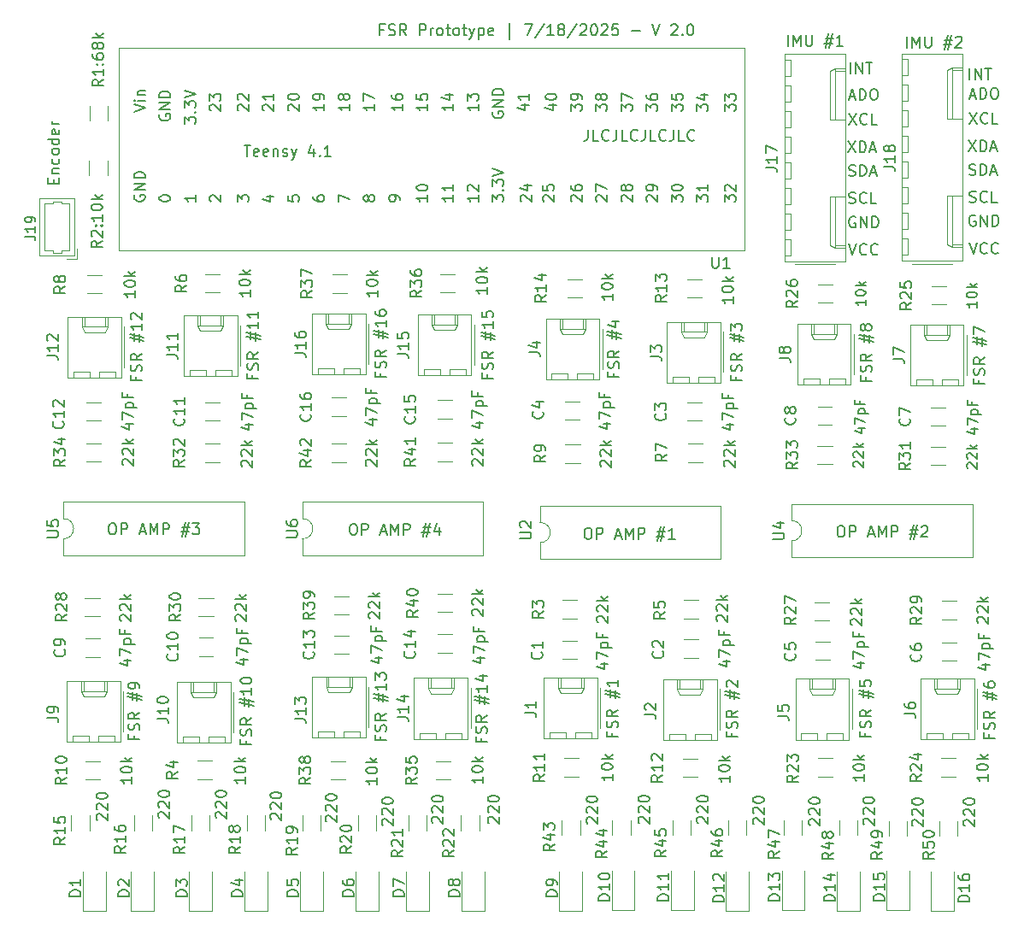
<source format=gto>
G04 #@! TF.GenerationSoftware,KiCad,Pcbnew,9.0.2*
G04 #@! TF.CreationDate,2025-07-17T17:13:56-07:00*
G04 #@! TF.ProjectId,fsrPrototype2,66737250-726f-4746-9f74-797065322e6b,rev?*
G04 #@! TF.SameCoordinates,Original*
G04 #@! TF.FileFunction,Legend,Top*
G04 #@! TF.FilePolarity,Positive*
%FSLAX46Y46*%
G04 Gerber Fmt 4.6, Leading zero omitted, Abs format (unit mm)*
G04 Created by KiCad (PCBNEW 9.0.2) date 2025-07-17 17:13:56*
%MOMM*%
%LPD*%
G01*
G04 APERTURE LIST*
%ADD10C,0.160000*%
%ADD11C,0.150000*%
%ADD12C,0.120000*%
%ADD13C,0.100000*%
G04 APERTURE END LIST*
D10*
X190017167Y-51307060D02*
X190017167Y-50207060D01*
X190540977Y-51307060D02*
X190540977Y-50207060D01*
X190540977Y-50207060D02*
X190907644Y-50992775D01*
X190907644Y-50992775D02*
X191274311Y-50207060D01*
X191274311Y-50207060D02*
X191274311Y-51307060D01*
X191798120Y-50207060D02*
X191798120Y-51097537D01*
X191798120Y-51097537D02*
X191850501Y-51202299D01*
X191850501Y-51202299D02*
X191902882Y-51254680D01*
X191902882Y-51254680D02*
X192007644Y-51307060D01*
X192007644Y-51307060D02*
X192217168Y-51307060D01*
X192217168Y-51307060D02*
X192321930Y-51254680D01*
X192321930Y-51254680D02*
X192374311Y-51202299D01*
X192374311Y-51202299D02*
X192426692Y-51097537D01*
X192426692Y-51097537D02*
X192426692Y-50207060D01*
X193736215Y-50573727D02*
X194521930Y-50573727D01*
X194050501Y-50102299D02*
X193736215Y-51516584D01*
X194417168Y-51045156D02*
X193631453Y-51045156D01*
X194102882Y-51516584D02*
X194417168Y-50102299D01*
X194836215Y-50311822D02*
X194888596Y-50259441D01*
X194888596Y-50259441D02*
X194993358Y-50207060D01*
X194993358Y-50207060D02*
X195255263Y-50207060D01*
X195255263Y-50207060D02*
X195360025Y-50259441D01*
X195360025Y-50259441D02*
X195412406Y-50311822D01*
X195412406Y-50311822D02*
X195464787Y-50416584D01*
X195464787Y-50416584D02*
X195464787Y-50521346D01*
X195464787Y-50521346D02*
X195412406Y-50678489D01*
X195412406Y-50678489D02*
X194783834Y-51307060D01*
X194783834Y-51307060D02*
X195464787Y-51307060D01*
X178217167Y-51157060D02*
X178217167Y-50057060D01*
X178740977Y-51157060D02*
X178740977Y-50057060D01*
X178740977Y-50057060D02*
X179107644Y-50842775D01*
X179107644Y-50842775D02*
X179474311Y-50057060D01*
X179474311Y-50057060D02*
X179474311Y-51157060D01*
X179998120Y-50057060D02*
X179998120Y-50947537D01*
X179998120Y-50947537D02*
X180050501Y-51052299D01*
X180050501Y-51052299D02*
X180102882Y-51104680D01*
X180102882Y-51104680D02*
X180207644Y-51157060D01*
X180207644Y-51157060D02*
X180417168Y-51157060D01*
X180417168Y-51157060D02*
X180521930Y-51104680D01*
X180521930Y-51104680D02*
X180574311Y-51052299D01*
X180574311Y-51052299D02*
X180626692Y-50947537D01*
X180626692Y-50947537D02*
X180626692Y-50057060D01*
X181936215Y-50423727D02*
X182721930Y-50423727D01*
X182250501Y-49952299D02*
X181936215Y-51366584D01*
X182617168Y-50895156D02*
X181831453Y-50895156D01*
X182302882Y-51366584D02*
X182617168Y-49952299D01*
X183664787Y-51157060D02*
X183036215Y-51157060D01*
X183350501Y-51157060D02*
X183350501Y-50057060D01*
X183350501Y-50057060D02*
X183245739Y-50214203D01*
X183245739Y-50214203D02*
X183140977Y-50318965D01*
X183140977Y-50318965D02*
X183036215Y-50371346D01*
X105480870Y-64782832D02*
X105480870Y-64416165D01*
X106057060Y-64259022D02*
X106057060Y-64782832D01*
X106057060Y-64782832D02*
X104957060Y-64782832D01*
X104957060Y-64782832D02*
X104957060Y-64259022D01*
X105323727Y-63787594D02*
X106057060Y-63787594D01*
X105428489Y-63787594D02*
X105376108Y-63735213D01*
X105376108Y-63735213D02*
X105323727Y-63630451D01*
X105323727Y-63630451D02*
X105323727Y-63473308D01*
X105323727Y-63473308D02*
X105376108Y-63368546D01*
X105376108Y-63368546D02*
X105480870Y-63316165D01*
X105480870Y-63316165D02*
X106057060Y-63316165D01*
X106004680Y-62320927D02*
X106057060Y-62425689D01*
X106057060Y-62425689D02*
X106057060Y-62635213D01*
X106057060Y-62635213D02*
X106004680Y-62739975D01*
X106004680Y-62739975D02*
X105952299Y-62792356D01*
X105952299Y-62792356D02*
X105847537Y-62844737D01*
X105847537Y-62844737D02*
X105533251Y-62844737D01*
X105533251Y-62844737D02*
X105428489Y-62792356D01*
X105428489Y-62792356D02*
X105376108Y-62739975D01*
X105376108Y-62739975D02*
X105323727Y-62635213D01*
X105323727Y-62635213D02*
X105323727Y-62425689D01*
X105323727Y-62425689D02*
X105376108Y-62320927D01*
X106057060Y-61692356D02*
X106004680Y-61797118D01*
X106004680Y-61797118D02*
X105952299Y-61849499D01*
X105952299Y-61849499D02*
X105847537Y-61901880D01*
X105847537Y-61901880D02*
X105533251Y-61901880D01*
X105533251Y-61901880D02*
X105428489Y-61849499D01*
X105428489Y-61849499D02*
X105376108Y-61797118D01*
X105376108Y-61797118D02*
X105323727Y-61692356D01*
X105323727Y-61692356D02*
X105323727Y-61535213D01*
X105323727Y-61535213D02*
X105376108Y-61430451D01*
X105376108Y-61430451D02*
X105428489Y-61378070D01*
X105428489Y-61378070D02*
X105533251Y-61325689D01*
X105533251Y-61325689D02*
X105847537Y-61325689D01*
X105847537Y-61325689D02*
X105952299Y-61378070D01*
X105952299Y-61378070D02*
X106004680Y-61430451D01*
X106004680Y-61430451D02*
X106057060Y-61535213D01*
X106057060Y-61535213D02*
X106057060Y-61692356D01*
X106057060Y-60382832D02*
X104957060Y-60382832D01*
X106004680Y-60382832D02*
X106057060Y-60487594D01*
X106057060Y-60487594D02*
X106057060Y-60697118D01*
X106057060Y-60697118D02*
X106004680Y-60801880D01*
X106004680Y-60801880D02*
X105952299Y-60854261D01*
X105952299Y-60854261D02*
X105847537Y-60906642D01*
X105847537Y-60906642D02*
X105533251Y-60906642D01*
X105533251Y-60906642D02*
X105428489Y-60854261D01*
X105428489Y-60854261D02*
X105376108Y-60801880D01*
X105376108Y-60801880D02*
X105323727Y-60697118D01*
X105323727Y-60697118D02*
X105323727Y-60487594D01*
X105323727Y-60487594D02*
X105376108Y-60382832D01*
X106004680Y-59439975D02*
X106057060Y-59544737D01*
X106057060Y-59544737D02*
X106057060Y-59754261D01*
X106057060Y-59754261D02*
X106004680Y-59859023D01*
X106004680Y-59859023D02*
X105899918Y-59911404D01*
X105899918Y-59911404D02*
X105480870Y-59911404D01*
X105480870Y-59911404D02*
X105376108Y-59859023D01*
X105376108Y-59859023D02*
X105323727Y-59754261D01*
X105323727Y-59754261D02*
X105323727Y-59544737D01*
X105323727Y-59544737D02*
X105376108Y-59439975D01*
X105376108Y-59439975D02*
X105480870Y-59387594D01*
X105480870Y-59387594D02*
X105585632Y-59387594D01*
X105585632Y-59387594D02*
X105690394Y-59911404D01*
X106057060Y-58916166D02*
X105323727Y-58916166D01*
X105533251Y-58916166D02*
X105428489Y-58863785D01*
X105428489Y-58863785D02*
X105376108Y-58811404D01*
X105376108Y-58811404D02*
X105323727Y-58706642D01*
X105323727Y-58706642D02*
X105323727Y-58601880D01*
X196214786Y-66604680D02*
X196371929Y-66657060D01*
X196371929Y-66657060D02*
X196633834Y-66657060D01*
X196633834Y-66657060D02*
X196738596Y-66604680D01*
X196738596Y-66604680D02*
X196790977Y-66552299D01*
X196790977Y-66552299D02*
X196843358Y-66447537D01*
X196843358Y-66447537D02*
X196843358Y-66342775D01*
X196843358Y-66342775D02*
X196790977Y-66238013D01*
X196790977Y-66238013D02*
X196738596Y-66185632D01*
X196738596Y-66185632D02*
X196633834Y-66133251D01*
X196633834Y-66133251D02*
X196424310Y-66080870D01*
X196424310Y-66080870D02*
X196319548Y-66028489D01*
X196319548Y-66028489D02*
X196267167Y-65976108D01*
X196267167Y-65976108D02*
X196214786Y-65871346D01*
X196214786Y-65871346D02*
X196214786Y-65766584D01*
X196214786Y-65766584D02*
X196267167Y-65661822D01*
X196267167Y-65661822D02*
X196319548Y-65609441D01*
X196319548Y-65609441D02*
X196424310Y-65557060D01*
X196424310Y-65557060D02*
X196686215Y-65557060D01*
X196686215Y-65557060D02*
X196843358Y-65609441D01*
X197943358Y-66552299D02*
X197890977Y-66604680D01*
X197890977Y-66604680D02*
X197733834Y-66657060D01*
X197733834Y-66657060D02*
X197629072Y-66657060D01*
X197629072Y-66657060D02*
X197471929Y-66604680D01*
X197471929Y-66604680D02*
X197367167Y-66499918D01*
X197367167Y-66499918D02*
X197314786Y-66395156D01*
X197314786Y-66395156D02*
X197262405Y-66185632D01*
X197262405Y-66185632D02*
X197262405Y-66028489D01*
X197262405Y-66028489D02*
X197314786Y-65818965D01*
X197314786Y-65818965D02*
X197367167Y-65714203D01*
X197367167Y-65714203D02*
X197471929Y-65609441D01*
X197471929Y-65609441D02*
X197629072Y-65557060D01*
X197629072Y-65557060D02*
X197733834Y-65557060D01*
X197733834Y-65557060D02*
X197890977Y-65609441D01*
X197890977Y-65609441D02*
X197943358Y-65661822D01*
X198938596Y-66657060D02*
X198414786Y-66657060D01*
X198414786Y-66657060D02*
X198414786Y-65557060D01*
X196212405Y-57757060D02*
X196945739Y-58857060D01*
X196945739Y-57757060D02*
X196212405Y-58857060D01*
X197993358Y-58752299D02*
X197940977Y-58804680D01*
X197940977Y-58804680D02*
X197783834Y-58857060D01*
X197783834Y-58857060D02*
X197679072Y-58857060D01*
X197679072Y-58857060D02*
X197521929Y-58804680D01*
X197521929Y-58804680D02*
X197417167Y-58699918D01*
X197417167Y-58699918D02*
X197364786Y-58595156D01*
X197364786Y-58595156D02*
X197312405Y-58385632D01*
X197312405Y-58385632D02*
X197312405Y-58228489D01*
X197312405Y-58228489D02*
X197364786Y-58018965D01*
X197364786Y-58018965D02*
X197417167Y-57914203D01*
X197417167Y-57914203D02*
X197521929Y-57809441D01*
X197521929Y-57809441D02*
X197679072Y-57757060D01*
X197679072Y-57757060D02*
X197783834Y-57757060D01*
X197783834Y-57757060D02*
X197940977Y-57809441D01*
X197940977Y-57809441D02*
X197993358Y-57861822D01*
X198988596Y-58857060D02*
X198464786Y-58857060D01*
X198464786Y-58857060D02*
X198464786Y-57757060D01*
X196217167Y-54457060D02*
X196217167Y-53357060D01*
X196740977Y-54457060D02*
X196740977Y-53357060D01*
X196740977Y-53357060D02*
X197369549Y-54457060D01*
X197369549Y-54457060D02*
X197369549Y-53357060D01*
X197736215Y-53357060D02*
X198364787Y-53357060D01*
X198050501Y-54457060D02*
X198050501Y-53357060D01*
X184314786Y-56192775D02*
X184838596Y-56192775D01*
X184210024Y-56507060D02*
X184576691Y-55407060D01*
X184576691Y-55407060D02*
X184943358Y-56507060D01*
X185310024Y-56507060D02*
X185310024Y-55407060D01*
X185310024Y-55407060D02*
X185571929Y-55407060D01*
X185571929Y-55407060D02*
X185729072Y-55459441D01*
X185729072Y-55459441D02*
X185833834Y-55564203D01*
X185833834Y-55564203D02*
X185886215Y-55668965D01*
X185886215Y-55668965D02*
X185938596Y-55878489D01*
X185938596Y-55878489D02*
X185938596Y-56035632D01*
X185938596Y-56035632D02*
X185886215Y-56245156D01*
X185886215Y-56245156D02*
X185833834Y-56349918D01*
X185833834Y-56349918D02*
X185729072Y-56454680D01*
X185729072Y-56454680D02*
X185571929Y-56507060D01*
X185571929Y-56507060D02*
X185310024Y-56507060D01*
X186619548Y-55407060D02*
X186829072Y-55407060D01*
X186829072Y-55407060D02*
X186933834Y-55459441D01*
X186933834Y-55459441D02*
X187038596Y-55564203D01*
X187038596Y-55564203D02*
X187090977Y-55773727D01*
X187090977Y-55773727D02*
X187090977Y-56140394D01*
X187090977Y-56140394D02*
X187038596Y-56349918D01*
X187038596Y-56349918D02*
X186933834Y-56454680D01*
X186933834Y-56454680D02*
X186829072Y-56507060D01*
X186829072Y-56507060D02*
X186619548Y-56507060D01*
X186619548Y-56507060D02*
X186514786Y-56454680D01*
X186514786Y-56454680D02*
X186410024Y-56349918D01*
X186410024Y-56349918D02*
X186357643Y-56140394D01*
X186357643Y-56140394D02*
X186357643Y-55773727D01*
X186357643Y-55773727D02*
X186410024Y-55564203D01*
X186410024Y-55564203D02*
X186514786Y-55459441D01*
X186514786Y-55459441D02*
X186619548Y-55407060D01*
X196793358Y-67959441D02*
X196688596Y-67907060D01*
X196688596Y-67907060D02*
X196531453Y-67907060D01*
X196531453Y-67907060D02*
X196374310Y-67959441D01*
X196374310Y-67959441D02*
X196269548Y-68064203D01*
X196269548Y-68064203D02*
X196217167Y-68168965D01*
X196217167Y-68168965D02*
X196164786Y-68378489D01*
X196164786Y-68378489D02*
X196164786Y-68535632D01*
X196164786Y-68535632D02*
X196217167Y-68745156D01*
X196217167Y-68745156D02*
X196269548Y-68849918D01*
X196269548Y-68849918D02*
X196374310Y-68954680D01*
X196374310Y-68954680D02*
X196531453Y-69007060D01*
X196531453Y-69007060D02*
X196636215Y-69007060D01*
X196636215Y-69007060D02*
X196793358Y-68954680D01*
X196793358Y-68954680D02*
X196845739Y-68902299D01*
X196845739Y-68902299D02*
X196845739Y-68535632D01*
X196845739Y-68535632D02*
X196636215Y-68535632D01*
X197317167Y-69007060D02*
X197317167Y-67907060D01*
X197317167Y-67907060D02*
X197945739Y-69007060D01*
X197945739Y-69007060D02*
X197945739Y-67907060D01*
X198469548Y-69007060D02*
X198469548Y-67907060D01*
X198469548Y-67907060D02*
X198731453Y-67907060D01*
X198731453Y-67907060D02*
X198888596Y-67959441D01*
X198888596Y-67959441D02*
X198993358Y-68064203D01*
X198993358Y-68064203D02*
X199045739Y-68168965D01*
X199045739Y-68168965D02*
X199098120Y-68378489D01*
X199098120Y-68378489D02*
X199098120Y-68535632D01*
X199098120Y-68535632D02*
X199045739Y-68745156D01*
X199045739Y-68745156D02*
X198993358Y-68849918D01*
X198993358Y-68849918D02*
X198888596Y-68954680D01*
X198888596Y-68954680D02*
X198731453Y-69007060D01*
X198731453Y-69007060D02*
X198469548Y-69007060D01*
X184264786Y-66704680D02*
X184421929Y-66757060D01*
X184421929Y-66757060D02*
X184683834Y-66757060D01*
X184683834Y-66757060D02*
X184788596Y-66704680D01*
X184788596Y-66704680D02*
X184840977Y-66652299D01*
X184840977Y-66652299D02*
X184893358Y-66547537D01*
X184893358Y-66547537D02*
X184893358Y-66442775D01*
X184893358Y-66442775D02*
X184840977Y-66338013D01*
X184840977Y-66338013D02*
X184788596Y-66285632D01*
X184788596Y-66285632D02*
X184683834Y-66233251D01*
X184683834Y-66233251D02*
X184474310Y-66180870D01*
X184474310Y-66180870D02*
X184369548Y-66128489D01*
X184369548Y-66128489D02*
X184317167Y-66076108D01*
X184317167Y-66076108D02*
X184264786Y-65971346D01*
X184264786Y-65971346D02*
X184264786Y-65866584D01*
X184264786Y-65866584D02*
X184317167Y-65761822D01*
X184317167Y-65761822D02*
X184369548Y-65709441D01*
X184369548Y-65709441D02*
X184474310Y-65657060D01*
X184474310Y-65657060D02*
X184736215Y-65657060D01*
X184736215Y-65657060D02*
X184893358Y-65709441D01*
X185993358Y-66652299D02*
X185940977Y-66704680D01*
X185940977Y-66704680D02*
X185783834Y-66757060D01*
X185783834Y-66757060D02*
X185679072Y-66757060D01*
X185679072Y-66757060D02*
X185521929Y-66704680D01*
X185521929Y-66704680D02*
X185417167Y-66599918D01*
X185417167Y-66599918D02*
X185364786Y-66495156D01*
X185364786Y-66495156D02*
X185312405Y-66285632D01*
X185312405Y-66285632D02*
X185312405Y-66128489D01*
X185312405Y-66128489D02*
X185364786Y-65918965D01*
X185364786Y-65918965D02*
X185417167Y-65814203D01*
X185417167Y-65814203D02*
X185521929Y-65709441D01*
X185521929Y-65709441D02*
X185679072Y-65657060D01*
X185679072Y-65657060D02*
X185783834Y-65657060D01*
X185783834Y-65657060D02*
X185940977Y-65709441D01*
X185940977Y-65709441D02*
X185993358Y-65761822D01*
X186988596Y-66757060D02*
X186464786Y-66757060D01*
X186464786Y-66757060D02*
X186464786Y-65657060D01*
X184162405Y-60607060D02*
X184895739Y-61707060D01*
X184895739Y-60607060D02*
X184162405Y-61707060D01*
X185314786Y-61707060D02*
X185314786Y-60607060D01*
X185314786Y-60607060D02*
X185576691Y-60607060D01*
X185576691Y-60607060D02*
X185733834Y-60659441D01*
X185733834Y-60659441D02*
X185838596Y-60764203D01*
X185838596Y-60764203D02*
X185890977Y-60868965D01*
X185890977Y-60868965D02*
X185943358Y-61078489D01*
X185943358Y-61078489D02*
X185943358Y-61235632D01*
X185943358Y-61235632D02*
X185890977Y-61445156D01*
X185890977Y-61445156D02*
X185838596Y-61549918D01*
X185838596Y-61549918D02*
X185733834Y-61654680D01*
X185733834Y-61654680D02*
X185576691Y-61707060D01*
X185576691Y-61707060D02*
X185314786Y-61707060D01*
X186362405Y-61392775D02*
X186886215Y-61392775D01*
X186257643Y-61707060D02*
X186624310Y-60607060D01*
X186624310Y-60607060D02*
X186990977Y-61707060D01*
X196112405Y-60507060D02*
X196845739Y-61607060D01*
X196845739Y-60507060D02*
X196112405Y-61607060D01*
X197264786Y-61607060D02*
X197264786Y-60507060D01*
X197264786Y-60507060D02*
X197526691Y-60507060D01*
X197526691Y-60507060D02*
X197683834Y-60559441D01*
X197683834Y-60559441D02*
X197788596Y-60664203D01*
X197788596Y-60664203D02*
X197840977Y-60768965D01*
X197840977Y-60768965D02*
X197893358Y-60978489D01*
X197893358Y-60978489D02*
X197893358Y-61135632D01*
X197893358Y-61135632D02*
X197840977Y-61345156D01*
X197840977Y-61345156D02*
X197788596Y-61449918D01*
X197788596Y-61449918D02*
X197683834Y-61554680D01*
X197683834Y-61554680D02*
X197526691Y-61607060D01*
X197526691Y-61607060D02*
X197264786Y-61607060D01*
X198312405Y-61292775D02*
X198836215Y-61292775D01*
X198207643Y-61607060D02*
X198574310Y-60507060D01*
X198574310Y-60507060D02*
X198940977Y-61607060D01*
X196210024Y-70657060D02*
X196576691Y-71757060D01*
X196576691Y-71757060D02*
X196943358Y-70657060D01*
X197938596Y-71652299D02*
X197886215Y-71704680D01*
X197886215Y-71704680D02*
X197729072Y-71757060D01*
X197729072Y-71757060D02*
X197624310Y-71757060D01*
X197624310Y-71757060D02*
X197467167Y-71704680D01*
X197467167Y-71704680D02*
X197362405Y-71599918D01*
X197362405Y-71599918D02*
X197310024Y-71495156D01*
X197310024Y-71495156D02*
X197257643Y-71285632D01*
X197257643Y-71285632D02*
X197257643Y-71128489D01*
X197257643Y-71128489D02*
X197310024Y-70918965D01*
X197310024Y-70918965D02*
X197362405Y-70814203D01*
X197362405Y-70814203D02*
X197467167Y-70709441D01*
X197467167Y-70709441D02*
X197624310Y-70657060D01*
X197624310Y-70657060D02*
X197729072Y-70657060D01*
X197729072Y-70657060D02*
X197886215Y-70709441D01*
X197886215Y-70709441D02*
X197938596Y-70761822D01*
X199038596Y-71652299D02*
X198986215Y-71704680D01*
X198986215Y-71704680D02*
X198829072Y-71757060D01*
X198829072Y-71757060D02*
X198724310Y-71757060D01*
X198724310Y-71757060D02*
X198567167Y-71704680D01*
X198567167Y-71704680D02*
X198462405Y-71599918D01*
X198462405Y-71599918D02*
X198410024Y-71495156D01*
X198410024Y-71495156D02*
X198357643Y-71285632D01*
X198357643Y-71285632D02*
X198357643Y-71128489D01*
X198357643Y-71128489D02*
X198410024Y-70918965D01*
X198410024Y-70918965D02*
X198462405Y-70814203D01*
X198462405Y-70814203D02*
X198567167Y-70709441D01*
X198567167Y-70709441D02*
X198724310Y-70657060D01*
X198724310Y-70657060D02*
X198829072Y-70657060D01*
X198829072Y-70657060D02*
X198986215Y-70709441D01*
X198986215Y-70709441D02*
X199038596Y-70761822D01*
X196264786Y-56092775D02*
X196788596Y-56092775D01*
X196160024Y-56407060D02*
X196526691Y-55307060D01*
X196526691Y-55307060D02*
X196893358Y-56407060D01*
X197260024Y-56407060D02*
X197260024Y-55307060D01*
X197260024Y-55307060D02*
X197521929Y-55307060D01*
X197521929Y-55307060D02*
X197679072Y-55359441D01*
X197679072Y-55359441D02*
X197783834Y-55464203D01*
X197783834Y-55464203D02*
X197836215Y-55568965D01*
X197836215Y-55568965D02*
X197888596Y-55778489D01*
X197888596Y-55778489D02*
X197888596Y-55935632D01*
X197888596Y-55935632D02*
X197836215Y-56145156D01*
X197836215Y-56145156D02*
X197783834Y-56249918D01*
X197783834Y-56249918D02*
X197679072Y-56354680D01*
X197679072Y-56354680D02*
X197521929Y-56407060D01*
X197521929Y-56407060D02*
X197260024Y-56407060D01*
X198569548Y-55307060D02*
X198779072Y-55307060D01*
X198779072Y-55307060D02*
X198883834Y-55359441D01*
X198883834Y-55359441D02*
X198988596Y-55464203D01*
X198988596Y-55464203D02*
X199040977Y-55673727D01*
X199040977Y-55673727D02*
X199040977Y-56040394D01*
X199040977Y-56040394D02*
X198988596Y-56249918D01*
X198988596Y-56249918D02*
X198883834Y-56354680D01*
X198883834Y-56354680D02*
X198779072Y-56407060D01*
X198779072Y-56407060D02*
X198569548Y-56407060D01*
X198569548Y-56407060D02*
X198464786Y-56354680D01*
X198464786Y-56354680D02*
X198360024Y-56249918D01*
X198360024Y-56249918D02*
X198307643Y-56040394D01*
X198307643Y-56040394D02*
X198307643Y-55673727D01*
X198307643Y-55673727D02*
X198360024Y-55464203D01*
X198360024Y-55464203D02*
X198464786Y-55359441D01*
X198464786Y-55359441D02*
X198569548Y-55307060D01*
X184417167Y-53907060D02*
X184417167Y-52807060D01*
X184940977Y-53907060D02*
X184940977Y-52807060D01*
X184940977Y-52807060D02*
X185569549Y-53907060D01*
X185569549Y-53907060D02*
X185569549Y-52807060D01*
X185936215Y-52807060D02*
X186564787Y-52807060D01*
X186250501Y-53907060D02*
X186250501Y-52807060D01*
X184893358Y-68109441D02*
X184788596Y-68057060D01*
X184788596Y-68057060D02*
X184631453Y-68057060D01*
X184631453Y-68057060D02*
X184474310Y-68109441D01*
X184474310Y-68109441D02*
X184369548Y-68214203D01*
X184369548Y-68214203D02*
X184317167Y-68318965D01*
X184317167Y-68318965D02*
X184264786Y-68528489D01*
X184264786Y-68528489D02*
X184264786Y-68685632D01*
X184264786Y-68685632D02*
X184317167Y-68895156D01*
X184317167Y-68895156D02*
X184369548Y-68999918D01*
X184369548Y-68999918D02*
X184474310Y-69104680D01*
X184474310Y-69104680D02*
X184631453Y-69157060D01*
X184631453Y-69157060D02*
X184736215Y-69157060D01*
X184736215Y-69157060D02*
X184893358Y-69104680D01*
X184893358Y-69104680D02*
X184945739Y-69052299D01*
X184945739Y-69052299D02*
X184945739Y-68685632D01*
X184945739Y-68685632D02*
X184736215Y-68685632D01*
X185417167Y-69157060D02*
X185417167Y-68057060D01*
X185417167Y-68057060D02*
X186045739Y-69157060D01*
X186045739Y-69157060D02*
X186045739Y-68057060D01*
X186569548Y-69157060D02*
X186569548Y-68057060D01*
X186569548Y-68057060D02*
X186831453Y-68057060D01*
X186831453Y-68057060D02*
X186988596Y-68109441D01*
X186988596Y-68109441D02*
X187093358Y-68214203D01*
X187093358Y-68214203D02*
X187145739Y-68318965D01*
X187145739Y-68318965D02*
X187198120Y-68528489D01*
X187198120Y-68528489D02*
X187198120Y-68685632D01*
X187198120Y-68685632D02*
X187145739Y-68895156D01*
X187145739Y-68895156D02*
X187093358Y-68999918D01*
X187093358Y-68999918D02*
X186988596Y-69104680D01*
X186988596Y-69104680D02*
X186831453Y-69157060D01*
X186831453Y-69157060D02*
X186569548Y-69157060D01*
X184262405Y-57857060D02*
X184995739Y-58957060D01*
X184995739Y-57857060D02*
X184262405Y-58957060D01*
X186043358Y-58852299D02*
X185990977Y-58904680D01*
X185990977Y-58904680D02*
X185833834Y-58957060D01*
X185833834Y-58957060D02*
X185729072Y-58957060D01*
X185729072Y-58957060D02*
X185571929Y-58904680D01*
X185571929Y-58904680D02*
X185467167Y-58799918D01*
X185467167Y-58799918D02*
X185414786Y-58695156D01*
X185414786Y-58695156D02*
X185362405Y-58485632D01*
X185362405Y-58485632D02*
X185362405Y-58328489D01*
X185362405Y-58328489D02*
X185414786Y-58118965D01*
X185414786Y-58118965D02*
X185467167Y-58014203D01*
X185467167Y-58014203D02*
X185571929Y-57909441D01*
X185571929Y-57909441D02*
X185729072Y-57857060D01*
X185729072Y-57857060D02*
X185833834Y-57857060D01*
X185833834Y-57857060D02*
X185990977Y-57909441D01*
X185990977Y-57909441D02*
X186043358Y-57961822D01*
X187038596Y-58957060D02*
X186514786Y-58957060D01*
X186514786Y-58957060D02*
X186514786Y-57857060D01*
X184260024Y-70757060D02*
X184626691Y-71857060D01*
X184626691Y-71857060D02*
X184993358Y-70757060D01*
X185988596Y-71752299D02*
X185936215Y-71804680D01*
X185936215Y-71804680D02*
X185779072Y-71857060D01*
X185779072Y-71857060D02*
X185674310Y-71857060D01*
X185674310Y-71857060D02*
X185517167Y-71804680D01*
X185517167Y-71804680D02*
X185412405Y-71699918D01*
X185412405Y-71699918D02*
X185360024Y-71595156D01*
X185360024Y-71595156D02*
X185307643Y-71385632D01*
X185307643Y-71385632D02*
X185307643Y-71228489D01*
X185307643Y-71228489D02*
X185360024Y-71018965D01*
X185360024Y-71018965D02*
X185412405Y-70914203D01*
X185412405Y-70914203D02*
X185517167Y-70809441D01*
X185517167Y-70809441D02*
X185674310Y-70757060D01*
X185674310Y-70757060D02*
X185779072Y-70757060D01*
X185779072Y-70757060D02*
X185936215Y-70809441D01*
X185936215Y-70809441D02*
X185988596Y-70861822D01*
X187088596Y-71752299D02*
X187036215Y-71804680D01*
X187036215Y-71804680D02*
X186879072Y-71857060D01*
X186879072Y-71857060D02*
X186774310Y-71857060D01*
X186774310Y-71857060D02*
X186617167Y-71804680D01*
X186617167Y-71804680D02*
X186512405Y-71699918D01*
X186512405Y-71699918D02*
X186460024Y-71595156D01*
X186460024Y-71595156D02*
X186407643Y-71385632D01*
X186407643Y-71385632D02*
X186407643Y-71228489D01*
X186407643Y-71228489D02*
X186460024Y-71018965D01*
X186460024Y-71018965D02*
X186512405Y-70914203D01*
X186512405Y-70914203D02*
X186617167Y-70809441D01*
X186617167Y-70809441D02*
X186774310Y-70757060D01*
X186774310Y-70757060D02*
X186879072Y-70757060D01*
X186879072Y-70757060D02*
X187036215Y-70809441D01*
X187036215Y-70809441D02*
X187088596Y-70861822D01*
X196164786Y-63904680D02*
X196321929Y-63957060D01*
X196321929Y-63957060D02*
X196583834Y-63957060D01*
X196583834Y-63957060D02*
X196688596Y-63904680D01*
X196688596Y-63904680D02*
X196740977Y-63852299D01*
X196740977Y-63852299D02*
X196793358Y-63747537D01*
X196793358Y-63747537D02*
X196793358Y-63642775D01*
X196793358Y-63642775D02*
X196740977Y-63538013D01*
X196740977Y-63538013D02*
X196688596Y-63485632D01*
X196688596Y-63485632D02*
X196583834Y-63433251D01*
X196583834Y-63433251D02*
X196374310Y-63380870D01*
X196374310Y-63380870D02*
X196269548Y-63328489D01*
X196269548Y-63328489D02*
X196217167Y-63276108D01*
X196217167Y-63276108D02*
X196164786Y-63171346D01*
X196164786Y-63171346D02*
X196164786Y-63066584D01*
X196164786Y-63066584D02*
X196217167Y-62961822D01*
X196217167Y-62961822D02*
X196269548Y-62909441D01*
X196269548Y-62909441D02*
X196374310Y-62857060D01*
X196374310Y-62857060D02*
X196636215Y-62857060D01*
X196636215Y-62857060D02*
X196793358Y-62909441D01*
X197264786Y-63957060D02*
X197264786Y-62857060D01*
X197264786Y-62857060D02*
X197526691Y-62857060D01*
X197526691Y-62857060D02*
X197683834Y-62909441D01*
X197683834Y-62909441D02*
X197788596Y-63014203D01*
X197788596Y-63014203D02*
X197840977Y-63118965D01*
X197840977Y-63118965D02*
X197893358Y-63328489D01*
X197893358Y-63328489D02*
X197893358Y-63485632D01*
X197893358Y-63485632D02*
X197840977Y-63695156D01*
X197840977Y-63695156D02*
X197788596Y-63799918D01*
X197788596Y-63799918D02*
X197683834Y-63904680D01*
X197683834Y-63904680D02*
X197526691Y-63957060D01*
X197526691Y-63957060D02*
X197264786Y-63957060D01*
X198312405Y-63642775D02*
X198836215Y-63642775D01*
X198207643Y-63957060D02*
X198574310Y-62857060D01*
X198574310Y-62857060D02*
X198940977Y-63957060D01*
X184264786Y-64004680D02*
X184421929Y-64057060D01*
X184421929Y-64057060D02*
X184683834Y-64057060D01*
X184683834Y-64057060D02*
X184788596Y-64004680D01*
X184788596Y-64004680D02*
X184840977Y-63952299D01*
X184840977Y-63952299D02*
X184893358Y-63847537D01*
X184893358Y-63847537D02*
X184893358Y-63742775D01*
X184893358Y-63742775D02*
X184840977Y-63638013D01*
X184840977Y-63638013D02*
X184788596Y-63585632D01*
X184788596Y-63585632D02*
X184683834Y-63533251D01*
X184683834Y-63533251D02*
X184474310Y-63480870D01*
X184474310Y-63480870D02*
X184369548Y-63428489D01*
X184369548Y-63428489D02*
X184317167Y-63376108D01*
X184317167Y-63376108D02*
X184264786Y-63271346D01*
X184264786Y-63271346D02*
X184264786Y-63166584D01*
X184264786Y-63166584D02*
X184317167Y-63061822D01*
X184317167Y-63061822D02*
X184369548Y-63009441D01*
X184369548Y-63009441D02*
X184474310Y-62957060D01*
X184474310Y-62957060D02*
X184736215Y-62957060D01*
X184736215Y-62957060D02*
X184893358Y-63009441D01*
X185364786Y-64057060D02*
X185364786Y-62957060D01*
X185364786Y-62957060D02*
X185626691Y-62957060D01*
X185626691Y-62957060D02*
X185783834Y-63009441D01*
X185783834Y-63009441D02*
X185888596Y-63114203D01*
X185888596Y-63114203D02*
X185940977Y-63218965D01*
X185940977Y-63218965D02*
X185993358Y-63428489D01*
X185993358Y-63428489D02*
X185993358Y-63585632D01*
X185993358Y-63585632D02*
X185940977Y-63795156D01*
X185940977Y-63795156D02*
X185888596Y-63899918D01*
X185888596Y-63899918D02*
X185783834Y-64004680D01*
X185783834Y-64004680D02*
X185626691Y-64057060D01*
X185626691Y-64057060D02*
X185364786Y-64057060D01*
X186412405Y-63742775D02*
X186936215Y-63742775D01*
X186307643Y-64057060D02*
X186674310Y-62957060D01*
X186674310Y-62957060D02*
X187040977Y-64057060D01*
X138161906Y-49530870D02*
X137795239Y-49530870D01*
X137795239Y-50107060D02*
X137795239Y-49007060D01*
X137795239Y-49007060D02*
X138319049Y-49007060D01*
X138685715Y-50054680D02*
X138842858Y-50107060D01*
X138842858Y-50107060D02*
X139104763Y-50107060D01*
X139104763Y-50107060D02*
X139209525Y-50054680D01*
X139209525Y-50054680D02*
X139261906Y-50002299D01*
X139261906Y-50002299D02*
X139314287Y-49897537D01*
X139314287Y-49897537D02*
X139314287Y-49792775D01*
X139314287Y-49792775D02*
X139261906Y-49688013D01*
X139261906Y-49688013D02*
X139209525Y-49635632D01*
X139209525Y-49635632D02*
X139104763Y-49583251D01*
X139104763Y-49583251D02*
X138895239Y-49530870D01*
X138895239Y-49530870D02*
X138790477Y-49478489D01*
X138790477Y-49478489D02*
X138738096Y-49426108D01*
X138738096Y-49426108D02*
X138685715Y-49321346D01*
X138685715Y-49321346D02*
X138685715Y-49216584D01*
X138685715Y-49216584D02*
X138738096Y-49111822D01*
X138738096Y-49111822D02*
X138790477Y-49059441D01*
X138790477Y-49059441D02*
X138895239Y-49007060D01*
X138895239Y-49007060D02*
X139157144Y-49007060D01*
X139157144Y-49007060D02*
X139314287Y-49059441D01*
X140414287Y-50107060D02*
X140047620Y-49583251D01*
X139785715Y-50107060D02*
X139785715Y-49007060D01*
X139785715Y-49007060D02*
X140204763Y-49007060D01*
X140204763Y-49007060D02*
X140309525Y-49059441D01*
X140309525Y-49059441D02*
X140361906Y-49111822D01*
X140361906Y-49111822D02*
X140414287Y-49216584D01*
X140414287Y-49216584D02*
X140414287Y-49373727D01*
X140414287Y-49373727D02*
X140361906Y-49478489D01*
X140361906Y-49478489D02*
X140309525Y-49530870D01*
X140309525Y-49530870D02*
X140204763Y-49583251D01*
X140204763Y-49583251D02*
X139785715Y-49583251D01*
X141723810Y-50107060D02*
X141723810Y-49007060D01*
X141723810Y-49007060D02*
X142142858Y-49007060D01*
X142142858Y-49007060D02*
X142247620Y-49059441D01*
X142247620Y-49059441D02*
X142300001Y-49111822D01*
X142300001Y-49111822D02*
X142352382Y-49216584D01*
X142352382Y-49216584D02*
X142352382Y-49373727D01*
X142352382Y-49373727D02*
X142300001Y-49478489D01*
X142300001Y-49478489D02*
X142247620Y-49530870D01*
X142247620Y-49530870D02*
X142142858Y-49583251D01*
X142142858Y-49583251D02*
X141723810Y-49583251D01*
X142823810Y-50107060D02*
X142823810Y-49373727D01*
X142823810Y-49583251D02*
X142876191Y-49478489D01*
X142876191Y-49478489D02*
X142928572Y-49426108D01*
X142928572Y-49426108D02*
X143033334Y-49373727D01*
X143033334Y-49373727D02*
X143138096Y-49373727D01*
X143661905Y-50107060D02*
X143557143Y-50054680D01*
X143557143Y-50054680D02*
X143504762Y-50002299D01*
X143504762Y-50002299D02*
X143452381Y-49897537D01*
X143452381Y-49897537D02*
X143452381Y-49583251D01*
X143452381Y-49583251D02*
X143504762Y-49478489D01*
X143504762Y-49478489D02*
X143557143Y-49426108D01*
X143557143Y-49426108D02*
X143661905Y-49373727D01*
X143661905Y-49373727D02*
X143819048Y-49373727D01*
X143819048Y-49373727D02*
X143923810Y-49426108D01*
X143923810Y-49426108D02*
X143976191Y-49478489D01*
X143976191Y-49478489D02*
X144028572Y-49583251D01*
X144028572Y-49583251D02*
X144028572Y-49897537D01*
X144028572Y-49897537D02*
X143976191Y-50002299D01*
X143976191Y-50002299D02*
X143923810Y-50054680D01*
X143923810Y-50054680D02*
X143819048Y-50107060D01*
X143819048Y-50107060D02*
X143661905Y-50107060D01*
X144342857Y-49373727D02*
X144761905Y-49373727D01*
X144500000Y-49007060D02*
X144500000Y-49949918D01*
X144500000Y-49949918D02*
X144552381Y-50054680D01*
X144552381Y-50054680D02*
X144657143Y-50107060D01*
X144657143Y-50107060D02*
X144761905Y-50107060D01*
X145285714Y-50107060D02*
X145180952Y-50054680D01*
X145180952Y-50054680D02*
X145128571Y-50002299D01*
X145128571Y-50002299D02*
X145076190Y-49897537D01*
X145076190Y-49897537D02*
X145076190Y-49583251D01*
X145076190Y-49583251D02*
X145128571Y-49478489D01*
X145128571Y-49478489D02*
X145180952Y-49426108D01*
X145180952Y-49426108D02*
X145285714Y-49373727D01*
X145285714Y-49373727D02*
X145442857Y-49373727D01*
X145442857Y-49373727D02*
X145547619Y-49426108D01*
X145547619Y-49426108D02*
X145600000Y-49478489D01*
X145600000Y-49478489D02*
X145652381Y-49583251D01*
X145652381Y-49583251D02*
X145652381Y-49897537D01*
X145652381Y-49897537D02*
X145600000Y-50002299D01*
X145600000Y-50002299D02*
X145547619Y-50054680D01*
X145547619Y-50054680D02*
X145442857Y-50107060D01*
X145442857Y-50107060D02*
X145285714Y-50107060D01*
X145966666Y-49373727D02*
X146385714Y-49373727D01*
X146123809Y-49007060D02*
X146123809Y-49949918D01*
X146123809Y-49949918D02*
X146176190Y-50054680D01*
X146176190Y-50054680D02*
X146280952Y-50107060D01*
X146280952Y-50107060D02*
X146385714Y-50107060D01*
X146647618Y-49373727D02*
X146909523Y-50107060D01*
X147171428Y-49373727D02*
X146909523Y-50107060D01*
X146909523Y-50107060D02*
X146804761Y-50368965D01*
X146804761Y-50368965D02*
X146752380Y-50421346D01*
X146752380Y-50421346D02*
X146647618Y-50473727D01*
X147590475Y-49373727D02*
X147590475Y-50473727D01*
X147590475Y-49426108D02*
X147695237Y-49373727D01*
X147695237Y-49373727D02*
X147904761Y-49373727D01*
X147904761Y-49373727D02*
X148009523Y-49426108D01*
X148009523Y-49426108D02*
X148061904Y-49478489D01*
X148061904Y-49478489D02*
X148114285Y-49583251D01*
X148114285Y-49583251D02*
X148114285Y-49897537D01*
X148114285Y-49897537D02*
X148061904Y-50002299D01*
X148061904Y-50002299D02*
X148009523Y-50054680D01*
X148009523Y-50054680D02*
X147904761Y-50107060D01*
X147904761Y-50107060D02*
X147695237Y-50107060D01*
X147695237Y-50107060D02*
X147590475Y-50054680D01*
X149004761Y-50054680D02*
X148899999Y-50107060D01*
X148899999Y-50107060D02*
X148690475Y-50107060D01*
X148690475Y-50107060D02*
X148585713Y-50054680D01*
X148585713Y-50054680D02*
X148533332Y-49949918D01*
X148533332Y-49949918D02*
X148533332Y-49530870D01*
X148533332Y-49530870D02*
X148585713Y-49426108D01*
X148585713Y-49426108D02*
X148690475Y-49373727D01*
X148690475Y-49373727D02*
X148899999Y-49373727D01*
X148899999Y-49373727D02*
X149004761Y-49426108D01*
X149004761Y-49426108D02*
X149057142Y-49530870D01*
X149057142Y-49530870D02*
X149057142Y-49635632D01*
X149057142Y-49635632D02*
X148533332Y-49740394D01*
X150628570Y-50473727D02*
X150628570Y-48902299D01*
X152147617Y-49007060D02*
X152880951Y-49007060D01*
X152880951Y-49007060D02*
X152409522Y-50107060D01*
X154085713Y-48954680D02*
X153142855Y-50368965D01*
X155028570Y-50107060D02*
X154399998Y-50107060D01*
X154714284Y-50107060D02*
X154714284Y-49007060D01*
X154714284Y-49007060D02*
X154609522Y-49164203D01*
X154609522Y-49164203D02*
X154504760Y-49268965D01*
X154504760Y-49268965D02*
X154399998Y-49321346D01*
X155657141Y-49478489D02*
X155552379Y-49426108D01*
X155552379Y-49426108D02*
X155499998Y-49373727D01*
X155499998Y-49373727D02*
X155447617Y-49268965D01*
X155447617Y-49268965D02*
X155447617Y-49216584D01*
X155447617Y-49216584D02*
X155499998Y-49111822D01*
X155499998Y-49111822D02*
X155552379Y-49059441D01*
X155552379Y-49059441D02*
X155657141Y-49007060D01*
X155657141Y-49007060D02*
X155866665Y-49007060D01*
X155866665Y-49007060D02*
X155971427Y-49059441D01*
X155971427Y-49059441D02*
X156023808Y-49111822D01*
X156023808Y-49111822D02*
X156076189Y-49216584D01*
X156076189Y-49216584D02*
X156076189Y-49268965D01*
X156076189Y-49268965D02*
X156023808Y-49373727D01*
X156023808Y-49373727D02*
X155971427Y-49426108D01*
X155971427Y-49426108D02*
X155866665Y-49478489D01*
X155866665Y-49478489D02*
X155657141Y-49478489D01*
X155657141Y-49478489D02*
X155552379Y-49530870D01*
X155552379Y-49530870D02*
X155499998Y-49583251D01*
X155499998Y-49583251D02*
X155447617Y-49688013D01*
X155447617Y-49688013D02*
X155447617Y-49897537D01*
X155447617Y-49897537D02*
X155499998Y-50002299D01*
X155499998Y-50002299D02*
X155552379Y-50054680D01*
X155552379Y-50054680D02*
X155657141Y-50107060D01*
X155657141Y-50107060D02*
X155866665Y-50107060D01*
X155866665Y-50107060D02*
X155971427Y-50054680D01*
X155971427Y-50054680D02*
X156023808Y-50002299D01*
X156023808Y-50002299D02*
X156076189Y-49897537D01*
X156076189Y-49897537D02*
X156076189Y-49688013D01*
X156076189Y-49688013D02*
X156023808Y-49583251D01*
X156023808Y-49583251D02*
X155971427Y-49530870D01*
X155971427Y-49530870D02*
X155866665Y-49478489D01*
X157333332Y-48954680D02*
X156390474Y-50368965D01*
X157647617Y-49111822D02*
X157699998Y-49059441D01*
X157699998Y-49059441D02*
X157804760Y-49007060D01*
X157804760Y-49007060D02*
X158066665Y-49007060D01*
X158066665Y-49007060D02*
X158171427Y-49059441D01*
X158171427Y-49059441D02*
X158223808Y-49111822D01*
X158223808Y-49111822D02*
X158276189Y-49216584D01*
X158276189Y-49216584D02*
X158276189Y-49321346D01*
X158276189Y-49321346D02*
X158223808Y-49478489D01*
X158223808Y-49478489D02*
X157595236Y-50107060D01*
X157595236Y-50107060D02*
X158276189Y-50107060D01*
X158957141Y-49007060D02*
X159061903Y-49007060D01*
X159061903Y-49007060D02*
X159166665Y-49059441D01*
X159166665Y-49059441D02*
X159219046Y-49111822D01*
X159219046Y-49111822D02*
X159271427Y-49216584D01*
X159271427Y-49216584D02*
X159323808Y-49426108D01*
X159323808Y-49426108D02*
X159323808Y-49688013D01*
X159323808Y-49688013D02*
X159271427Y-49897537D01*
X159271427Y-49897537D02*
X159219046Y-50002299D01*
X159219046Y-50002299D02*
X159166665Y-50054680D01*
X159166665Y-50054680D02*
X159061903Y-50107060D01*
X159061903Y-50107060D02*
X158957141Y-50107060D01*
X158957141Y-50107060D02*
X158852379Y-50054680D01*
X158852379Y-50054680D02*
X158799998Y-50002299D01*
X158799998Y-50002299D02*
X158747617Y-49897537D01*
X158747617Y-49897537D02*
X158695236Y-49688013D01*
X158695236Y-49688013D02*
X158695236Y-49426108D01*
X158695236Y-49426108D02*
X158747617Y-49216584D01*
X158747617Y-49216584D02*
X158799998Y-49111822D01*
X158799998Y-49111822D02*
X158852379Y-49059441D01*
X158852379Y-49059441D02*
X158957141Y-49007060D01*
X159742855Y-49111822D02*
X159795236Y-49059441D01*
X159795236Y-49059441D02*
X159899998Y-49007060D01*
X159899998Y-49007060D02*
X160161903Y-49007060D01*
X160161903Y-49007060D02*
X160266665Y-49059441D01*
X160266665Y-49059441D02*
X160319046Y-49111822D01*
X160319046Y-49111822D02*
X160371427Y-49216584D01*
X160371427Y-49216584D02*
X160371427Y-49321346D01*
X160371427Y-49321346D02*
X160319046Y-49478489D01*
X160319046Y-49478489D02*
X159690474Y-50107060D01*
X159690474Y-50107060D02*
X160371427Y-50107060D01*
X161366665Y-49007060D02*
X160842855Y-49007060D01*
X160842855Y-49007060D02*
X160790474Y-49530870D01*
X160790474Y-49530870D02*
X160842855Y-49478489D01*
X160842855Y-49478489D02*
X160947617Y-49426108D01*
X160947617Y-49426108D02*
X161209522Y-49426108D01*
X161209522Y-49426108D02*
X161314284Y-49478489D01*
X161314284Y-49478489D02*
X161366665Y-49530870D01*
X161366665Y-49530870D02*
X161419046Y-49635632D01*
X161419046Y-49635632D02*
X161419046Y-49897537D01*
X161419046Y-49897537D02*
X161366665Y-50002299D01*
X161366665Y-50002299D02*
X161314284Y-50054680D01*
X161314284Y-50054680D02*
X161209522Y-50107060D01*
X161209522Y-50107060D02*
X160947617Y-50107060D01*
X160947617Y-50107060D02*
X160842855Y-50054680D01*
X160842855Y-50054680D02*
X160790474Y-50002299D01*
X162728569Y-49688013D02*
X163566665Y-49688013D01*
X164771426Y-49007060D02*
X165138093Y-50107060D01*
X165138093Y-50107060D02*
X165504760Y-49007060D01*
X166657140Y-49111822D02*
X166709521Y-49059441D01*
X166709521Y-49059441D02*
X166814283Y-49007060D01*
X166814283Y-49007060D02*
X167076188Y-49007060D01*
X167076188Y-49007060D02*
X167180950Y-49059441D01*
X167180950Y-49059441D02*
X167233331Y-49111822D01*
X167233331Y-49111822D02*
X167285712Y-49216584D01*
X167285712Y-49216584D02*
X167285712Y-49321346D01*
X167285712Y-49321346D02*
X167233331Y-49478489D01*
X167233331Y-49478489D02*
X166604759Y-50107060D01*
X166604759Y-50107060D02*
X167285712Y-50107060D01*
X167757140Y-50002299D02*
X167809521Y-50054680D01*
X167809521Y-50054680D02*
X167757140Y-50107060D01*
X167757140Y-50107060D02*
X167704759Y-50054680D01*
X167704759Y-50054680D02*
X167757140Y-50002299D01*
X167757140Y-50002299D02*
X167757140Y-50107060D01*
X168490474Y-49007060D02*
X168595236Y-49007060D01*
X168595236Y-49007060D02*
X168699998Y-49059441D01*
X168699998Y-49059441D02*
X168752379Y-49111822D01*
X168752379Y-49111822D02*
X168804760Y-49216584D01*
X168804760Y-49216584D02*
X168857141Y-49426108D01*
X168857141Y-49426108D02*
X168857141Y-49688013D01*
X168857141Y-49688013D02*
X168804760Y-49897537D01*
X168804760Y-49897537D02*
X168752379Y-50002299D01*
X168752379Y-50002299D02*
X168699998Y-50054680D01*
X168699998Y-50054680D02*
X168595236Y-50107060D01*
X168595236Y-50107060D02*
X168490474Y-50107060D01*
X168490474Y-50107060D02*
X168385712Y-50054680D01*
X168385712Y-50054680D02*
X168333331Y-50002299D01*
X168333331Y-50002299D02*
X168280950Y-49897537D01*
X168280950Y-49897537D02*
X168228569Y-49688013D01*
X168228569Y-49688013D02*
X168228569Y-49426108D01*
X168228569Y-49426108D02*
X168280950Y-49216584D01*
X168280950Y-49216584D02*
X168333331Y-49111822D01*
X168333331Y-49111822D02*
X168385712Y-49059441D01*
X168385712Y-49059441D02*
X168490474Y-49007060D01*
X124360024Y-61007060D02*
X124988596Y-61007060D01*
X124674310Y-62107060D02*
X124674310Y-61007060D01*
X125774310Y-62054680D02*
X125669548Y-62107060D01*
X125669548Y-62107060D02*
X125460024Y-62107060D01*
X125460024Y-62107060D02*
X125355262Y-62054680D01*
X125355262Y-62054680D02*
X125302881Y-61949918D01*
X125302881Y-61949918D02*
X125302881Y-61530870D01*
X125302881Y-61530870D02*
X125355262Y-61426108D01*
X125355262Y-61426108D02*
X125460024Y-61373727D01*
X125460024Y-61373727D02*
X125669548Y-61373727D01*
X125669548Y-61373727D02*
X125774310Y-61426108D01*
X125774310Y-61426108D02*
X125826691Y-61530870D01*
X125826691Y-61530870D02*
X125826691Y-61635632D01*
X125826691Y-61635632D02*
X125302881Y-61740394D01*
X126717167Y-62054680D02*
X126612405Y-62107060D01*
X126612405Y-62107060D02*
X126402881Y-62107060D01*
X126402881Y-62107060D02*
X126298119Y-62054680D01*
X126298119Y-62054680D02*
X126245738Y-61949918D01*
X126245738Y-61949918D02*
X126245738Y-61530870D01*
X126245738Y-61530870D02*
X126298119Y-61426108D01*
X126298119Y-61426108D02*
X126402881Y-61373727D01*
X126402881Y-61373727D02*
X126612405Y-61373727D01*
X126612405Y-61373727D02*
X126717167Y-61426108D01*
X126717167Y-61426108D02*
X126769548Y-61530870D01*
X126769548Y-61530870D02*
X126769548Y-61635632D01*
X126769548Y-61635632D02*
X126245738Y-61740394D01*
X127240976Y-61373727D02*
X127240976Y-62107060D01*
X127240976Y-61478489D02*
X127293357Y-61426108D01*
X127293357Y-61426108D02*
X127398119Y-61373727D01*
X127398119Y-61373727D02*
X127555262Y-61373727D01*
X127555262Y-61373727D02*
X127660024Y-61426108D01*
X127660024Y-61426108D02*
X127712405Y-61530870D01*
X127712405Y-61530870D02*
X127712405Y-62107060D01*
X128183833Y-62054680D02*
X128288595Y-62107060D01*
X128288595Y-62107060D02*
X128498119Y-62107060D01*
X128498119Y-62107060D02*
X128602881Y-62054680D01*
X128602881Y-62054680D02*
X128655262Y-61949918D01*
X128655262Y-61949918D02*
X128655262Y-61897537D01*
X128655262Y-61897537D02*
X128602881Y-61792775D01*
X128602881Y-61792775D02*
X128498119Y-61740394D01*
X128498119Y-61740394D02*
X128340976Y-61740394D01*
X128340976Y-61740394D02*
X128236214Y-61688013D01*
X128236214Y-61688013D02*
X128183833Y-61583251D01*
X128183833Y-61583251D02*
X128183833Y-61530870D01*
X128183833Y-61530870D02*
X128236214Y-61426108D01*
X128236214Y-61426108D02*
X128340976Y-61373727D01*
X128340976Y-61373727D02*
X128498119Y-61373727D01*
X128498119Y-61373727D02*
X128602881Y-61426108D01*
X129021928Y-61373727D02*
X129283833Y-62107060D01*
X129545738Y-61373727D02*
X129283833Y-62107060D01*
X129283833Y-62107060D02*
X129179071Y-62368965D01*
X129179071Y-62368965D02*
X129126690Y-62421346D01*
X129126690Y-62421346D02*
X129021928Y-62473727D01*
X131274309Y-61373727D02*
X131274309Y-62107060D01*
X131012404Y-60954680D02*
X130750499Y-61740394D01*
X130750499Y-61740394D02*
X131431452Y-61740394D01*
X131850499Y-62002299D02*
X131902880Y-62054680D01*
X131902880Y-62054680D02*
X131850499Y-62107060D01*
X131850499Y-62107060D02*
X131798118Y-62054680D01*
X131798118Y-62054680D02*
X131850499Y-62002299D01*
X131850499Y-62002299D02*
X131850499Y-62107060D01*
X132950500Y-62107060D02*
X132321928Y-62107060D01*
X132636214Y-62107060D02*
X132636214Y-61007060D01*
X132636214Y-61007060D02*
X132531452Y-61164203D01*
X132531452Y-61164203D02*
X132426690Y-61268965D01*
X132426690Y-61268965D02*
X132321928Y-61321346D01*
X125180870Y-83766165D02*
X125180870Y-84132832D01*
X125757060Y-84132832D02*
X124657060Y-84132832D01*
X124657060Y-84132832D02*
X124657060Y-83609022D01*
X125704680Y-83242356D02*
X125757060Y-83085213D01*
X125757060Y-83085213D02*
X125757060Y-82823308D01*
X125757060Y-82823308D02*
X125704680Y-82718546D01*
X125704680Y-82718546D02*
X125652299Y-82666165D01*
X125652299Y-82666165D02*
X125547537Y-82613784D01*
X125547537Y-82613784D02*
X125442775Y-82613784D01*
X125442775Y-82613784D02*
X125338013Y-82666165D01*
X125338013Y-82666165D02*
X125285632Y-82718546D01*
X125285632Y-82718546D02*
X125233251Y-82823308D01*
X125233251Y-82823308D02*
X125180870Y-83032832D01*
X125180870Y-83032832D02*
X125128489Y-83137594D01*
X125128489Y-83137594D02*
X125076108Y-83189975D01*
X125076108Y-83189975D02*
X124971346Y-83242356D01*
X124971346Y-83242356D02*
X124866584Y-83242356D01*
X124866584Y-83242356D02*
X124761822Y-83189975D01*
X124761822Y-83189975D02*
X124709441Y-83137594D01*
X124709441Y-83137594D02*
X124657060Y-83032832D01*
X124657060Y-83032832D02*
X124657060Y-82770927D01*
X124657060Y-82770927D02*
X124709441Y-82613784D01*
X125757060Y-81513784D02*
X125233251Y-81880451D01*
X125757060Y-82142356D02*
X124657060Y-82142356D01*
X124657060Y-82142356D02*
X124657060Y-81723308D01*
X124657060Y-81723308D02*
X124709441Y-81618546D01*
X124709441Y-81618546D02*
X124761822Y-81566165D01*
X124761822Y-81566165D02*
X124866584Y-81513784D01*
X124866584Y-81513784D02*
X125023727Y-81513784D01*
X125023727Y-81513784D02*
X125128489Y-81566165D01*
X125128489Y-81566165D02*
X125180870Y-81618546D01*
X125180870Y-81618546D02*
X125233251Y-81723308D01*
X125233251Y-81723308D02*
X125233251Y-82142356D01*
X125023727Y-80256642D02*
X125023727Y-79470927D01*
X124552299Y-79942356D02*
X125966584Y-80256642D01*
X125495156Y-79575689D02*
X125495156Y-80361404D01*
X125966584Y-79889975D02*
X124552299Y-79575689D01*
X125757060Y-78528070D02*
X125757060Y-79156642D01*
X125757060Y-78842356D02*
X124657060Y-78842356D01*
X124657060Y-78842356D02*
X124814203Y-78947118D01*
X124814203Y-78947118D02*
X124918965Y-79051880D01*
X124918965Y-79051880D02*
X124971346Y-79156642D01*
X125757060Y-77480451D02*
X125757060Y-78109023D01*
X125757060Y-77794737D02*
X124657060Y-77794737D01*
X124657060Y-77794737D02*
X124814203Y-77899499D01*
X124814203Y-77899499D02*
X124918965Y-78004261D01*
X124918965Y-78004261D02*
X124971346Y-78109023D01*
X172630870Y-119266165D02*
X172630870Y-119632832D01*
X173207060Y-119632832D02*
X172107060Y-119632832D01*
X172107060Y-119632832D02*
X172107060Y-119109022D01*
X173154680Y-118742356D02*
X173207060Y-118585213D01*
X173207060Y-118585213D02*
X173207060Y-118323308D01*
X173207060Y-118323308D02*
X173154680Y-118218546D01*
X173154680Y-118218546D02*
X173102299Y-118166165D01*
X173102299Y-118166165D02*
X172997537Y-118113784D01*
X172997537Y-118113784D02*
X172892775Y-118113784D01*
X172892775Y-118113784D02*
X172788013Y-118166165D01*
X172788013Y-118166165D02*
X172735632Y-118218546D01*
X172735632Y-118218546D02*
X172683251Y-118323308D01*
X172683251Y-118323308D02*
X172630870Y-118532832D01*
X172630870Y-118532832D02*
X172578489Y-118637594D01*
X172578489Y-118637594D02*
X172526108Y-118689975D01*
X172526108Y-118689975D02*
X172421346Y-118742356D01*
X172421346Y-118742356D02*
X172316584Y-118742356D01*
X172316584Y-118742356D02*
X172211822Y-118689975D01*
X172211822Y-118689975D02*
X172159441Y-118637594D01*
X172159441Y-118637594D02*
X172107060Y-118532832D01*
X172107060Y-118532832D02*
X172107060Y-118270927D01*
X172107060Y-118270927D02*
X172159441Y-118113784D01*
X173207060Y-117013784D02*
X172683251Y-117380451D01*
X173207060Y-117642356D02*
X172107060Y-117642356D01*
X172107060Y-117642356D02*
X172107060Y-117223308D01*
X172107060Y-117223308D02*
X172159441Y-117118546D01*
X172159441Y-117118546D02*
X172211822Y-117066165D01*
X172211822Y-117066165D02*
X172316584Y-117013784D01*
X172316584Y-117013784D02*
X172473727Y-117013784D01*
X172473727Y-117013784D02*
X172578489Y-117066165D01*
X172578489Y-117066165D02*
X172630870Y-117118546D01*
X172630870Y-117118546D02*
X172683251Y-117223308D01*
X172683251Y-117223308D02*
X172683251Y-117642356D01*
X172473727Y-115756642D02*
X172473727Y-114970927D01*
X172002299Y-115442356D02*
X173416584Y-115756642D01*
X172945156Y-115075689D02*
X172945156Y-115861404D01*
X173416584Y-115389975D02*
X172002299Y-115075689D01*
X172211822Y-114656642D02*
X172159441Y-114604261D01*
X172159441Y-114604261D02*
X172107060Y-114499499D01*
X172107060Y-114499499D02*
X172107060Y-114237594D01*
X172107060Y-114237594D02*
X172159441Y-114132832D01*
X172159441Y-114132832D02*
X172211822Y-114080451D01*
X172211822Y-114080451D02*
X172316584Y-114028070D01*
X172316584Y-114028070D02*
X172421346Y-114028070D01*
X172421346Y-114028070D02*
X172578489Y-114080451D01*
X172578489Y-114080451D02*
X173207060Y-114709023D01*
X173207060Y-114709023D02*
X173207060Y-114028070D01*
X124530870Y-120016165D02*
X124530870Y-120382832D01*
X125107060Y-120382832D02*
X124007060Y-120382832D01*
X124007060Y-120382832D02*
X124007060Y-119859022D01*
X125054680Y-119492356D02*
X125107060Y-119335213D01*
X125107060Y-119335213D02*
X125107060Y-119073308D01*
X125107060Y-119073308D02*
X125054680Y-118968546D01*
X125054680Y-118968546D02*
X125002299Y-118916165D01*
X125002299Y-118916165D02*
X124897537Y-118863784D01*
X124897537Y-118863784D02*
X124792775Y-118863784D01*
X124792775Y-118863784D02*
X124688013Y-118916165D01*
X124688013Y-118916165D02*
X124635632Y-118968546D01*
X124635632Y-118968546D02*
X124583251Y-119073308D01*
X124583251Y-119073308D02*
X124530870Y-119282832D01*
X124530870Y-119282832D02*
X124478489Y-119387594D01*
X124478489Y-119387594D02*
X124426108Y-119439975D01*
X124426108Y-119439975D02*
X124321346Y-119492356D01*
X124321346Y-119492356D02*
X124216584Y-119492356D01*
X124216584Y-119492356D02*
X124111822Y-119439975D01*
X124111822Y-119439975D02*
X124059441Y-119387594D01*
X124059441Y-119387594D02*
X124007060Y-119282832D01*
X124007060Y-119282832D02*
X124007060Y-119020927D01*
X124007060Y-119020927D02*
X124059441Y-118863784D01*
X125107060Y-117763784D02*
X124583251Y-118130451D01*
X125107060Y-118392356D02*
X124007060Y-118392356D01*
X124007060Y-118392356D02*
X124007060Y-117973308D01*
X124007060Y-117973308D02*
X124059441Y-117868546D01*
X124059441Y-117868546D02*
X124111822Y-117816165D01*
X124111822Y-117816165D02*
X124216584Y-117763784D01*
X124216584Y-117763784D02*
X124373727Y-117763784D01*
X124373727Y-117763784D02*
X124478489Y-117816165D01*
X124478489Y-117816165D02*
X124530870Y-117868546D01*
X124530870Y-117868546D02*
X124583251Y-117973308D01*
X124583251Y-117973308D02*
X124583251Y-118392356D01*
X124373727Y-116506642D02*
X124373727Y-115720927D01*
X123902299Y-116192356D02*
X125316584Y-116506642D01*
X124845156Y-115825689D02*
X124845156Y-116611404D01*
X125316584Y-116139975D02*
X123902299Y-115825689D01*
X125107060Y-114778070D02*
X125107060Y-115406642D01*
X125107060Y-115092356D02*
X124007060Y-115092356D01*
X124007060Y-115092356D02*
X124164203Y-115197118D01*
X124164203Y-115197118D02*
X124268965Y-115301880D01*
X124268965Y-115301880D02*
X124321346Y-115406642D01*
X124007060Y-114097118D02*
X124007060Y-113992356D01*
X124007060Y-113992356D02*
X124059441Y-113887594D01*
X124059441Y-113887594D02*
X124111822Y-113835213D01*
X124111822Y-113835213D02*
X124216584Y-113782832D01*
X124216584Y-113782832D02*
X124426108Y-113730451D01*
X124426108Y-113730451D02*
X124688013Y-113730451D01*
X124688013Y-113730451D02*
X124897537Y-113782832D01*
X124897537Y-113782832D02*
X125002299Y-113835213D01*
X125002299Y-113835213D02*
X125054680Y-113887594D01*
X125054680Y-113887594D02*
X125107060Y-113992356D01*
X125107060Y-113992356D02*
X125107060Y-114097118D01*
X125107060Y-114097118D02*
X125054680Y-114201880D01*
X125054680Y-114201880D02*
X125002299Y-114254261D01*
X125002299Y-114254261D02*
X124897537Y-114306642D01*
X124897537Y-114306642D02*
X124688013Y-114359023D01*
X124688013Y-114359023D02*
X124426108Y-114359023D01*
X124426108Y-114359023D02*
X124216584Y-114306642D01*
X124216584Y-114306642D02*
X124111822Y-114254261D01*
X124111822Y-114254261D02*
X124059441Y-114201880D01*
X124059441Y-114201880D02*
X124007060Y-114097118D01*
X113430870Y-119466165D02*
X113430870Y-119832832D01*
X114007060Y-119832832D02*
X112907060Y-119832832D01*
X112907060Y-119832832D02*
X112907060Y-119309022D01*
X113954680Y-118942356D02*
X114007060Y-118785213D01*
X114007060Y-118785213D02*
X114007060Y-118523308D01*
X114007060Y-118523308D02*
X113954680Y-118418546D01*
X113954680Y-118418546D02*
X113902299Y-118366165D01*
X113902299Y-118366165D02*
X113797537Y-118313784D01*
X113797537Y-118313784D02*
X113692775Y-118313784D01*
X113692775Y-118313784D02*
X113588013Y-118366165D01*
X113588013Y-118366165D02*
X113535632Y-118418546D01*
X113535632Y-118418546D02*
X113483251Y-118523308D01*
X113483251Y-118523308D02*
X113430870Y-118732832D01*
X113430870Y-118732832D02*
X113378489Y-118837594D01*
X113378489Y-118837594D02*
X113326108Y-118889975D01*
X113326108Y-118889975D02*
X113221346Y-118942356D01*
X113221346Y-118942356D02*
X113116584Y-118942356D01*
X113116584Y-118942356D02*
X113011822Y-118889975D01*
X113011822Y-118889975D02*
X112959441Y-118837594D01*
X112959441Y-118837594D02*
X112907060Y-118732832D01*
X112907060Y-118732832D02*
X112907060Y-118470927D01*
X112907060Y-118470927D02*
X112959441Y-118313784D01*
X114007060Y-117213784D02*
X113483251Y-117580451D01*
X114007060Y-117842356D02*
X112907060Y-117842356D01*
X112907060Y-117842356D02*
X112907060Y-117423308D01*
X112907060Y-117423308D02*
X112959441Y-117318546D01*
X112959441Y-117318546D02*
X113011822Y-117266165D01*
X113011822Y-117266165D02*
X113116584Y-117213784D01*
X113116584Y-117213784D02*
X113273727Y-117213784D01*
X113273727Y-117213784D02*
X113378489Y-117266165D01*
X113378489Y-117266165D02*
X113430870Y-117318546D01*
X113430870Y-117318546D02*
X113483251Y-117423308D01*
X113483251Y-117423308D02*
X113483251Y-117842356D01*
X113273727Y-115956642D02*
X113273727Y-115170927D01*
X112802299Y-115642356D02*
X114216584Y-115956642D01*
X113745156Y-115275689D02*
X113745156Y-116061404D01*
X114216584Y-115589975D02*
X112802299Y-115275689D01*
X114007060Y-114751880D02*
X114007060Y-114542356D01*
X114007060Y-114542356D02*
X113954680Y-114437594D01*
X113954680Y-114437594D02*
X113902299Y-114385213D01*
X113902299Y-114385213D02*
X113745156Y-114280451D01*
X113745156Y-114280451D02*
X113535632Y-114228070D01*
X113535632Y-114228070D02*
X113116584Y-114228070D01*
X113116584Y-114228070D02*
X113011822Y-114280451D01*
X113011822Y-114280451D02*
X112959441Y-114332832D01*
X112959441Y-114332832D02*
X112907060Y-114437594D01*
X112907060Y-114437594D02*
X112907060Y-114647118D01*
X112907060Y-114647118D02*
X112959441Y-114751880D01*
X112959441Y-114751880D02*
X113011822Y-114804261D01*
X113011822Y-114804261D02*
X113116584Y-114856642D01*
X113116584Y-114856642D02*
X113378489Y-114856642D01*
X113378489Y-114856642D02*
X113483251Y-114804261D01*
X113483251Y-114804261D02*
X113535632Y-114751880D01*
X113535632Y-114751880D02*
X113588013Y-114647118D01*
X113588013Y-114647118D02*
X113588013Y-114437594D01*
X113588013Y-114437594D02*
X113535632Y-114332832D01*
X113535632Y-114332832D02*
X113483251Y-114280451D01*
X113483251Y-114280451D02*
X113378489Y-114228070D01*
X113630870Y-83916165D02*
X113630870Y-84282832D01*
X114207060Y-84282832D02*
X113107060Y-84282832D01*
X113107060Y-84282832D02*
X113107060Y-83759022D01*
X114154680Y-83392356D02*
X114207060Y-83235213D01*
X114207060Y-83235213D02*
X114207060Y-82973308D01*
X114207060Y-82973308D02*
X114154680Y-82868546D01*
X114154680Y-82868546D02*
X114102299Y-82816165D01*
X114102299Y-82816165D02*
X113997537Y-82763784D01*
X113997537Y-82763784D02*
X113892775Y-82763784D01*
X113892775Y-82763784D02*
X113788013Y-82816165D01*
X113788013Y-82816165D02*
X113735632Y-82868546D01*
X113735632Y-82868546D02*
X113683251Y-82973308D01*
X113683251Y-82973308D02*
X113630870Y-83182832D01*
X113630870Y-83182832D02*
X113578489Y-83287594D01*
X113578489Y-83287594D02*
X113526108Y-83339975D01*
X113526108Y-83339975D02*
X113421346Y-83392356D01*
X113421346Y-83392356D02*
X113316584Y-83392356D01*
X113316584Y-83392356D02*
X113211822Y-83339975D01*
X113211822Y-83339975D02*
X113159441Y-83287594D01*
X113159441Y-83287594D02*
X113107060Y-83182832D01*
X113107060Y-83182832D02*
X113107060Y-82920927D01*
X113107060Y-82920927D02*
X113159441Y-82763784D01*
X114207060Y-81663784D02*
X113683251Y-82030451D01*
X114207060Y-82292356D02*
X113107060Y-82292356D01*
X113107060Y-82292356D02*
X113107060Y-81873308D01*
X113107060Y-81873308D02*
X113159441Y-81768546D01*
X113159441Y-81768546D02*
X113211822Y-81716165D01*
X113211822Y-81716165D02*
X113316584Y-81663784D01*
X113316584Y-81663784D02*
X113473727Y-81663784D01*
X113473727Y-81663784D02*
X113578489Y-81716165D01*
X113578489Y-81716165D02*
X113630870Y-81768546D01*
X113630870Y-81768546D02*
X113683251Y-81873308D01*
X113683251Y-81873308D02*
X113683251Y-82292356D01*
X113473727Y-80406642D02*
X113473727Y-79620927D01*
X113002299Y-80092356D02*
X114416584Y-80406642D01*
X113945156Y-79725689D02*
X113945156Y-80511404D01*
X114416584Y-80039975D02*
X113002299Y-79725689D01*
X114207060Y-78678070D02*
X114207060Y-79306642D01*
X114207060Y-78992356D02*
X113107060Y-78992356D01*
X113107060Y-78992356D02*
X113264203Y-79097118D01*
X113264203Y-79097118D02*
X113368965Y-79201880D01*
X113368965Y-79201880D02*
X113421346Y-79306642D01*
X113211822Y-78259023D02*
X113159441Y-78206642D01*
X113159441Y-78206642D02*
X113107060Y-78101880D01*
X113107060Y-78101880D02*
X113107060Y-77839975D01*
X113107060Y-77839975D02*
X113159441Y-77735213D01*
X113159441Y-77735213D02*
X113211822Y-77682832D01*
X113211822Y-77682832D02*
X113316584Y-77630451D01*
X113316584Y-77630451D02*
X113421346Y-77630451D01*
X113421346Y-77630451D02*
X113578489Y-77682832D01*
X113578489Y-77682832D02*
X114207060Y-78311404D01*
X114207060Y-78311404D02*
X114207060Y-77630451D01*
X111226691Y-98457060D02*
X111436215Y-98457060D01*
X111436215Y-98457060D02*
X111540977Y-98509441D01*
X111540977Y-98509441D02*
X111645739Y-98614203D01*
X111645739Y-98614203D02*
X111698120Y-98823727D01*
X111698120Y-98823727D02*
X111698120Y-99190394D01*
X111698120Y-99190394D02*
X111645739Y-99399918D01*
X111645739Y-99399918D02*
X111540977Y-99504680D01*
X111540977Y-99504680D02*
X111436215Y-99557060D01*
X111436215Y-99557060D02*
X111226691Y-99557060D01*
X111226691Y-99557060D02*
X111121929Y-99504680D01*
X111121929Y-99504680D02*
X111017167Y-99399918D01*
X111017167Y-99399918D02*
X110964786Y-99190394D01*
X110964786Y-99190394D02*
X110964786Y-98823727D01*
X110964786Y-98823727D02*
X111017167Y-98614203D01*
X111017167Y-98614203D02*
X111121929Y-98509441D01*
X111121929Y-98509441D02*
X111226691Y-98457060D01*
X112169548Y-99557060D02*
X112169548Y-98457060D01*
X112169548Y-98457060D02*
X112588596Y-98457060D01*
X112588596Y-98457060D02*
X112693358Y-98509441D01*
X112693358Y-98509441D02*
X112745739Y-98561822D01*
X112745739Y-98561822D02*
X112798120Y-98666584D01*
X112798120Y-98666584D02*
X112798120Y-98823727D01*
X112798120Y-98823727D02*
X112745739Y-98928489D01*
X112745739Y-98928489D02*
X112693358Y-98980870D01*
X112693358Y-98980870D02*
X112588596Y-99033251D01*
X112588596Y-99033251D02*
X112169548Y-99033251D01*
X114055262Y-99242775D02*
X114579072Y-99242775D01*
X113950500Y-99557060D02*
X114317167Y-98457060D01*
X114317167Y-98457060D02*
X114683834Y-99557060D01*
X115050500Y-99557060D02*
X115050500Y-98457060D01*
X115050500Y-98457060D02*
X115417167Y-99242775D01*
X115417167Y-99242775D02*
X115783834Y-98457060D01*
X115783834Y-98457060D02*
X115783834Y-99557060D01*
X116307643Y-99557060D02*
X116307643Y-98457060D01*
X116307643Y-98457060D02*
X116726691Y-98457060D01*
X116726691Y-98457060D02*
X116831453Y-98509441D01*
X116831453Y-98509441D02*
X116883834Y-98561822D01*
X116883834Y-98561822D02*
X116936215Y-98666584D01*
X116936215Y-98666584D02*
X116936215Y-98823727D01*
X116936215Y-98823727D02*
X116883834Y-98928489D01*
X116883834Y-98928489D02*
X116831453Y-98980870D01*
X116831453Y-98980870D02*
X116726691Y-99033251D01*
X116726691Y-99033251D02*
X116307643Y-99033251D01*
X118193357Y-98823727D02*
X118979072Y-98823727D01*
X118507643Y-98352299D02*
X118193357Y-99766584D01*
X118874310Y-99295156D02*
X118088595Y-99295156D01*
X118560024Y-99766584D02*
X118874310Y-98352299D01*
X119240976Y-98457060D02*
X119921929Y-98457060D01*
X119921929Y-98457060D02*
X119555262Y-98876108D01*
X119555262Y-98876108D02*
X119712405Y-98876108D01*
X119712405Y-98876108D02*
X119817167Y-98928489D01*
X119817167Y-98928489D02*
X119869548Y-98980870D01*
X119869548Y-98980870D02*
X119921929Y-99085632D01*
X119921929Y-99085632D02*
X119921929Y-99347537D01*
X119921929Y-99347537D02*
X119869548Y-99452299D01*
X119869548Y-99452299D02*
X119817167Y-99504680D01*
X119817167Y-99504680D02*
X119712405Y-99557060D01*
X119712405Y-99557060D02*
X119398119Y-99557060D01*
X119398119Y-99557060D02*
X119293357Y-99504680D01*
X119293357Y-99504680D02*
X119240976Y-99452299D01*
X185880870Y-119216165D02*
X185880870Y-119582832D01*
X186457060Y-119582832D02*
X185357060Y-119582832D01*
X185357060Y-119582832D02*
X185357060Y-119059022D01*
X186404680Y-118692356D02*
X186457060Y-118535213D01*
X186457060Y-118535213D02*
X186457060Y-118273308D01*
X186457060Y-118273308D02*
X186404680Y-118168546D01*
X186404680Y-118168546D02*
X186352299Y-118116165D01*
X186352299Y-118116165D02*
X186247537Y-118063784D01*
X186247537Y-118063784D02*
X186142775Y-118063784D01*
X186142775Y-118063784D02*
X186038013Y-118116165D01*
X186038013Y-118116165D02*
X185985632Y-118168546D01*
X185985632Y-118168546D02*
X185933251Y-118273308D01*
X185933251Y-118273308D02*
X185880870Y-118482832D01*
X185880870Y-118482832D02*
X185828489Y-118587594D01*
X185828489Y-118587594D02*
X185776108Y-118639975D01*
X185776108Y-118639975D02*
X185671346Y-118692356D01*
X185671346Y-118692356D02*
X185566584Y-118692356D01*
X185566584Y-118692356D02*
X185461822Y-118639975D01*
X185461822Y-118639975D02*
X185409441Y-118587594D01*
X185409441Y-118587594D02*
X185357060Y-118482832D01*
X185357060Y-118482832D02*
X185357060Y-118220927D01*
X185357060Y-118220927D02*
X185409441Y-118063784D01*
X186457060Y-116963784D02*
X185933251Y-117330451D01*
X186457060Y-117592356D02*
X185357060Y-117592356D01*
X185357060Y-117592356D02*
X185357060Y-117173308D01*
X185357060Y-117173308D02*
X185409441Y-117068546D01*
X185409441Y-117068546D02*
X185461822Y-117016165D01*
X185461822Y-117016165D02*
X185566584Y-116963784D01*
X185566584Y-116963784D02*
X185723727Y-116963784D01*
X185723727Y-116963784D02*
X185828489Y-117016165D01*
X185828489Y-117016165D02*
X185880870Y-117068546D01*
X185880870Y-117068546D02*
X185933251Y-117173308D01*
X185933251Y-117173308D02*
X185933251Y-117592356D01*
X185723727Y-115706642D02*
X185723727Y-114920927D01*
X185252299Y-115392356D02*
X186666584Y-115706642D01*
X186195156Y-115025689D02*
X186195156Y-115811404D01*
X186666584Y-115339975D02*
X185252299Y-115025689D01*
X185357060Y-114030451D02*
X185357060Y-114554261D01*
X185357060Y-114554261D02*
X185880870Y-114606642D01*
X185880870Y-114606642D02*
X185828489Y-114554261D01*
X185828489Y-114554261D02*
X185776108Y-114449499D01*
X185776108Y-114449499D02*
X185776108Y-114187594D01*
X185776108Y-114187594D02*
X185828489Y-114082832D01*
X185828489Y-114082832D02*
X185880870Y-114030451D01*
X185880870Y-114030451D02*
X185985632Y-113978070D01*
X185985632Y-113978070D02*
X186247537Y-113978070D01*
X186247537Y-113978070D02*
X186352299Y-114030451D01*
X186352299Y-114030451D02*
X186404680Y-114082832D01*
X186404680Y-114082832D02*
X186457060Y-114187594D01*
X186457060Y-114187594D02*
X186457060Y-114449499D01*
X186457060Y-114449499D02*
X186404680Y-114554261D01*
X186404680Y-114554261D02*
X186352299Y-114606642D01*
X160930870Y-83616165D02*
X160930870Y-83982832D01*
X161507060Y-83982832D02*
X160407060Y-83982832D01*
X160407060Y-83982832D02*
X160407060Y-83459022D01*
X161454680Y-83092356D02*
X161507060Y-82935213D01*
X161507060Y-82935213D02*
X161507060Y-82673308D01*
X161507060Y-82673308D02*
X161454680Y-82568546D01*
X161454680Y-82568546D02*
X161402299Y-82516165D01*
X161402299Y-82516165D02*
X161297537Y-82463784D01*
X161297537Y-82463784D02*
X161192775Y-82463784D01*
X161192775Y-82463784D02*
X161088013Y-82516165D01*
X161088013Y-82516165D02*
X161035632Y-82568546D01*
X161035632Y-82568546D02*
X160983251Y-82673308D01*
X160983251Y-82673308D02*
X160930870Y-82882832D01*
X160930870Y-82882832D02*
X160878489Y-82987594D01*
X160878489Y-82987594D02*
X160826108Y-83039975D01*
X160826108Y-83039975D02*
X160721346Y-83092356D01*
X160721346Y-83092356D02*
X160616584Y-83092356D01*
X160616584Y-83092356D02*
X160511822Y-83039975D01*
X160511822Y-83039975D02*
X160459441Y-82987594D01*
X160459441Y-82987594D02*
X160407060Y-82882832D01*
X160407060Y-82882832D02*
X160407060Y-82620927D01*
X160407060Y-82620927D02*
X160459441Y-82463784D01*
X161507060Y-81363784D02*
X160983251Y-81730451D01*
X161507060Y-81992356D02*
X160407060Y-81992356D01*
X160407060Y-81992356D02*
X160407060Y-81573308D01*
X160407060Y-81573308D02*
X160459441Y-81468546D01*
X160459441Y-81468546D02*
X160511822Y-81416165D01*
X160511822Y-81416165D02*
X160616584Y-81363784D01*
X160616584Y-81363784D02*
X160773727Y-81363784D01*
X160773727Y-81363784D02*
X160878489Y-81416165D01*
X160878489Y-81416165D02*
X160930870Y-81468546D01*
X160930870Y-81468546D02*
X160983251Y-81573308D01*
X160983251Y-81573308D02*
X160983251Y-81992356D01*
X160773727Y-80106642D02*
X160773727Y-79320927D01*
X160302299Y-79792356D02*
X161716584Y-80106642D01*
X161245156Y-79425689D02*
X161245156Y-80211404D01*
X161716584Y-79739975D02*
X160302299Y-79425689D01*
X160773727Y-78482832D02*
X161507060Y-78482832D01*
X160354680Y-78744737D02*
X161140394Y-79006642D01*
X161140394Y-79006642D02*
X161140394Y-78325689D01*
X173080870Y-83916165D02*
X173080870Y-84282832D01*
X173657060Y-84282832D02*
X172557060Y-84282832D01*
X172557060Y-84282832D02*
X172557060Y-83759022D01*
X173604680Y-83392356D02*
X173657060Y-83235213D01*
X173657060Y-83235213D02*
X173657060Y-82973308D01*
X173657060Y-82973308D02*
X173604680Y-82868546D01*
X173604680Y-82868546D02*
X173552299Y-82816165D01*
X173552299Y-82816165D02*
X173447537Y-82763784D01*
X173447537Y-82763784D02*
X173342775Y-82763784D01*
X173342775Y-82763784D02*
X173238013Y-82816165D01*
X173238013Y-82816165D02*
X173185632Y-82868546D01*
X173185632Y-82868546D02*
X173133251Y-82973308D01*
X173133251Y-82973308D02*
X173080870Y-83182832D01*
X173080870Y-83182832D02*
X173028489Y-83287594D01*
X173028489Y-83287594D02*
X172976108Y-83339975D01*
X172976108Y-83339975D02*
X172871346Y-83392356D01*
X172871346Y-83392356D02*
X172766584Y-83392356D01*
X172766584Y-83392356D02*
X172661822Y-83339975D01*
X172661822Y-83339975D02*
X172609441Y-83287594D01*
X172609441Y-83287594D02*
X172557060Y-83182832D01*
X172557060Y-83182832D02*
X172557060Y-82920927D01*
X172557060Y-82920927D02*
X172609441Y-82763784D01*
X173657060Y-81663784D02*
X173133251Y-82030451D01*
X173657060Y-82292356D02*
X172557060Y-82292356D01*
X172557060Y-82292356D02*
X172557060Y-81873308D01*
X172557060Y-81873308D02*
X172609441Y-81768546D01*
X172609441Y-81768546D02*
X172661822Y-81716165D01*
X172661822Y-81716165D02*
X172766584Y-81663784D01*
X172766584Y-81663784D02*
X172923727Y-81663784D01*
X172923727Y-81663784D02*
X173028489Y-81716165D01*
X173028489Y-81716165D02*
X173080870Y-81768546D01*
X173080870Y-81768546D02*
X173133251Y-81873308D01*
X173133251Y-81873308D02*
X173133251Y-82292356D01*
X172923727Y-80406642D02*
X172923727Y-79620927D01*
X172452299Y-80092356D02*
X173866584Y-80406642D01*
X173395156Y-79725689D02*
X173395156Y-80511404D01*
X173866584Y-80039975D02*
X172452299Y-79725689D01*
X172557060Y-79359023D02*
X172557060Y-78678070D01*
X172557060Y-78678070D02*
X172976108Y-79044737D01*
X172976108Y-79044737D02*
X172976108Y-78887594D01*
X172976108Y-78887594D02*
X173028489Y-78782832D01*
X173028489Y-78782832D02*
X173080870Y-78730451D01*
X173080870Y-78730451D02*
X173185632Y-78678070D01*
X173185632Y-78678070D02*
X173447537Y-78678070D01*
X173447537Y-78678070D02*
X173552299Y-78730451D01*
X173552299Y-78730451D02*
X173604680Y-78782832D01*
X173604680Y-78782832D02*
X173657060Y-78887594D01*
X173657060Y-78887594D02*
X173657060Y-79201880D01*
X173657060Y-79201880D02*
X173604680Y-79306642D01*
X173604680Y-79306642D02*
X173552299Y-79359023D01*
X137830870Y-119566165D02*
X137830870Y-119932832D01*
X138407060Y-119932832D02*
X137307060Y-119932832D01*
X137307060Y-119932832D02*
X137307060Y-119409022D01*
X138354680Y-119042356D02*
X138407060Y-118885213D01*
X138407060Y-118885213D02*
X138407060Y-118623308D01*
X138407060Y-118623308D02*
X138354680Y-118518546D01*
X138354680Y-118518546D02*
X138302299Y-118466165D01*
X138302299Y-118466165D02*
X138197537Y-118413784D01*
X138197537Y-118413784D02*
X138092775Y-118413784D01*
X138092775Y-118413784D02*
X137988013Y-118466165D01*
X137988013Y-118466165D02*
X137935632Y-118518546D01*
X137935632Y-118518546D02*
X137883251Y-118623308D01*
X137883251Y-118623308D02*
X137830870Y-118832832D01*
X137830870Y-118832832D02*
X137778489Y-118937594D01*
X137778489Y-118937594D02*
X137726108Y-118989975D01*
X137726108Y-118989975D02*
X137621346Y-119042356D01*
X137621346Y-119042356D02*
X137516584Y-119042356D01*
X137516584Y-119042356D02*
X137411822Y-118989975D01*
X137411822Y-118989975D02*
X137359441Y-118937594D01*
X137359441Y-118937594D02*
X137307060Y-118832832D01*
X137307060Y-118832832D02*
X137307060Y-118570927D01*
X137307060Y-118570927D02*
X137359441Y-118413784D01*
X138407060Y-117313784D02*
X137883251Y-117680451D01*
X138407060Y-117942356D02*
X137307060Y-117942356D01*
X137307060Y-117942356D02*
X137307060Y-117523308D01*
X137307060Y-117523308D02*
X137359441Y-117418546D01*
X137359441Y-117418546D02*
X137411822Y-117366165D01*
X137411822Y-117366165D02*
X137516584Y-117313784D01*
X137516584Y-117313784D02*
X137673727Y-117313784D01*
X137673727Y-117313784D02*
X137778489Y-117366165D01*
X137778489Y-117366165D02*
X137830870Y-117418546D01*
X137830870Y-117418546D02*
X137883251Y-117523308D01*
X137883251Y-117523308D02*
X137883251Y-117942356D01*
X137673727Y-116056642D02*
X137673727Y-115270927D01*
X137202299Y-115742356D02*
X138616584Y-116056642D01*
X138145156Y-115375689D02*
X138145156Y-116161404D01*
X138616584Y-115689975D02*
X137202299Y-115375689D01*
X138407060Y-114328070D02*
X138407060Y-114956642D01*
X138407060Y-114642356D02*
X137307060Y-114642356D01*
X137307060Y-114642356D02*
X137464203Y-114747118D01*
X137464203Y-114747118D02*
X137568965Y-114851880D01*
X137568965Y-114851880D02*
X137621346Y-114956642D01*
X137307060Y-113961404D02*
X137307060Y-113280451D01*
X137307060Y-113280451D02*
X137726108Y-113647118D01*
X137726108Y-113647118D02*
X137726108Y-113489975D01*
X137726108Y-113489975D02*
X137778489Y-113385213D01*
X137778489Y-113385213D02*
X137830870Y-113332832D01*
X137830870Y-113332832D02*
X137935632Y-113280451D01*
X137935632Y-113280451D02*
X138197537Y-113280451D01*
X138197537Y-113280451D02*
X138302299Y-113332832D01*
X138302299Y-113332832D02*
X138354680Y-113385213D01*
X138354680Y-113385213D02*
X138407060Y-113489975D01*
X138407060Y-113489975D02*
X138407060Y-113804261D01*
X138407060Y-113804261D02*
X138354680Y-113909023D01*
X138354680Y-113909023D02*
X138302299Y-113961404D01*
X158326691Y-98907060D02*
X158536215Y-98907060D01*
X158536215Y-98907060D02*
X158640977Y-98959441D01*
X158640977Y-98959441D02*
X158745739Y-99064203D01*
X158745739Y-99064203D02*
X158798120Y-99273727D01*
X158798120Y-99273727D02*
X158798120Y-99640394D01*
X158798120Y-99640394D02*
X158745739Y-99849918D01*
X158745739Y-99849918D02*
X158640977Y-99954680D01*
X158640977Y-99954680D02*
X158536215Y-100007060D01*
X158536215Y-100007060D02*
X158326691Y-100007060D01*
X158326691Y-100007060D02*
X158221929Y-99954680D01*
X158221929Y-99954680D02*
X158117167Y-99849918D01*
X158117167Y-99849918D02*
X158064786Y-99640394D01*
X158064786Y-99640394D02*
X158064786Y-99273727D01*
X158064786Y-99273727D02*
X158117167Y-99064203D01*
X158117167Y-99064203D02*
X158221929Y-98959441D01*
X158221929Y-98959441D02*
X158326691Y-98907060D01*
X159269548Y-100007060D02*
X159269548Y-98907060D01*
X159269548Y-98907060D02*
X159688596Y-98907060D01*
X159688596Y-98907060D02*
X159793358Y-98959441D01*
X159793358Y-98959441D02*
X159845739Y-99011822D01*
X159845739Y-99011822D02*
X159898120Y-99116584D01*
X159898120Y-99116584D02*
X159898120Y-99273727D01*
X159898120Y-99273727D02*
X159845739Y-99378489D01*
X159845739Y-99378489D02*
X159793358Y-99430870D01*
X159793358Y-99430870D02*
X159688596Y-99483251D01*
X159688596Y-99483251D02*
X159269548Y-99483251D01*
X161155262Y-99692775D02*
X161679072Y-99692775D01*
X161050500Y-100007060D02*
X161417167Y-98907060D01*
X161417167Y-98907060D02*
X161783834Y-100007060D01*
X162150500Y-100007060D02*
X162150500Y-98907060D01*
X162150500Y-98907060D02*
X162517167Y-99692775D01*
X162517167Y-99692775D02*
X162883834Y-98907060D01*
X162883834Y-98907060D02*
X162883834Y-100007060D01*
X163407643Y-100007060D02*
X163407643Y-98907060D01*
X163407643Y-98907060D02*
X163826691Y-98907060D01*
X163826691Y-98907060D02*
X163931453Y-98959441D01*
X163931453Y-98959441D02*
X163983834Y-99011822D01*
X163983834Y-99011822D02*
X164036215Y-99116584D01*
X164036215Y-99116584D02*
X164036215Y-99273727D01*
X164036215Y-99273727D02*
X163983834Y-99378489D01*
X163983834Y-99378489D02*
X163931453Y-99430870D01*
X163931453Y-99430870D02*
X163826691Y-99483251D01*
X163826691Y-99483251D02*
X163407643Y-99483251D01*
X165293357Y-99273727D02*
X166079072Y-99273727D01*
X165607643Y-98802299D02*
X165293357Y-100216584D01*
X165974310Y-99745156D02*
X165188595Y-99745156D01*
X165660024Y-100216584D02*
X165974310Y-98802299D01*
X167021929Y-100007060D02*
X166393357Y-100007060D01*
X166707643Y-100007060D02*
X166707643Y-98907060D01*
X166707643Y-98907060D02*
X166602881Y-99064203D01*
X166602881Y-99064203D02*
X166498119Y-99168965D01*
X166498119Y-99168965D02*
X166393357Y-99221346D01*
X160780870Y-119216165D02*
X160780870Y-119582832D01*
X161357060Y-119582832D02*
X160257060Y-119582832D01*
X160257060Y-119582832D02*
X160257060Y-119059022D01*
X161304680Y-118692356D02*
X161357060Y-118535213D01*
X161357060Y-118535213D02*
X161357060Y-118273308D01*
X161357060Y-118273308D02*
X161304680Y-118168546D01*
X161304680Y-118168546D02*
X161252299Y-118116165D01*
X161252299Y-118116165D02*
X161147537Y-118063784D01*
X161147537Y-118063784D02*
X161042775Y-118063784D01*
X161042775Y-118063784D02*
X160938013Y-118116165D01*
X160938013Y-118116165D02*
X160885632Y-118168546D01*
X160885632Y-118168546D02*
X160833251Y-118273308D01*
X160833251Y-118273308D02*
X160780870Y-118482832D01*
X160780870Y-118482832D02*
X160728489Y-118587594D01*
X160728489Y-118587594D02*
X160676108Y-118639975D01*
X160676108Y-118639975D02*
X160571346Y-118692356D01*
X160571346Y-118692356D02*
X160466584Y-118692356D01*
X160466584Y-118692356D02*
X160361822Y-118639975D01*
X160361822Y-118639975D02*
X160309441Y-118587594D01*
X160309441Y-118587594D02*
X160257060Y-118482832D01*
X160257060Y-118482832D02*
X160257060Y-118220927D01*
X160257060Y-118220927D02*
X160309441Y-118063784D01*
X161357060Y-116963784D02*
X160833251Y-117330451D01*
X161357060Y-117592356D02*
X160257060Y-117592356D01*
X160257060Y-117592356D02*
X160257060Y-117173308D01*
X160257060Y-117173308D02*
X160309441Y-117068546D01*
X160309441Y-117068546D02*
X160361822Y-117016165D01*
X160361822Y-117016165D02*
X160466584Y-116963784D01*
X160466584Y-116963784D02*
X160623727Y-116963784D01*
X160623727Y-116963784D02*
X160728489Y-117016165D01*
X160728489Y-117016165D02*
X160780870Y-117068546D01*
X160780870Y-117068546D02*
X160833251Y-117173308D01*
X160833251Y-117173308D02*
X160833251Y-117592356D01*
X160623727Y-115706642D02*
X160623727Y-114920927D01*
X160152299Y-115392356D02*
X161566584Y-115706642D01*
X161095156Y-115025689D02*
X161095156Y-115811404D01*
X161566584Y-115339975D02*
X160152299Y-115025689D01*
X161357060Y-113978070D02*
X161357060Y-114606642D01*
X161357060Y-114292356D02*
X160257060Y-114292356D01*
X160257060Y-114292356D02*
X160414203Y-114397118D01*
X160414203Y-114397118D02*
X160518965Y-114501880D01*
X160518965Y-114501880D02*
X160571346Y-114606642D01*
X147830870Y-119766165D02*
X147830870Y-120132832D01*
X148407060Y-120132832D02*
X147307060Y-120132832D01*
X147307060Y-120132832D02*
X147307060Y-119609022D01*
X148354680Y-119242356D02*
X148407060Y-119085213D01*
X148407060Y-119085213D02*
X148407060Y-118823308D01*
X148407060Y-118823308D02*
X148354680Y-118718546D01*
X148354680Y-118718546D02*
X148302299Y-118666165D01*
X148302299Y-118666165D02*
X148197537Y-118613784D01*
X148197537Y-118613784D02*
X148092775Y-118613784D01*
X148092775Y-118613784D02*
X147988013Y-118666165D01*
X147988013Y-118666165D02*
X147935632Y-118718546D01*
X147935632Y-118718546D02*
X147883251Y-118823308D01*
X147883251Y-118823308D02*
X147830870Y-119032832D01*
X147830870Y-119032832D02*
X147778489Y-119137594D01*
X147778489Y-119137594D02*
X147726108Y-119189975D01*
X147726108Y-119189975D02*
X147621346Y-119242356D01*
X147621346Y-119242356D02*
X147516584Y-119242356D01*
X147516584Y-119242356D02*
X147411822Y-119189975D01*
X147411822Y-119189975D02*
X147359441Y-119137594D01*
X147359441Y-119137594D02*
X147307060Y-119032832D01*
X147307060Y-119032832D02*
X147307060Y-118770927D01*
X147307060Y-118770927D02*
X147359441Y-118613784D01*
X148407060Y-117513784D02*
X147883251Y-117880451D01*
X148407060Y-118142356D02*
X147307060Y-118142356D01*
X147307060Y-118142356D02*
X147307060Y-117723308D01*
X147307060Y-117723308D02*
X147359441Y-117618546D01*
X147359441Y-117618546D02*
X147411822Y-117566165D01*
X147411822Y-117566165D02*
X147516584Y-117513784D01*
X147516584Y-117513784D02*
X147673727Y-117513784D01*
X147673727Y-117513784D02*
X147778489Y-117566165D01*
X147778489Y-117566165D02*
X147830870Y-117618546D01*
X147830870Y-117618546D02*
X147883251Y-117723308D01*
X147883251Y-117723308D02*
X147883251Y-118142356D01*
X147673727Y-116256642D02*
X147673727Y-115470927D01*
X147202299Y-115942356D02*
X148616584Y-116256642D01*
X148145156Y-115575689D02*
X148145156Y-116361404D01*
X148616584Y-115889975D02*
X147202299Y-115575689D01*
X148407060Y-114528070D02*
X148407060Y-115156642D01*
X148407060Y-114842356D02*
X147307060Y-114842356D01*
X147307060Y-114842356D02*
X147464203Y-114947118D01*
X147464203Y-114947118D02*
X147568965Y-115051880D01*
X147568965Y-115051880D02*
X147621346Y-115156642D01*
X147673727Y-113585213D02*
X148407060Y-113585213D01*
X147254680Y-113847118D02*
X148040394Y-114109023D01*
X148040394Y-114109023D02*
X148040394Y-113428070D01*
X148430870Y-83716165D02*
X148430870Y-84082832D01*
X149007060Y-84082832D02*
X147907060Y-84082832D01*
X147907060Y-84082832D02*
X147907060Y-83559022D01*
X148954680Y-83192356D02*
X149007060Y-83035213D01*
X149007060Y-83035213D02*
X149007060Y-82773308D01*
X149007060Y-82773308D02*
X148954680Y-82668546D01*
X148954680Y-82668546D02*
X148902299Y-82616165D01*
X148902299Y-82616165D02*
X148797537Y-82563784D01*
X148797537Y-82563784D02*
X148692775Y-82563784D01*
X148692775Y-82563784D02*
X148588013Y-82616165D01*
X148588013Y-82616165D02*
X148535632Y-82668546D01*
X148535632Y-82668546D02*
X148483251Y-82773308D01*
X148483251Y-82773308D02*
X148430870Y-82982832D01*
X148430870Y-82982832D02*
X148378489Y-83087594D01*
X148378489Y-83087594D02*
X148326108Y-83139975D01*
X148326108Y-83139975D02*
X148221346Y-83192356D01*
X148221346Y-83192356D02*
X148116584Y-83192356D01*
X148116584Y-83192356D02*
X148011822Y-83139975D01*
X148011822Y-83139975D02*
X147959441Y-83087594D01*
X147959441Y-83087594D02*
X147907060Y-82982832D01*
X147907060Y-82982832D02*
X147907060Y-82720927D01*
X147907060Y-82720927D02*
X147959441Y-82563784D01*
X149007060Y-81463784D02*
X148483251Y-81830451D01*
X149007060Y-82092356D02*
X147907060Y-82092356D01*
X147907060Y-82092356D02*
X147907060Y-81673308D01*
X147907060Y-81673308D02*
X147959441Y-81568546D01*
X147959441Y-81568546D02*
X148011822Y-81516165D01*
X148011822Y-81516165D02*
X148116584Y-81463784D01*
X148116584Y-81463784D02*
X148273727Y-81463784D01*
X148273727Y-81463784D02*
X148378489Y-81516165D01*
X148378489Y-81516165D02*
X148430870Y-81568546D01*
X148430870Y-81568546D02*
X148483251Y-81673308D01*
X148483251Y-81673308D02*
X148483251Y-82092356D01*
X148273727Y-80206642D02*
X148273727Y-79420927D01*
X147802299Y-79892356D02*
X149216584Y-80206642D01*
X148745156Y-79525689D02*
X148745156Y-80311404D01*
X149216584Y-79839975D02*
X147802299Y-79525689D01*
X149007060Y-78478070D02*
X149007060Y-79106642D01*
X149007060Y-78792356D02*
X147907060Y-78792356D01*
X147907060Y-78792356D02*
X148064203Y-78897118D01*
X148064203Y-78897118D02*
X148168965Y-79001880D01*
X148168965Y-79001880D02*
X148221346Y-79106642D01*
X147907060Y-77482832D02*
X147907060Y-78006642D01*
X147907060Y-78006642D02*
X148430870Y-78059023D01*
X148430870Y-78059023D02*
X148378489Y-78006642D01*
X148378489Y-78006642D02*
X148326108Y-77901880D01*
X148326108Y-77901880D02*
X148326108Y-77639975D01*
X148326108Y-77639975D02*
X148378489Y-77535213D01*
X148378489Y-77535213D02*
X148430870Y-77482832D01*
X148430870Y-77482832D02*
X148535632Y-77430451D01*
X148535632Y-77430451D02*
X148797537Y-77430451D01*
X148797537Y-77430451D02*
X148902299Y-77482832D01*
X148902299Y-77482832D02*
X148954680Y-77535213D01*
X148954680Y-77535213D02*
X149007060Y-77639975D01*
X149007060Y-77639975D02*
X149007060Y-77901880D01*
X149007060Y-77901880D02*
X148954680Y-78006642D01*
X148954680Y-78006642D02*
X148902299Y-78059023D01*
X137830870Y-83566165D02*
X137830870Y-83932832D01*
X138407060Y-83932832D02*
X137307060Y-83932832D01*
X137307060Y-83932832D02*
X137307060Y-83409022D01*
X138354680Y-83042356D02*
X138407060Y-82885213D01*
X138407060Y-82885213D02*
X138407060Y-82623308D01*
X138407060Y-82623308D02*
X138354680Y-82518546D01*
X138354680Y-82518546D02*
X138302299Y-82466165D01*
X138302299Y-82466165D02*
X138197537Y-82413784D01*
X138197537Y-82413784D02*
X138092775Y-82413784D01*
X138092775Y-82413784D02*
X137988013Y-82466165D01*
X137988013Y-82466165D02*
X137935632Y-82518546D01*
X137935632Y-82518546D02*
X137883251Y-82623308D01*
X137883251Y-82623308D02*
X137830870Y-82832832D01*
X137830870Y-82832832D02*
X137778489Y-82937594D01*
X137778489Y-82937594D02*
X137726108Y-82989975D01*
X137726108Y-82989975D02*
X137621346Y-83042356D01*
X137621346Y-83042356D02*
X137516584Y-83042356D01*
X137516584Y-83042356D02*
X137411822Y-82989975D01*
X137411822Y-82989975D02*
X137359441Y-82937594D01*
X137359441Y-82937594D02*
X137307060Y-82832832D01*
X137307060Y-82832832D02*
X137307060Y-82570927D01*
X137307060Y-82570927D02*
X137359441Y-82413784D01*
X138407060Y-81313784D02*
X137883251Y-81680451D01*
X138407060Y-81942356D02*
X137307060Y-81942356D01*
X137307060Y-81942356D02*
X137307060Y-81523308D01*
X137307060Y-81523308D02*
X137359441Y-81418546D01*
X137359441Y-81418546D02*
X137411822Y-81366165D01*
X137411822Y-81366165D02*
X137516584Y-81313784D01*
X137516584Y-81313784D02*
X137673727Y-81313784D01*
X137673727Y-81313784D02*
X137778489Y-81366165D01*
X137778489Y-81366165D02*
X137830870Y-81418546D01*
X137830870Y-81418546D02*
X137883251Y-81523308D01*
X137883251Y-81523308D02*
X137883251Y-81942356D01*
X137673727Y-80056642D02*
X137673727Y-79270927D01*
X137202299Y-79742356D02*
X138616584Y-80056642D01*
X138145156Y-79375689D02*
X138145156Y-80161404D01*
X138616584Y-79689975D02*
X137202299Y-79375689D01*
X138407060Y-78328070D02*
X138407060Y-78956642D01*
X138407060Y-78642356D02*
X137307060Y-78642356D01*
X137307060Y-78642356D02*
X137464203Y-78747118D01*
X137464203Y-78747118D02*
X137568965Y-78851880D01*
X137568965Y-78851880D02*
X137621346Y-78956642D01*
X137307060Y-77385213D02*
X137307060Y-77594737D01*
X137307060Y-77594737D02*
X137359441Y-77699499D01*
X137359441Y-77699499D02*
X137411822Y-77751880D01*
X137411822Y-77751880D02*
X137568965Y-77856642D01*
X137568965Y-77856642D02*
X137778489Y-77909023D01*
X137778489Y-77909023D02*
X138197537Y-77909023D01*
X138197537Y-77909023D02*
X138302299Y-77856642D01*
X138302299Y-77856642D02*
X138354680Y-77804261D01*
X138354680Y-77804261D02*
X138407060Y-77699499D01*
X138407060Y-77699499D02*
X138407060Y-77489975D01*
X138407060Y-77489975D02*
X138354680Y-77385213D01*
X138354680Y-77385213D02*
X138302299Y-77332832D01*
X138302299Y-77332832D02*
X138197537Y-77280451D01*
X138197537Y-77280451D02*
X137935632Y-77280451D01*
X137935632Y-77280451D02*
X137830870Y-77332832D01*
X137830870Y-77332832D02*
X137778489Y-77385213D01*
X137778489Y-77385213D02*
X137726108Y-77489975D01*
X137726108Y-77489975D02*
X137726108Y-77699499D01*
X137726108Y-77699499D02*
X137778489Y-77804261D01*
X137778489Y-77804261D02*
X137830870Y-77856642D01*
X137830870Y-77856642D02*
X137935632Y-77909023D01*
X135076691Y-98507060D02*
X135286215Y-98507060D01*
X135286215Y-98507060D02*
X135390977Y-98559441D01*
X135390977Y-98559441D02*
X135495739Y-98664203D01*
X135495739Y-98664203D02*
X135548120Y-98873727D01*
X135548120Y-98873727D02*
X135548120Y-99240394D01*
X135548120Y-99240394D02*
X135495739Y-99449918D01*
X135495739Y-99449918D02*
X135390977Y-99554680D01*
X135390977Y-99554680D02*
X135286215Y-99607060D01*
X135286215Y-99607060D02*
X135076691Y-99607060D01*
X135076691Y-99607060D02*
X134971929Y-99554680D01*
X134971929Y-99554680D02*
X134867167Y-99449918D01*
X134867167Y-99449918D02*
X134814786Y-99240394D01*
X134814786Y-99240394D02*
X134814786Y-98873727D01*
X134814786Y-98873727D02*
X134867167Y-98664203D01*
X134867167Y-98664203D02*
X134971929Y-98559441D01*
X134971929Y-98559441D02*
X135076691Y-98507060D01*
X136019548Y-99607060D02*
X136019548Y-98507060D01*
X136019548Y-98507060D02*
X136438596Y-98507060D01*
X136438596Y-98507060D02*
X136543358Y-98559441D01*
X136543358Y-98559441D02*
X136595739Y-98611822D01*
X136595739Y-98611822D02*
X136648120Y-98716584D01*
X136648120Y-98716584D02*
X136648120Y-98873727D01*
X136648120Y-98873727D02*
X136595739Y-98978489D01*
X136595739Y-98978489D02*
X136543358Y-99030870D01*
X136543358Y-99030870D02*
X136438596Y-99083251D01*
X136438596Y-99083251D02*
X136019548Y-99083251D01*
X137905262Y-99292775D02*
X138429072Y-99292775D01*
X137800500Y-99607060D02*
X138167167Y-98507060D01*
X138167167Y-98507060D02*
X138533834Y-99607060D01*
X138900500Y-99607060D02*
X138900500Y-98507060D01*
X138900500Y-98507060D02*
X139267167Y-99292775D01*
X139267167Y-99292775D02*
X139633834Y-98507060D01*
X139633834Y-98507060D02*
X139633834Y-99607060D01*
X140157643Y-99607060D02*
X140157643Y-98507060D01*
X140157643Y-98507060D02*
X140576691Y-98507060D01*
X140576691Y-98507060D02*
X140681453Y-98559441D01*
X140681453Y-98559441D02*
X140733834Y-98611822D01*
X140733834Y-98611822D02*
X140786215Y-98716584D01*
X140786215Y-98716584D02*
X140786215Y-98873727D01*
X140786215Y-98873727D02*
X140733834Y-98978489D01*
X140733834Y-98978489D02*
X140681453Y-99030870D01*
X140681453Y-99030870D02*
X140576691Y-99083251D01*
X140576691Y-99083251D02*
X140157643Y-99083251D01*
X142043357Y-98873727D02*
X142829072Y-98873727D01*
X142357643Y-98402299D02*
X142043357Y-99816584D01*
X142724310Y-99345156D02*
X141938595Y-99345156D01*
X142410024Y-99816584D02*
X142724310Y-98402299D01*
X143667167Y-98873727D02*
X143667167Y-99607060D01*
X143405262Y-98454680D02*
X143143357Y-99240394D01*
X143143357Y-99240394D02*
X143824310Y-99240394D01*
X198130870Y-119366165D02*
X198130870Y-119732832D01*
X198707060Y-119732832D02*
X197607060Y-119732832D01*
X197607060Y-119732832D02*
X197607060Y-119209022D01*
X198654680Y-118842356D02*
X198707060Y-118685213D01*
X198707060Y-118685213D02*
X198707060Y-118423308D01*
X198707060Y-118423308D02*
X198654680Y-118318546D01*
X198654680Y-118318546D02*
X198602299Y-118266165D01*
X198602299Y-118266165D02*
X198497537Y-118213784D01*
X198497537Y-118213784D02*
X198392775Y-118213784D01*
X198392775Y-118213784D02*
X198288013Y-118266165D01*
X198288013Y-118266165D02*
X198235632Y-118318546D01*
X198235632Y-118318546D02*
X198183251Y-118423308D01*
X198183251Y-118423308D02*
X198130870Y-118632832D01*
X198130870Y-118632832D02*
X198078489Y-118737594D01*
X198078489Y-118737594D02*
X198026108Y-118789975D01*
X198026108Y-118789975D02*
X197921346Y-118842356D01*
X197921346Y-118842356D02*
X197816584Y-118842356D01*
X197816584Y-118842356D02*
X197711822Y-118789975D01*
X197711822Y-118789975D02*
X197659441Y-118737594D01*
X197659441Y-118737594D02*
X197607060Y-118632832D01*
X197607060Y-118632832D02*
X197607060Y-118370927D01*
X197607060Y-118370927D02*
X197659441Y-118213784D01*
X198707060Y-117113784D02*
X198183251Y-117480451D01*
X198707060Y-117742356D02*
X197607060Y-117742356D01*
X197607060Y-117742356D02*
X197607060Y-117323308D01*
X197607060Y-117323308D02*
X197659441Y-117218546D01*
X197659441Y-117218546D02*
X197711822Y-117166165D01*
X197711822Y-117166165D02*
X197816584Y-117113784D01*
X197816584Y-117113784D02*
X197973727Y-117113784D01*
X197973727Y-117113784D02*
X198078489Y-117166165D01*
X198078489Y-117166165D02*
X198130870Y-117218546D01*
X198130870Y-117218546D02*
X198183251Y-117323308D01*
X198183251Y-117323308D02*
X198183251Y-117742356D01*
X197973727Y-115856642D02*
X197973727Y-115070927D01*
X197502299Y-115542356D02*
X198916584Y-115856642D01*
X198445156Y-115175689D02*
X198445156Y-115961404D01*
X198916584Y-115489975D02*
X197502299Y-115175689D01*
X197607060Y-114232832D02*
X197607060Y-114442356D01*
X197607060Y-114442356D02*
X197659441Y-114547118D01*
X197659441Y-114547118D02*
X197711822Y-114599499D01*
X197711822Y-114599499D02*
X197868965Y-114704261D01*
X197868965Y-114704261D02*
X198078489Y-114756642D01*
X198078489Y-114756642D02*
X198497537Y-114756642D01*
X198497537Y-114756642D02*
X198602299Y-114704261D01*
X198602299Y-114704261D02*
X198654680Y-114651880D01*
X198654680Y-114651880D02*
X198707060Y-114547118D01*
X198707060Y-114547118D02*
X198707060Y-114337594D01*
X198707060Y-114337594D02*
X198654680Y-114232832D01*
X198654680Y-114232832D02*
X198602299Y-114180451D01*
X198602299Y-114180451D02*
X198497537Y-114128070D01*
X198497537Y-114128070D02*
X198235632Y-114128070D01*
X198235632Y-114128070D02*
X198130870Y-114180451D01*
X198130870Y-114180451D02*
X198078489Y-114232832D01*
X198078489Y-114232832D02*
X198026108Y-114337594D01*
X198026108Y-114337594D02*
X198026108Y-114547118D01*
X198026108Y-114547118D02*
X198078489Y-114651880D01*
X198078489Y-114651880D02*
X198130870Y-114704261D01*
X198130870Y-114704261D02*
X198235632Y-114756642D01*
X183376691Y-98707060D02*
X183586215Y-98707060D01*
X183586215Y-98707060D02*
X183690977Y-98759441D01*
X183690977Y-98759441D02*
X183795739Y-98864203D01*
X183795739Y-98864203D02*
X183848120Y-99073727D01*
X183848120Y-99073727D02*
X183848120Y-99440394D01*
X183848120Y-99440394D02*
X183795739Y-99649918D01*
X183795739Y-99649918D02*
X183690977Y-99754680D01*
X183690977Y-99754680D02*
X183586215Y-99807060D01*
X183586215Y-99807060D02*
X183376691Y-99807060D01*
X183376691Y-99807060D02*
X183271929Y-99754680D01*
X183271929Y-99754680D02*
X183167167Y-99649918D01*
X183167167Y-99649918D02*
X183114786Y-99440394D01*
X183114786Y-99440394D02*
X183114786Y-99073727D01*
X183114786Y-99073727D02*
X183167167Y-98864203D01*
X183167167Y-98864203D02*
X183271929Y-98759441D01*
X183271929Y-98759441D02*
X183376691Y-98707060D01*
X184319548Y-99807060D02*
X184319548Y-98707060D01*
X184319548Y-98707060D02*
X184738596Y-98707060D01*
X184738596Y-98707060D02*
X184843358Y-98759441D01*
X184843358Y-98759441D02*
X184895739Y-98811822D01*
X184895739Y-98811822D02*
X184948120Y-98916584D01*
X184948120Y-98916584D02*
X184948120Y-99073727D01*
X184948120Y-99073727D02*
X184895739Y-99178489D01*
X184895739Y-99178489D02*
X184843358Y-99230870D01*
X184843358Y-99230870D02*
X184738596Y-99283251D01*
X184738596Y-99283251D02*
X184319548Y-99283251D01*
X186205262Y-99492775D02*
X186729072Y-99492775D01*
X186100500Y-99807060D02*
X186467167Y-98707060D01*
X186467167Y-98707060D02*
X186833834Y-99807060D01*
X187200500Y-99807060D02*
X187200500Y-98707060D01*
X187200500Y-98707060D02*
X187567167Y-99492775D01*
X187567167Y-99492775D02*
X187933834Y-98707060D01*
X187933834Y-98707060D02*
X187933834Y-99807060D01*
X188457643Y-99807060D02*
X188457643Y-98707060D01*
X188457643Y-98707060D02*
X188876691Y-98707060D01*
X188876691Y-98707060D02*
X188981453Y-98759441D01*
X188981453Y-98759441D02*
X189033834Y-98811822D01*
X189033834Y-98811822D02*
X189086215Y-98916584D01*
X189086215Y-98916584D02*
X189086215Y-99073727D01*
X189086215Y-99073727D02*
X189033834Y-99178489D01*
X189033834Y-99178489D02*
X188981453Y-99230870D01*
X188981453Y-99230870D02*
X188876691Y-99283251D01*
X188876691Y-99283251D02*
X188457643Y-99283251D01*
X190343357Y-99073727D02*
X191129072Y-99073727D01*
X190657643Y-98602299D02*
X190343357Y-100016584D01*
X191024310Y-99545156D02*
X190238595Y-99545156D01*
X190710024Y-100016584D02*
X191024310Y-98602299D01*
X191443357Y-98811822D02*
X191495738Y-98759441D01*
X191495738Y-98759441D02*
X191600500Y-98707060D01*
X191600500Y-98707060D02*
X191862405Y-98707060D01*
X191862405Y-98707060D02*
X191967167Y-98759441D01*
X191967167Y-98759441D02*
X192019548Y-98811822D01*
X192019548Y-98811822D02*
X192071929Y-98916584D01*
X192071929Y-98916584D02*
X192071929Y-99021346D01*
X192071929Y-99021346D02*
X192019548Y-99178489D01*
X192019548Y-99178489D02*
X191390976Y-99807060D01*
X191390976Y-99807060D02*
X192071929Y-99807060D01*
X185930870Y-83966165D02*
X185930870Y-84332832D01*
X186507060Y-84332832D02*
X185407060Y-84332832D01*
X185407060Y-84332832D02*
X185407060Y-83809022D01*
X186454680Y-83442356D02*
X186507060Y-83285213D01*
X186507060Y-83285213D02*
X186507060Y-83023308D01*
X186507060Y-83023308D02*
X186454680Y-82918546D01*
X186454680Y-82918546D02*
X186402299Y-82866165D01*
X186402299Y-82866165D02*
X186297537Y-82813784D01*
X186297537Y-82813784D02*
X186192775Y-82813784D01*
X186192775Y-82813784D02*
X186088013Y-82866165D01*
X186088013Y-82866165D02*
X186035632Y-82918546D01*
X186035632Y-82918546D02*
X185983251Y-83023308D01*
X185983251Y-83023308D02*
X185930870Y-83232832D01*
X185930870Y-83232832D02*
X185878489Y-83337594D01*
X185878489Y-83337594D02*
X185826108Y-83389975D01*
X185826108Y-83389975D02*
X185721346Y-83442356D01*
X185721346Y-83442356D02*
X185616584Y-83442356D01*
X185616584Y-83442356D02*
X185511822Y-83389975D01*
X185511822Y-83389975D02*
X185459441Y-83337594D01*
X185459441Y-83337594D02*
X185407060Y-83232832D01*
X185407060Y-83232832D02*
X185407060Y-82970927D01*
X185407060Y-82970927D02*
X185459441Y-82813784D01*
X186507060Y-81713784D02*
X185983251Y-82080451D01*
X186507060Y-82342356D02*
X185407060Y-82342356D01*
X185407060Y-82342356D02*
X185407060Y-81923308D01*
X185407060Y-81923308D02*
X185459441Y-81818546D01*
X185459441Y-81818546D02*
X185511822Y-81766165D01*
X185511822Y-81766165D02*
X185616584Y-81713784D01*
X185616584Y-81713784D02*
X185773727Y-81713784D01*
X185773727Y-81713784D02*
X185878489Y-81766165D01*
X185878489Y-81766165D02*
X185930870Y-81818546D01*
X185930870Y-81818546D02*
X185983251Y-81923308D01*
X185983251Y-81923308D02*
X185983251Y-82342356D01*
X185773727Y-80456642D02*
X185773727Y-79670927D01*
X185302299Y-80142356D02*
X186716584Y-80456642D01*
X186245156Y-79775689D02*
X186245156Y-80561404D01*
X186716584Y-80089975D02*
X185302299Y-79775689D01*
X185878489Y-79147118D02*
X185826108Y-79251880D01*
X185826108Y-79251880D02*
X185773727Y-79304261D01*
X185773727Y-79304261D02*
X185668965Y-79356642D01*
X185668965Y-79356642D02*
X185616584Y-79356642D01*
X185616584Y-79356642D02*
X185511822Y-79304261D01*
X185511822Y-79304261D02*
X185459441Y-79251880D01*
X185459441Y-79251880D02*
X185407060Y-79147118D01*
X185407060Y-79147118D02*
X185407060Y-78937594D01*
X185407060Y-78937594D02*
X185459441Y-78832832D01*
X185459441Y-78832832D02*
X185511822Y-78780451D01*
X185511822Y-78780451D02*
X185616584Y-78728070D01*
X185616584Y-78728070D02*
X185668965Y-78728070D01*
X185668965Y-78728070D02*
X185773727Y-78780451D01*
X185773727Y-78780451D02*
X185826108Y-78832832D01*
X185826108Y-78832832D02*
X185878489Y-78937594D01*
X185878489Y-78937594D02*
X185878489Y-79147118D01*
X185878489Y-79147118D02*
X185930870Y-79251880D01*
X185930870Y-79251880D02*
X185983251Y-79304261D01*
X185983251Y-79304261D02*
X186088013Y-79356642D01*
X186088013Y-79356642D02*
X186297537Y-79356642D01*
X186297537Y-79356642D02*
X186402299Y-79304261D01*
X186402299Y-79304261D02*
X186454680Y-79251880D01*
X186454680Y-79251880D02*
X186507060Y-79147118D01*
X186507060Y-79147118D02*
X186507060Y-78937594D01*
X186507060Y-78937594D02*
X186454680Y-78832832D01*
X186454680Y-78832832D02*
X186402299Y-78780451D01*
X186402299Y-78780451D02*
X186297537Y-78728070D01*
X186297537Y-78728070D02*
X186088013Y-78728070D01*
X186088013Y-78728070D02*
X185983251Y-78780451D01*
X185983251Y-78780451D02*
X185930870Y-78832832D01*
X185930870Y-78832832D02*
X185878489Y-78937594D01*
X197130870Y-84266165D02*
X197130870Y-84632832D01*
X197707060Y-84632832D02*
X196607060Y-84632832D01*
X196607060Y-84632832D02*
X196607060Y-84109022D01*
X197654680Y-83742356D02*
X197707060Y-83585213D01*
X197707060Y-83585213D02*
X197707060Y-83323308D01*
X197707060Y-83323308D02*
X197654680Y-83218546D01*
X197654680Y-83218546D02*
X197602299Y-83166165D01*
X197602299Y-83166165D02*
X197497537Y-83113784D01*
X197497537Y-83113784D02*
X197392775Y-83113784D01*
X197392775Y-83113784D02*
X197288013Y-83166165D01*
X197288013Y-83166165D02*
X197235632Y-83218546D01*
X197235632Y-83218546D02*
X197183251Y-83323308D01*
X197183251Y-83323308D02*
X197130870Y-83532832D01*
X197130870Y-83532832D02*
X197078489Y-83637594D01*
X197078489Y-83637594D02*
X197026108Y-83689975D01*
X197026108Y-83689975D02*
X196921346Y-83742356D01*
X196921346Y-83742356D02*
X196816584Y-83742356D01*
X196816584Y-83742356D02*
X196711822Y-83689975D01*
X196711822Y-83689975D02*
X196659441Y-83637594D01*
X196659441Y-83637594D02*
X196607060Y-83532832D01*
X196607060Y-83532832D02*
X196607060Y-83270927D01*
X196607060Y-83270927D02*
X196659441Y-83113784D01*
X197707060Y-82013784D02*
X197183251Y-82380451D01*
X197707060Y-82642356D02*
X196607060Y-82642356D01*
X196607060Y-82642356D02*
X196607060Y-82223308D01*
X196607060Y-82223308D02*
X196659441Y-82118546D01*
X196659441Y-82118546D02*
X196711822Y-82066165D01*
X196711822Y-82066165D02*
X196816584Y-82013784D01*
X196816584Y-82013784D02*
X196973727Y-82013784D01*
X196973727Y-82013784D02*
X197078489Y-82066165D01*
X197078489Y-82066165D02*
X197130870Y-82118546D01*
X197130870Y-82118546D02*
X197183251Y-82223308D01*
X197183251Y-82223308D02*
X197183251Y-82642356D01*
X196973727Y-80756642D02*
X196973727Y-79970927D01*
X196502299Y-80442356D02*
X197916584Y-80756642D01*
X197445156Y-80075689D02*
X197445156Y-80861404D01*
X197916584Y-80389975D02*
X196502299Y-80075689D01*
X196607060Y-79709023D02*
X196607060Y-78975689D01*
X196607060Y-78975689D02*
X197707060Y-79447118D01*
X158431453Y-59457060D02*
X158431453Y-60242775D01*
X158431453Y-60242775D02*
X158379072Y-60399918D01*
X158379072Y-60399918D02*
X158274310Y-60504680D01*
X158274310Y-60504680D02*
X158117167Y-60557060D01*
X158117167Y-60557060D02*
X158012405Y-60557060D01*
X159479072Y-60557060D02*
X158955262Y-60557060D01*
X158955262Y-60557060D02*
X158955262Y-59457060D01*
X160474310Y-60452299D02*
X160421929Y-60504680D01*
X160421929Y-60504680D02*
X160264786Y-60557060D01*
X160264786Y-60557060D02*
X160160024Y-60557060D01*
X160160024Y-60557060D02*
X160002881Y-60504680D01*
X160002881Y-60504680D02*
X159898119Y-60399918D01*
X159898119Y-60399918D02*
X159845738Y-60295156D01*
X159845738Y-60295156D02*
X159793357Y-60085632D01*
X159793357Y-60085632D02*
X159793357Y-59928489D01*
X159793357Y-59928489D02*
X159845738Y-59718965D01*
X159845738Y-59718965D02*
X159898119Y-59614203D01*
X159898119Y-59614203D02*
X160002881Y-59509441D01*
X160002881Y-59509441D02*
X160160024Y-59457060D01*
X160160024Y-59457060D02*
X160264786Y-59457060D01*
X160264786Y-59457060D02*
X160421929Y-59509441D01*
X160421929Y-59509441D02*
X160474310Y-59561822D01*
X161260024Y-59457060D02*
X161260024Y-60242775D01*
X161260024Y-60242775D02*
X161207643Y-60399918D01*
X161207643Y-60399918D02*
X161102881Y-60504680D01*
X161102881Y-60504680D02*
X160945738Y-60557060D01*
X160945738Y-60557060D02*
X160840976Y-60557060D01*
X162307643Y-60557060D02*
X161783833Y-60557060D01*
X161783833Y-60557060D02*
X161783833Y-59457060D01*
X163302881Y-60452299D02*
X163250500Y-60504680D01*
X163250500Y-60504680D02*
X163093357Y-60557060D01*
X163093357Y-60557060D02*
X162988595Y-60557060D01*
X162988595Y-60557060D02*
X162831452Y-60504680D01*
X162831452Y-60504680D02*
X162726690Y-60399918D01*
X162726690Y-60399918D02*
X162674309Y-60295156D01*
X162674309Y-60295156D02*
X162621928Y-60085632D01*
X162621928Y-60085632D02*
X162621928Y-59928489D01*
X162621928Y-59928489D02*
X162674309Y-59718965D01*
X162674309Y-59718965D02*
X162726690Y-59614203D01*
X162726690Y-59614203D02*
X162831452Y-59509441D01*
X162831452Y-59509441D02*
X162988595Y-59457060D01*
X162988595Y-59457060D02*
X163093357Y-59457060D01*
X163093357Y-59457060D02*
X163250500Y-59509441D01*
X163250500Y-59509441D02*
X163302881Y-59561822D01*
X164088595Y-59457060D02*
X164088595Y-60242775D01*
X164088595Y-60242775D02*
X164036214Y-60399918D01*
X164036214Y-60399918D02*
X163931452Y-60504680D01*
X163931452Y-60504680D02*
X163774309Y-60557060D01*
X163774309Y-60557060D02*
X163669547Y-60557060D01*
X165136214Y-60557060D02*
X164612404Y-60557060D01*
X164612404Y-60557060D02*
X164612404Y-59457060D01*
X166131452Y-60452299D02*
X166079071Y-60504680D01*
X166079071Y-60504680D02*
X165921928Y-60557060D01*
X165921928Y-60557060D02*
X165817166Y-60557060D01*
X165817166Y-60557060D02*
X165660023Y-60504680D01*
X165660023Y-60504680D02*
X165555261Y-60399918D01*
X165555261Y-60399918D02*
X165502880Y-60295156D01*
X165502880Y-60295156D02*
X165450499Y-60085632D01*
X165450499Y-60085632D02*
X165450499Y-59928489D01*
X165450499Y-59928489D02*
X165502880Y-59718965D01*
X165502880Y-59718965D02*
X165555261Y-59614203D01*
X165555261Y-59614203D02*
X165660023Y-59509441D01*
X165660023Y-59509441D02*
X165817166Y-59457060D01*
X165817166Y-59457060D02*
X165921928Y-59457060D01*
X165921928Y-59457060D02*
X166079071Y-59509441D01*
X166079071Y-59509441D02*
X166131452Y-59561822D01*
X166917166Y-59457060D02*
X166917166Y-60242775D01*
X166917166Y-60242775D02*
X166864785Y-60399918D01*
X166864785Y-60399918D02*
X166760023Y-60504680D01*
X166760023Y-60504680D02*
X166602880Y-60557060D01*
X166602880Y-60557060D02*
X166498118Y-60557060D01*
X167964785Y-60557060D02*
X167440975Y-60557060D01*
X167440975Y-60557060D02*
X167440975Y-59457060D01*
X168960023Y-60452299D02*
X168907642Y-60504680D01*
X168907642Y-60504680D02*
X168750499Y-60557060D01*
X168750499Y-60557060D02*
X168645737Y-60557060D01*
X168645737Y-60557060D02*
X168488594Y-60504680D01*
X168488594Y-60504680D02*
X168383832Y-60399918D01*
X168383832Y-60399918D02*
X168331451Y-60295156D01*
X168331451Y-60295156D02*
X168279070Y-60085632D01*
X168279070Y-60085632D02*
X168279070Y-59928489D01*
X168279070Y-59928489D02*
X168331451Y-59718965D01*
X168331451Y-59718965D02*
X168383832Y-59614203D01*
X168383832Y-59614203D02*
X168488594Y-59509441D01*
X168488594Y-59509441D02*
X168645737Y-59457060D01*
X168645737Y-59457060D02*
X168750499Y-59457060D01*
X168750499Y-59457060D02*
X168907642Y-59509441D01*
X168907642Y-59509441D02*
X168960023Y-59561822D01*
X187750560Y-63140475D02*
X188536275Y-63140475D01*
X188536275Y-63140475D02*
X188693418Y-63192856D01*
X188693418Y-63192856D02*
X188798180Y-63297618D01*
X188798180Y-63297618D02*
X188850560Y-63454761D01*
X188850560Y-63454761D02*
X188850560Y-63559523D01*
X188850560Y-62040475D02*
X188850560Y-62669047D01*
X188850560Y-62354761D02*
X187750560Y-62354761D01*
X187750560Y-62354761D02*
X187907703Y-62459523D01*
X187907703Y-62459523D02*
X188012465Y-62564285D01*
X188012465Y-62564285D02*
X188064846Y-62669047D01*
X188221989Y-61411904D02*
X188169608Y-61516666D01*
X188169608Y-61516666D02*
X188117227Y-61569047D01*
X188117227Y-61569047D02*
X188012465Y-61621428D01*
X188012465Y-61621428D02*
X187960084Y-61621428D01*
X187960084Y-61621428D02*
X187855322Y-61569047D01*
X187855322Y-61569047D02*
X187802941Y-61516666D01*
X187802941Y-61516666D02*
X187750560Y-61411904D01*
X187750560Y-61411904D02*
X187750560Y-61202380D01*
X187750560Y-61202380D02*
X187802941Y-61097618D01*
X187802941Y-61097618D02*
X187855322Y-61045237D01*
X187855322Y-61045237D02*
X187960084Y-60992856D01*
X187960084Y-60992856D02*
X188012465Y-60992856D01*
X188012465Y-60992856D02*
X188117227Y-61045237D01*
X188117227Y-61045237D02*
X188169608Y-61097618D01*
X188169608Y-61097618D02*
X188221989Y-61202380D01*
X188221989Y-61202380D02*
X188221989Y-61411904D01*
X188221989Y-61411904D02*
X188274370Y-61516666D01*
X188274370Y-61516666D02*
X188326751Y-61569047D01*
X188326751Y-61569047D02*
X188431513Y-61621428D01*
X188431513Y-61621428D02*
X188641037Y-61621428D01*
X188641037Y-61621428D02*
X188745799Y-61569047D01*
X188745799Y-61569047D02*
X188798180Y-61516666D01*
X188798180Y-61516666D02*
X188850560Y-61411904D01*
X188850560Y-61411904D02*
X188850560Y-61202380D01*
X188850560Y-61202380D02*
X188798180Y-61097618D01*
X188798180Y-61097618D02*
X188745799Y-61045237D01*
X188745799Y-61045237D02*
X188641037Y-60992856D01*
X188641037Y-60992856D02*
X188431513Y-60992856D01*
X188431513Y-60992856D02*
X188326751Y-61045237D01*
X188326751Y-61045237D02*
X188274370Y-61097618D01*
X188274370Y-61097618D02*
X188221989Y-61202380D01*
X176050560Y-63240475D02*
X176836275Y-63240475D01*
X176836275Y-63240475D02*
X176993418Y-63292856D01*
X176993418Y-63292856D02*
X177098180Y-63397618D01*
X177098180Y-63397618D02*
X177150560Y-63554761D01*
X177150560Y-63554761D02*
X177150560Y-63659523D01*
X177150560Y-62140475D02*
X177150560Y-62769047D01*
X177150560Y-62454761D02*
X176050560Y-62454761D01*
X176050560Y-62454761D02*
X176207703Y-62559523D01*
X176207703Y-62559523D02*
X176312465Y-62664285D01*
X176312465Y-62664285D02*
X176364846Y-62769047D01*
X176050560Y-61773809D02*
X176050560Y-61040475D01*
X176050560Y-61040475D02*
X177150560Y-61511904D01*
D11*
X102664819Y-70039523D02*
X103379104Y-70039523D01*
X103379104Y-70039523D02*
X103521961Y-70087142D01*
X103521961Y-70087142D02*
X103617200Y-70182380D01*
X103617200Y-70182380D02*
X103664819Y-70325237D01*
X103664819Y-70325237D02*
X103664819Y-70420475D01*
X103664819Y-69039523D02*
X103664819Y-69610951D01*
X103664819Y-69325237D02*
X102664819Y-69325237D01*
X102664819Y-69325237D02*
X102807676Y-69420475D01*
X102807676Y-69420475D02*
X102902914Y-69515713D01*
X102902914Y-69515713D02*
X102950533Y-69610951D01*
X103664819Y-68563332D02*
X103664819Y-68372856D01*
X103664819Y-68372856D02*
X103617200Y-68277618D01*
X103617200Y-68277618D02*
X103569580Y-68229999D01*
X103569580Y-68229999D02*
X103426723Y-68134761D01*
X103426723Y-68134761D02*
X103236247Y-68087142D01*
X103236247Y-68087142D02*
X102855295Y-68087142D01*
X102855295Y-68087142D02*
X102760057Y-68134761D01*
X102760057Y-68134761D02*
X102712438Y-68182380D01*
X102712438Y-68182380D02*
X102664819Y-68277618D01*
X102664819Y-68277618D02*
X102664819Y-68468094D01*
X102664819Y-68468094D02*
X102712438Y-68563332D01*
X102712438Y-68563332D02*
X102760057Y-68610951D01*
X102760057Y-68610951D02*
X102855295Y-68658570D01*
X102855295Y-68658570D02*
X103093390Y-68658570D01*
X103093390Y-68658570D02*
X103188628Y-68610951D01*
X103188628Y-68610951D02*
X103236247Y-68563332D01*
X103236247Y-68563332D02*
X103283866Y-68468094D01*
X103283866Y-68468094D02*
X103283866Y-68277618D01*
X103283866Y-68277618D02*
X103236247Y-68182380D01*
X103236247Y-68182380D02*
X103188628Y-68134761D01*
X103188628Y-68134761D02*
X103093390Y-68087142D01*
D10*
X106650560Y-129607142D02*
X106126751Y-129973809D01*
X106650560Y-130235714D02*
X105550560Y-130235714D01*
X105550560Y-130235714D02*
X105550560Y-129816666D01*
X105550560Y-129816666D02*
X105602941Y-129711904D01*
X105602941Y-129711904D02*
X105655322Y-129659523D01*
X105655322Y-129659523D02*
X105760084Y-129607142D01*
X105760084Y-129607142D02*
X105917227Y-129607142D01*
X105917227Y-129607142D02*
X106021989Y-129659523D01*
X106021989Y-129659523D02*
X106074370Y-129711904D01*
X106074370Y-129711904D02*
X106126751Y-129816666D01*
X106126751Y-129816666D02*
X106126751Y-130235714D01*
X106650560Y-128559523D02*
X106650560Y-129188095D01*
X106650560Y-128873809D02*
X105550560Y-128873809D01*
X105550560Y-128873809D02*
X105707703Y-128978571D01*
X105707703Y-128978571D02*
X105812465Y-129083333D01*
X105812465Y-129083333D02*
X105864846Y-129188095D01*
X105550560Y-127564285D02*
X105550560Y-128088095D01*
X105550560Y-128088095D02*
X106074370Y-128140476D01*
X106074370Y-128140476D02*
X106021989Y-128088095D01*
X106021989Y-128088095D02*
X105969608Y-127983333D01*
X105969608Y-127983333D02*
X105969608Y-127721428D01*
X105969608Y-127721428D02*
X106021989Y-127616666D01*
X106021989Y-127616666D02*
X106074370Y-127564285D01*
X106074370Y-127564285D02*
X106179132Y-127511904D01*
X106179132Y-127511904D02*
X106441037Y-127511904D01*
X106441037Y-127511904D02*
X106545799Y-127564285D01*
X106545799Y-127564285D02*
X106598180Y-127616666D01*
X106598180Y-127616666D02*
X106650560Y-127721428D01*
X106650560Y-127721428D02*
X106650560Y-127983333D01*
X106650560Y-127983333D02*
X106598180Y-128088095D01*
X106598180Y-128088095D02*
X106545799Y-128140476D01*
X109805322Y-127861904D02*
X109752941Y-127809523D01*
X109752941Y-127809523D02*
X109700560Y-127704761D01*
X109700560Y-127704761D02*
X109700560Y-127442856D01*
X109700560Y-127442856D02*
X109752941Y-127338094D01*
X109752941Y-127338094D02*
X109805322Y-127285713D01*
X109805322Y-127285713D02*
X109910084Y-127233332D01*
X109910084Y-127233332D02*
X110014846Y-127233332D01*
X110014846Y-127233332D02*
X110171989Y-127285713D01*
X110171989Y-127285713D02*
X110800560Y-127914285D01*
X110800560Y-127914285D02*
X110800560Y-127233332D01*
X109805322Y-126814285D02*
X109752941Y-126761904D01*
X109752941Y-126761904D02*
X109700560Y-126657142D01*
X109700560Y-126657142D02*
X109700560Y-126395237D01*
X109700560Y-126395237D02*
X109752941Y-126290475D01*
X109752941Y-126290475D02*
X109805322Y-126238094D01*
X109805322Y-126238094D02*
X109910084Y-126185713D01*
X109910084Y-126185713D02*
X110014846Y-126185713D01*
X110014846Y-126185713D02*
X110171989Y-126238094D01*
X110171989Y-126238094D02*
X110800560Y-126866666D01*
X110800560Y-126866666D02*
X110800560Y-126185713D01*
X109700560Y-125504761D02*
X109700560Y-125399999D01*
X109700560Y-125399999D02*
X109752941Y-125295237D01*
X109752941Y-125295237D02*
X109805322Y-125242856D01*
X109805322Y-125242856D02*
X109910084Y-125190475D01*
X109910084Y-125190475D02*
X110119608Y-125138094D01*
X110119608Y-125138094D02*
X110381513Y-125138094D01*
X110381513Y-125138094D02*
X110591037Y-125190475D01*
X110591037Y-125190475D02*
X110695799Y-125242856D01*
X110695799Y-125242856D02*
X110748180Y-125295237D01*
X110748180Y-125295237D02*
X110800560Y-125399999D01*
X110800560Y-125399999D02*
X110800560Y-125504761D01*
X110800560Y-125504761D02*
X110748180Y-125609523D01*
X110748180Y-125609523D02*
X110695799Y-125661904D01*
X110695799Y-125661904D02*
X110591037Y-125714285D01*
X110591037Y-125714285D02*
X110381513Y-125766666D01*
X110381513Y-125766666D02*
X110119608Y-125766666D01*
X110119608Y-125766666D02*
X109910084Y-125714285D01*
X109910084Y-125714285D02*
X109805322Y-125661904D01*
X109805322Y-125661904D02*
X109752941Y-125609523D01*
X109752941Y-125609523D02*
X109700560Y-125504761D01*
X108170560Y-135411904D02*
X107070560Y-135411904D01*
X107070560Y-135411904D02*
X107070560Y-135149999D01*
X107070560Y-135149999D02*
X107122941Y-134992856D01*
X107122941Y-134992856D02*
X107227703Y-134888094D01*
X107227703Y-134888094D02*
X107332465Y-134835713D01*
X107332465Y-134835713D02*
X107541989Y-134783332D01*
X107541989Y-134783332D02*
X107699132Y-134783332D01*
X107699132Y-134783332D02*
X107908656Y-134835713D01*
X107908656Y-134835713D02*
X108013418Y-134888094D01*
X108013418Y-134888094D02*
X108118180Y-134992856D01*
X108118180Y-134992856D02*
X108170560Y-135149999D01*
X108170560Y-135149999D02*
X108170560Y-135411904D01*
X108170560Y-133735713D02*
X108170560Y-134364285D01*
X108170560Y-134049999D02*
X107070560Y-134049999D01*
X107070560Y-134049999D02*
X107227703Y-134154761D01*
X107227703Y-134154761D02*
X107332465Y-134259523D01*
X107332465Y-134259523D02*
X107384846Y-134364285D01*
X112600560Y-130457142D02*
X112076751Y-130823809D01*
X112600560Y-131085714D02*
X111500560Y-131085714D01*
X111500560Y-131085714D02*
X111500560Y-130666666D01*
X111500560Y-130666666D02*
X111552941Y-130561904D01*
X111552941Y-130561904D02*
X111605322Y-130509523D01*
X111605322Y-130509523D02*
X111710084Y-130457142D01*
X111710084Y-130457142D02*
X111867227Y-130457142D01*
X111867227Y-130457142D02*
X111971989Y-130509523D01*
X111971989Y-130509523D02*
X112024370Y-130561904D01*
X112024370Y-130561904D02*
X112076751Y-130666666D01*
X112076751Y-130666666D02*
X112076751Y-131085714D01*
X112600560Y-129409523D02*
X112600560Y-130038095D01*
X112600560Y-129723809D02*
X111500560Y-129723809D01*
X111500560Y-129723809D02*
X111657703Y-129828571D01*
X111657703Y-129828571D02*
X111762465Y-129933333D01*
X111762465Y-129933333D02*
X111814846Y-130038095D01*
X111500560Y-128466666D02*
X111500560Y-128676190D01*
X111500560Y-128676190D02*
X111552941Y-128780952D01*
X111552941Y-128780952D02*
X111605322Y-128833333D01*
X111605322Y-128833333D02*
X111762465Y-128938095D01*
X111762465Y-128938095D02*
X111971989Y-128990476D01*
X111971989Y-128990476D02*
X112391037Y-128990476D01*
X112391037Y-128990476D02*
X112495799Y-128938095D01*
X112495799Y-128938095D02*
X112548180Y-128885714D01*
X112548180Y-128885714D02*
X112600560Y-128780952D01*
X112600560Y-128780952D02*
X112600560Y-128571428D01*
X112600560Y-128571428D02*
X112548180Y-128466666D01*
X112548180Y-128466666D02*
X112495799Y-128414285D01*
X112495799Y-128414285D02*
X112391037Y-128361904D01*
X112391037Y-128361904D02*
X112129132Y-128361904D01*
X112129132Y-128361904D02*
X112024370Y-128414285D01*
X112024370Y-128414285D02*
X111971989Y-128466666D01*
X111971989Y-128466666D02*
X111919608Y-128571428D01*
X111919608Y-128571428D02*
X111919608Y-128780952D01*
X111919608Y-128780952D02*
X111971989Y-128885714D01*
X111971989Y-128885714D02*
X112024370Y-128938095D01*
X112024370Y-128938095D02*
X112129132Y-128990476D01*
X115955322Y-127661904D02*
X115902941Y-127609523D01*
X115902941Y-127609523D02*
X115850560Y-127504761D01*
X115850560Y-127504761D02*
X115850560Y-127242856D01*
X115850560Y-127242856D02*
X115902941Y-127138094D01*
X115902941Y-127138094D02*
X115955322Y-127085713D01*
X115955322Y-127085713D02*
X116060084Y-127033332D01*
X116060084Y-127033332D02*
X116164846Y-127033332D01*
X116164846Y-127033332D02*
X116321989Y-127085713D01*
X116321989Y-127085713D02*
X116950560Y-127714285D01*
X116950560Y-127714285D02*
X116950560Y-127033332D01*
X115955322Y-126614285D02*
X115902941Y-126561904D01*
X115902941Y-126561904D02*
X115850560Y-126457142D01*
X115850560Y-126457142D02*
X115850560Y-126195237D01*
X115850560Y-126195237D02*
X115902941Y-126090475D01*
X115902941Y-126090475D02*
X115955322Y-126038094D01*
X115955322Y-126038094D02*
X116060084Y-125985713D01*
X116060084Y-125985713D02*
X116164846Y-125985713D01*
X116164846Y-125985713D02*
X116321989Y-126038094D01*
X116321989Y-126038094D02*
X116950560Y-126666666D01*
X116950560Y-126666666D02*
X116950560Y-125985713D01*
X115850560Y-125304761D02*
X115850560Y-125199999D01*
X115850560Y-125199999D02*
X115902941Y-125095237D01*
X115902941Y-125095237D02*
X115955322Y-125042856D01*
X115955322Y-125042856D02*
X116060084Y-124990475D01*
X116060084Y-124990475D02*
X116269608Y-124938094D01*
X116269608Y-124938094D02*
X116531513Y-124938094D01*
X116531513Y-124938094D02*
X116741037Y-124990475D01*
X116741037Y-124990475D02*
X116845799Y-125042856D01*
X116845799Y-125042856D02*
X116898180Y-125095237D01*
X116898180Y-125095237D02*
X116950560Y-125199999D01*
X116950560Y-125199999D02*
X116950560Y-125304761D01*
X116950560Y-125304761D02*
X116898180Y-125409523D01*
X116898180Y-125409523D02*
X116845799Y-125461904D01*
X116845799Y-125461904D02*
X116741037Y-125514285D01*
X116741037Y-125514285D02*
X116531513Y-125566666D01*
X116531513Y-125566666D02*
X116269608Y-125566666D01*
X116269608Y-125566666D02*
X116060084Y-125514285D01*
X116060084Y-125514285D02*
X115955322Y-125461904D01*
X115955322Y-125461904D02*
X115902941Y-125409523D01*
X115902941Y-125409523D02*
X115850560Y-125304761D01*
X112970560Y-135411904D02*
X111870560Y-135411904D01*
X111870560Y-135411904D02*
X111870560Y-135149999D01*
X111870560Y-135149999D02*
X111922941Y-134992856D01*
X111922941Y-134992856D02*
X112027703Y-134888094D01*
X112027703Y-134888094D02*
X112132465Y-134835713D01*
X112132465Y-134835713D02*
X112341989Y-134783332D01*
X112341989Y-134783332D02*
X112499132Y-134783332D01*
X112499132Y-134783332D02*
X112708656Y-134835713D01*
X112708656Y-134835713D02*
X112813418Y-134888094D01*
X112813418Y-134888094D02*
X112918180Y-134992856D01*
X112918180Y-134992856D02*
X112970560Y-135149999D01*
X112970560Y-135149999D02*
X112970560Y-135411904D01*
X111975322Y-134364285D02*
X111922941Y-134311904D01*
X111922941Y-134311904D02*
X111870560Y-134207142D01*
X111870560Y-134207142D02*
X111870560Y-133945237D01*
X111870560Y-133945237D02*
X111922941Y-133840475D01*
X111922941Y-133840475D02*
X111975322Y-133788094D01*
X111975322Y-133788094D02*
X112080084Y-133735713D01*
X112080084Y-133735713D02*
X112184846Y-133735713D01*
X112184846Y-133735713D02*
X112341989Y-133788094D01*
X112341989Y-133788094D02*
X112970560Y-134416666D01*
X112970560Y-134416666D02*
X112970560Y-133735713D01*
X129355560Y-81590475D02*
X130141275Y-81590475D01*
X130141275Y-81590475D02*
X130298418Y-81642856D01*
X130298418Y-81642856D02*
X130403180Y-81747618D01*
X130403180Y-81747618D02*
X130455560Y-81904761D01*
X130455560Y-81904761D02*
X130455560Y-82009523D01*
X130455560Y-80490475D02*
X130455560Y-81119047D01*
X130455560Y-80804761D02*
X129355560Y-80804761D01*
X129355560Y-80804761D02*
X129512703Y-80909523D01*
X129512703Y-80909523D02*
X129617465Y-81014285D01*
X129617465Y-81014285D02*
X129669846Y-81119047D01*
X129355560Y-79547618D02*
X129355560Y-79757142D01*
X129355560Y-79757142D02*
X129407941Y-79861904D01*
X129407941Y-79861904D02*
X129460322Y-79914285D01*
X129460322Y-79914285D02*
X129617465Y-80019047D01*
X129617465Y-80019047D02*
X129826989Y-80071428D01*
X129826989Y-80071428D02*
X130246037Y-80071428D01*
X130246037Y-80071428D02*
X130350799Y-80019047D01*
X130350799Y-80019047D02*
X130403180Y-79966666D01*
X130403180Y-79966666D02*
X130455560Y-79861904D01*
X130455560Y-79861904D02*
X130455560Y-79652380D01*
X130455560Y-79652380D02*
X130403180Y-79547618D01*
X130403180Y-79547618D02*
X130350799Y-79495237D01*
X130350799Y-79495237D02*
X130246037Y-79442856D01*
X130246037Y-79442856D02*
X129984132Y-79442856D01*
X129984132Y-79442856D02*
X129879370Y-79495237D01*
X129879370Y-79495237D02*
X129826989Y-79547618D01*
X129826989Y-79547618D02*
X129774608Y-79652380D01*
X129774608Y-79652380D02*
X129774608Y-79861904D01*
X129774608Y-79861904D02*
X129826989Y-79966666D01*
X129826989Y-79966666D02*
X129879370Y-80019047D01*
X129879370Y-80019047D02*
X129984132Y-80071428D01*
X141338060Y-92087142D02*
X140814251Y-92453809D01*
X141338060Y-92715714D02*
X140238060Y-92715714D01*
X140238060Y-92715714D02*
X140238060Y-92296666D01*
X140238060Y-92296666D02*
X140290441Y-92191904D01*
X140290441Y-92191904D02*
X140342822Y-92139523D01*
X140342822Y-92139523D02*
X140447584Y-92087142D01*
X140447584Y-92087142D02*
X140604727Y-92087142D01*
X140604727Y-92087142D02*
X140709489Y-92139523D01*
X140709489Y-92139523D02*
X140761870Y-92191904D01*
X140761870Y-92191904D02*
X140814251Y-92296666D01*
X140814251Y-92296666D02*
X140814251Y-92715714D01*
X140604727Y-91144285D02*
X141338060Y-91144285D01*
X140185680Y-91406190D02*
X140971394Y-91668095D01*
X140971394Y-91668095D02*
X140971394Y-90987142D01*
X141338060Y-89991904D02*
X141338060Y-90620476D01*
X141338060Y-90306190D02*
X140238060Y-90306190D01*
X140238060Y-90306190D02*
X140395203Y-90410952D01*
X140395203Y-90410952D02*
X140499965Y-90515714D01*
X140499965Y-90515714D02*
X140552346Y-90620476D01*
X147017822Y-92733333D02*
X146965441Y-92680952D01*
X146965441Y-92680952D02*
X146913060Y-92576190D01*
X146913060Y-92576190D02*
X146913060Y-92314285D01*
X146913060Y-92314285D02*
X146965441Y-92209523D01*
X146965441Y-92209523D02*
X147017822Y-92157142D01*
X147017822Y-92157142D02*
X147122584Y-92104761D01*
X147122584Y-92104761D02*
X147227346Y-92104761D01*
X147227346Y-92104761D02*
X147384489Y-92157142D01*
X147384489Y-92157142D02*
X148013060Y-92785714D01*
X148013060Y-92785714D02*
X148013060Y-92104761D01*
X147017822Y-91685714D02*
X146965441Y-91633333D01*
X146965441Y-91633333D02*
X146913060Y-91528571D01*
X146913060Y-91528571D02*
X146913060Y-91266666D01*
X146913060Y-91266666D02*
X146965441Y-91161904D01*
X146965441Y-91161904D02*
X147017822Y-91109523D01*
X147017822Y-91109523D02*
X147122584Y-91057142D01*
X147122584Y-91057142D02*
X147227346Y-91057142D01*
X147227346Y-91057142D02*
X147384489Y-91109523D01*
X147384489Y-91109523D02*
X148013060Y-91738095D01*
X148013060Y-91738095D02*
X148013060Y-91057142D01*
X148013060Y-90585714D02*
X146913060Y-90585714D01*
X147594013Y-90480952D02*
X148013060Y-90166666D01*
X147279727Y-90166666D02*
X147698775Y-90585714D01*
X106628060Y-92132142D02*
X106104251Y-92498809D01*
X106628060Y-92760714D02*
X105528060Y-92760714D01*
X105528060Y-92760714D02*
X105528060Y-92341666D01*
X105528060Y-92341666D02*
X105580441Y-92236904D01*
X105580441Y-92236904D02*
X105632822Y-92184523D01*
X105632822Y-92184523D02*
X105737584Y-92132142D01*
X105737584Y-92132142D02*
X105894727Y-92132142D01*
X105894727Y-92132142D02*
X105999489Y-92184523D01*
X105999489Y-92184523D02*
X106051870Y-92236904D01*
X106051870Y-92236904D02*
X106104251Y-92341666D01*
X106104251Y-92341666D02*
X106104251Y-92760714D01*
X105528060Y-91765476D02*
X105528060Y-91084523D01*
X105528060Y-91084523D02*
X105947108Y-91451190D01*
X105947108Y-91451190D02*
X105947108Y-91294047D01*
X105947108Y-91294047D02*
X105999489Y-91189285D01*
X105999489Y-91189285D02*
X106051870Y-91136904D01*
X106051870Y-91136904D02*
X106156632Y-91084523D01*
X106156632Y-91084523D02*
X106418537Y-91084523D01*
X106418537Y-91084523D02*
X106523299Y-91136904D01*
X106523299Y-91136904D02*
X106575680Y-91189285D01*
X106575680Y-91189285D02*
X106628060Y-91294047D01*
X106628060Y-91294047D02*
X106628060Y-91608333D01*
X106628060Y-91608333D02*
X106575680Y-91713095D01*
X106575680Y-91713095D02*
X106523299Y-91765476D01*
X105894727Y-90141666D02*
X106628060Y-90141666D01*
X105475680Y-90403571D02*
X106261394Y-90665476D01*
X106261394Y-90665476D02*
X106261394Y-89984523D01*
X112382822Y-92708333D02*
X112330441Y-92655952D01*
X112330441Y-92655952D02*
X112278060Y-92551190D01*
X112278060Y-92551190D02*
X112278060Y-92289285D01*
X112278060Y-92289285D02*
X112330441Y-92184523D01*
X112330441Y-92184523D02*
X112382822Y-92132142D01*
X112382822Y-92132142D02*
X112487584Y-92079761D01*
X112487584Y-92079761D02*
X112592346Y-92079761D01*
X112592346Y-92079761D02*
X112749489Y-92132142D01*
X112749489Y-92132142D02*
X113378060Y-92760714D01*
X113378060Y-92760714D02*
X113378060Y-92079761D01*
X112382822Y-91660714D02*
X112330441Y-91608333D01*
X112330441Y-91608333D02*
X112278060Y-91503571D01*
X112278060Y-91503571D02*
X112278060Y-91241666D01*
X112278060Y-91241666D02*
X112330441Y-91136904D01*
X112330441Y-91136904D02*
X112382822Y-91084523D01*
X112382822Y-91084523D02*
X112487584Y-91032142D01*
X112487584Y-91032142D02*
X112592346Y-91032142D01*
X112592346Y-91032142D02*
X112749489Y-91084523D01*
X112749489Y-91084523D02*
X113378060Y-91713095D01*
X113378060Y-91713095D02*
X113378060Y-91032142D01*
X113378060Y-90560714D02*
X112278060Y-90560714D01*
X112959013Y-90455952D02*
X113378060Y-90141666D01*
X112644727Y-90141666D02*
X113063775Y-90560714D01*
X188653060Y-82146666D02*
X189438775Y-82146666D01*
X189438775Y-82146666D02*
X189595918Y-82199047D01*
X189595918Y-82199047D02*
X189700680Y-82303809D01*
X189700680Y-82303809D02*
X189753060Y-82460952D01*
X189753060Y-82460952D02*
X189753060Y-82565714D01*
X188653060Y-81727619D02*
X188653060Y-80994285D01*
X188653060Y-80994285D02*
X189753060Y-81465714D01*
X141215799Y-87882142D02*
X141268180Y-87934523D01*
X141268180Y-87934523D02*
X141320560Y-88091666D01*
X141320560Y-88091666D02*
X141320560Y-88196428D01*
X141320560Y-88196428D02*
X141268180Y-88353571D01*
X141268180Y-88353571D02*
X141163418Y-88458333D01*
X141163418Y-88458333D02*
X141058656Y-88510714D01*
X141058656Y-88510714D02*
X140849132Y-88563095D01*
X140849132Y-88563095D02*
X140691989Y-88563095D01*
X140691989Y-88563095D02*
X140482465Y-88510714D01*
X140482465Y-88510714D02*
X140377703Y-88458333D01*
X140377703Y-88458333D02*
X140272941Y-88353571D01*
X140272941Y-88353571D02*
X140220560Y-88196428D01*
X140220560Y-88196428D02*
X140220560Y-88091666D01*
X140220560Y-88091666D02*
X140272941Y-87934523D01*
X140272941Y-87934523D02*
X140325322Y-87882142D01*
X141320560Y-86834523D02*
X141320560Y-87463095D01*
X141320560Y-87148809D02*
X140220560Y-87148809D01*
X140220560Y-87148809D02*
X140377703Y-87253571D01*
X140377703Y-87253571D02*
X140482465Y-87358333D01*
X140482465Y-87358333D02*
X140534846Y-87463095D01*
X140220560Y-85839285D02*
X140220560Y-86363095D01*
X140220560Y-86363095D02*
X140744370Y-86415476D01*
X140744370Y-86415476D02*
X140691989Y-86363095D01*
X140691989Y-86363095D02*
X140639608Y-86258333D01*
X140639608Y-86258333D02*
X140639608Y-85996428D01*
X140639608Y-85996428D02*
X140691989Y-85891666D01*
X140691989Y-85891666D02*
X140744370Y-85839285D01*
X140744370Y-85839285D02*
X140849132Y-85786904D01*
X140849132Y-85786904D02*
X141111037Y-85786904D01*
X141111037Y-85786904D02*
X141215799Y-85839285D01*
X141215799Y-85839285D02*
X141268180Y-85891666D01*
X141268180Y-85891666D02*
X141320560Y-85996428D01*
X141320560Y-85996428D02*
X141320560Y-86258333D01*
X141320560Y-86258333D02*
X141268180Y-86363095D01*
X141268180Y-86363095D02*
X141215799Y-86415476D01*
X147317227Y-88483332D02*
X148050560Y-88483332D01*
X146898180Y-88745237D02*
X147683894Y-89007142D01*
X147683894Y-89007142D02*
X147683894Y-88326189D01*
X146950560Y-88011904D02*
X146950560Y-87278570D01*
X146950560Y-87278570D02*
X148050560Y-87749999D01*
X147317227Y-86859523D02*
X148417227Y-86859523D01*
X147369608Y-86859523D02*
X147317227Y-86754761D01*
X147317227Y-86754761D02*
X147317227Y-86545237D01*
X147317227Y-86545237D02*
X147369608Y-86440475D01*
X147369608Y-86440475D02*
X147421989Y-86388094D01*
X147421989Y-86388094D02*
X147526751Y-86335713D01*
X147526751Y-86335713D02*
X147841037Y-86335713D01*
X147841037Y-86335713D02*
X147945799Y-86388094D01*
X147945799Y-86388094D02*
X147998180Y-86440475D01*
X147998180Y-86440475D02*
X148050560Y-86545237D01*
X148050560Y-86545237D02*
X148050560Y-86754761D01*
X148050560Y-86754761D02*
X147998180Y-86859523D01*
X147474370Y-85497618D02*
X147474370Y-85864285D01*
X148050560Y-85864285D02*
X146950560Y-85864285D01*
X146950560Y-85864285D02*
X146950560Y-85340475D01*
X187770560Y-135835714D02*
X186670560Y-135835714D01*
X186670560Y-135835714D02*
X186670560Y-135573809D01*
X186670560Y-135573809D02*
X186722941Y-135416666D01*
X186722941Y-135416666D02*
X186827703Y-135311904D01*
X186827703Y-135311904D02*
X186932465Y-135259523D01*
X186932465Y-135259523D02*
X187141989Y-135207142D01*
X187141989Y-135207142D02*
X187299132Y-135207142D01*
X187299132Y-135207142D02*
X187508656Y-135259523D01*
X187508656Y-135259523D02*
X187613418Y-135311904D01*
X187613418Y-135311904D02*
X187718180Y-135416666D01*
X187718180Y-135416666D02*
X187770560Y-135573809D01*
X187770560Y-135573809D02*
X187770560Y-135835714D01*
X187770560Y-134159523D02*
X187770560Y-134788095D01*
X187770560Y-134473809D02*
X186670560Y-134473809D01*
X186670560Y-134473809D02*
X186827703Y-134578571D01*
X186827703Y-134578571D02*
X186932465Y-134683333D01*
X186932465Y-134683333D02*
X186984846Y-134788095D01*
X186670560Y-133164285D02*
X186670560Y-133688095D01*
X186670560Y-133688095D02*
X187194370Y-133740476D01*
X187194370Y-133740476D02*
X187141989Y-133688095D01*
X187141989Y-133688095D02*
X187089608Y-133583333D01*
X187089608Y-133583333D02*
X187089608Y-133321428D01*
X187089608Y-133321428D02*
X187141989Y-133216666D01*
X187141989Y-133216666D02*
X187194370Y-133164285D01*
X187194370Y-133164285D02*
X187299132Y-133111904D01*
X187299132Y-133111904D02*
X187561037Y-133111904D01*
X187561037Y-133111904D02*
X187665799Y-133164285D01*
X187665799Y-133164285D02*
X187718180Y-133216666D01*
X187718180Y-133216666D02*
X187770560Y-133321428D01*
X187770560Y-133321428D02*
X187770560Y-133583333D01*
X187770560Y-133583333D02*
X187718180Y-133688095D01*
X187718180Y-133688095D02*
X187665799Y-133740476D01*
X141450560Y-123657142D02*
X140926751Y-124023809D01*
X141450560Y-124285714D02*
X140350560Y-124285714D01*
X140350560Y-124285714D02*
X140350560Y-123866666D01*
X140350560Y-123866666D02*
X140402941Y-123761904D01*
X140402941Y-123761904D02*
X140455322Y-123709523D01*
X140455322Y-123709523D02*
X140560084Y-123657142D01*
X140560084Y-123657142D02*
X140717227Y-123657142D01*
X140717227Y-123657142D02*
X140821989Y-123709523D01*
X140821989Y-123709523D02*
X140874370Y-123761904D01*
X140874370Y-123761904D02*
X140926751Y-123866666D01*
X140926751Y-123866666D02*
X140926751Y-124285714D01*
X140350560Y-123290476D02*
X140350560Y-122609523D01*
X140350560Y-122609523D02*
X140769608Y-122976190D01*
X140769608Y-122976190D02*
X140769608Y-122819047D01*
X140769608Y-122819047D02*
X140821989Y-122714285D01*
X140821989Y-122714285D02*
X140874370Y-122661904D01*
X140874370Y-122661904D02*
X140979132Y-122609523D01*
X140979132Y-122609523D02*
X141241037Y-122609523D01*
X141241037Y-122609523D02*
X141345799Y-122661904D01*
X141345799Y-122661904D02*
X141398180Y-122714285D01*
X141398180Y-122714285D02*
X141450560Y-122819047D01*
X141450560Y-122819047D02*
X141450560Y-123133333D01*
X141450560Y-123133333D02*
X141398180Y-123238095D01*
X141398180Y-123238095D02*
X141345799Y-123290476D01*
X140350560Y-121614285D02*
X140350560Y-122138095D01*
X140350560Y-122138095D02*
X140874370Y-122190476D01*
X140874370Y-122190476D02*
X140821989Y-122138095D01*
X140821989Y-122138095D02*
X140769608Y-122033333D01*
X140769608Y-122033333D02*
X140769608Y-121771428D01*
X140769608Y-121771428D02*
X140821989Y-121666666D01*
X140821989Y-121666666D02*
X140874370Y-121614285D01*
X140874370Y-121614285D02*
X140979132Y-121561904D01*
X140979132Y-121561904D02*
X141241037Y-121561904D01*
X141241037Y-121561904D02*
X141345799Y-121614285D01*
X141345799Y-121614285D02*
X141398180Y-121666666D01*
X141398180Y-121666666D02*
X141450560Y-121771428D01*
X141450560Y-121771428D02*
X141450560Y-122033333D01*
X141450560Y-122033333D02*
X141398180Y-122138095D01*
X141398180Y-122138095D02*
X141345799Y-122190476D01*
X148000560Y-123554761D02*
X148000560Y-124183333D01*
X148000560Y-123869047D02*
X146900560Y-123869047D01*
X146900560Y-123869047D02*
X147057703Y-123973809D01*
X147057703Y-123973809D02*
X147162465Y-124078571D01*
X147162465Y-124078571D02*
X147214846Y-124183333D01*
X146900560Y-122873809D02*
X146900560Y-122769047D01*
X146900560Y-122769047D02*
X146952941Y-122664285D01*
X146952941Y-122664285D02*
X147005322Y-122611904D01*
X147005322Y-122611904D02*
X147110084Y-122559523D01*
X147110084Y-122559523D02*
X147319608Y-122507142D01*
X147319608Y-122507142D02*
X147581513Y-122507142D01*
X147581513Y-122507142D02*
X147791037Y-122559523D01*
X147791037Y-122559523D02*
X147895799Y-122611904D01*
X147895799Y-122611904D02*
X147948180Y-122664285D01*
X147948180Y-122664285D02*
X148000560Y-122769047D01*
X148000560Y-122769047D02*
X148000560Y-122873809D01*
X148000560Y-122873809D02*
X147948180Y-122978571D01*
X147948180Y-122978571D02*
X147895799Y-123030952D01*
X147895799Y-123030952D02*
X147791037Y-123083333D01*
X147791037Y-123083333D02*
X147581513Y-123135714D01*
X147581513Y-123135714D02*
X147319608Y-123135714D01*
X147319608Y-123135714D02*
X147110084Y-123083333D01*
X147110084Y-123083333D02*
X147005322Y-123030952D01*
X147005322Y-123030952D02*
X146952941Y-122978571D01*
X146952941Y-122978571D02*
X146900560Y-122873809D01*
X148000560Y-122035714D02*
X146900560Y-122035714D01*
X147581513Y-121930952D02*
X148000560Y-121616666D01*
X147267227Y-121616666D02*
X147686275Y-122035714D01*
X106750560Y-123657142D02*
X106226751Y-124023809D01*
X106750560Y-124285714D02*
X105650560Y-124285714D01*
X105650560Y-124285714D02*
X105650560Y-123866666D01*
X105650560Y-123866666D02*
X105702941Y-123761904D01*
X105702941Y-123761904D02*
X105755322Y-123709523D01*
X105755322Y-123709523D02*
X105860084Y-123657142D01*
X105860084Y-123657142D02*
X106017227Y-123657142D01*
X106017227Y-123657142D02*
X106121989Y-123709523D01*
X106121989Y-123709523D02*
X106174370Y-123761904D01*
X106174370Y-123761904D02*
X106226751Y-123866666D01*
X106226751Y-123866666D02*
X106226751Y-124285714D01*
X106750560Y-122609523D02*
X106750560Y-123238095D01*
X106750560Y-122923809D02*
X105650560Y-122923809D01*
X105650560Y-122923809D02*
X105807703Y-123028571D01*
X105807703Y-123028571D02*
X105912465Y-123133333D01*
X105912465Y-123133333D02*
X105964846Y-123238095D01*
X105650560Y-121928571D02*
X105650560Y-121823809D01*
X105650560Y-121823809D02*
X105702941Y-121719047D01*
X105702941Y-121719047D02*
X105755322Y-121666666D01*
X105755322Y-121666666D02*
X105860084Y-121614285D01*
X105860084Y-121614285D02*
X106069608Y-121561904D01*
X106069608Y-121561904D02*
X106331513Y-121561904D01*
X106331513Y-121561904D02*
X106541037Y-121614285D01*
X106541037Y-121614285D02*
X106645799Y-121666666D01*
X106645799Y-121666666D02*
X106698180Y-121719047D01*
X106698180Y-121719047D02*
X106750560Y-121823809D01*
X106750560Y-121823809D02*
X106750560Y-121928571D01*
X106750560Y-121928571D02*
X106698180Y-122033333D01*
X106698180Y-122033333D02*
X106645799Y-122085714D01*
X106645799Y-122085714D02*
X106541037Y-122138095D01*
X106541037Y-122138095D02*
X106331513Y-122190476D01*
X106331513Y-122190476D02*
X106069608Y-122190476D01*
X106069608Y-122190476D02*
X105860084Y-122138095D01*
X105860084Y-122138095D02*
X105755322Y-122085714D01*
X105755322Y-122085714D02*
X105702941Y-122033333D01*
X105702941Y-122033333D02*
X105650560Y-121928571D01*
X113250560Y-123604761D02*
X113250560Y-124233333D01*
X113250560Y-123919047D02*
X112150560Y-123919047D01*
X112150560Y-123919047D02*
X112307703Y-124023809D01*
X112307703Y-124023809D02*
X112412465Y-124128571D01*
X112412465Y-124128571D02*
X112464846Y-124233333D01*
X112150560Y-122923809D02*
X112150560Y-122819047D01*
X112150560Y-122819047D02*
X112202941Y-122714285D01*
X112202941Y-122714285D02*
X112255322Y-122661904D01*
X112255322Y-122661904D02*
X112360084Y-122609523D01*
X112360084Y-122609523D02*
X112569608Y-122557142D01*
X112569608Y-122557142D02*
X112831513Y-122557142D01*
X112831513Y-122557142D02*
X113041037Y-122609523D01*
X113041037Y-122609523D02*
X113145799Y-122661904D01*
X113145799Y-122661904D02*
X113198180Y-122714285D01*
X113198180Y-122714285D02*
X113250560Y-122819047D01*
X113250560Y-122819047D02*
X113250560Y-122923809D01*
X113250560Y-122923809D02*
X113198180Y-123028571D01*
X113198180Y-123028571D02*
X113145799Y-123080952D01*
X113145799Y-123080952D02*
X113041037Y-123133333D01*
X113041037Y-123133333D02*
X112831513Y-123185714D01*
X112831513Y-123185714D02*
X112569608Y-123185714D01*
X112569608Y-123185714D02*
X112360084Y-123133333D01*
X112360084Y-123133333D02*
X112255322Y-123080952D01*
X112255322Y-123080952D02*
X112202941Y-123028571D01*
X112202941Y-123028571D02*
X112150560Y-122923809D01*
X113250560Y-122085714D02*
X112150560Y-122085714D01*
X112831513Y-121980952D02*
X113250560Y-121666666D01*
X112517227Y-121666666D02*
X112936275Y-122085714D01*
X155370560Y-135411904D02*
X154270560Y-135411904D01*
X154270560Y-135411904D02*
X154270560Y-135149999D01*
X154270560Y-135149999D02*
X154322941Y-134992856D01*
X154322941Y-134992856D02*
X154427703Y-134888094D01*
X154427703Y-134888094D02*
X154532465Y-134835713D01*
X154532465Y-134835713D02*
X154741989Y-134783332D01*
X154741989Y-134783332D02*
X154899132Y-134783332D01*
X154899132Y-134783332D02*
X155108656Y-134835713D01*
X155108656Y-134835713D02*
X155213418Y-134888094D01*
X155213418Y-134888094D02*
X155318180Y-134992856D01*
X155318180Y-134992856D02*
X155370560Y-135149999D01*
X155370560Y-135149999D02*
X155370560Y-135411904D01*
X155370560Y-134259523D02*
X155370560Y-134049999D01*
X155370560Y-134049999D02*
X155318180Y-133945237D01*
X155318180Y-133945237D02*
X155265799Y-133892856D01*
X155265799Y-133892856D02*
X155108656Y-133788094D01*
X155108656Y-133788094D02*
X154899132Y-133735713D01*
X154899132Y-133735713D02*
X154480084Y-133735713D01*
X154480084Y-133735713D02*
X154375322Y-133788094D01*
X154375322Y-133788094D02*
X154322941Y-133840475D01*
X154322941Y-133840475D02*
X154270560Y-133945237D01*
X154270560Y-133945237D02*
X154270560Y-134154761D01*
X154270560Y-134154761D02*
X154322941Y-134259523D01*
X154322941Y-134259523D02*
X154375322Y-134311904D01*
X154375322Y-134311904D02*
X154480084Y-134364285D01*
X154480084Y-134364285D02*
X154741989Y-134364285D01*
X154741989Y-134364285D02*
X154846751Y-134311904D01*
X154846751Y-134311904D02*
X154899132Y-134259523D01*
X154899132Y-134259523D02*
X154951513Y-134154761D01*
X154951513Y-134154761D02*
X154951513Y-133945237D01*
X154951513Y-133945237D02*
X154899132Y-133840475D01*
X154899132Y-133840475D02*
X154846751Y-133788094D01*
X154846751Y-133788094D02*
X154741989Y-133735713D01*
X179150560Y-92407142D02*
X178626751Y-92773809D01*
X179150560Y-93035714D02*
X178050560Y-93035714D01*
X178050560Y-93035714D02*
X178050560Y-92616666D01*
X178050560Y-92616666D02*
X178102941Y-92511904D01*
X178102941Y-92511904D02*
X178155322Y-92459523D01*
X178155322Y-92459523D02*
X178260084Y-92407142D01*
X178260084Y-92407142D02*
X178417227Y-92407142D01*
X178417227Y-92407142D02*
X178521989Y-92459523D01*
X178521989Y-92459523D02*
X178574370Y-92511904D01*
X178574370Y-92511904D02*
X178626751Y-92616666D01*
X178626751Y-92616666D02*
X178626751Y-93035714D01*
X178050560Y-92040476D02*
X178050560Y-91359523D01*
X178050560Y-91359523D02*
X178469608Y-91726190D01*
X178469608Y-91726190D02*
X178469608Y-91569047D01*
X178469608Y-91569047D02*
X178521989Y-91464285D01*
X178521989Y-91464285D02*
X178574370Y-91411904D01*
X178574370Y-91411904D02*
X178679132Y-91359523D01*
X178679132Y-91359523D02*
X178941037Y-91359523D01*
X178941037Y-91359523D02*
X179045799Y-91411904D01*
X179045799Y-91411904D02*
X179098180Y-91464285D01*
X179098180Y-91464285D02*
X179150560Y-91569047D01*
X179150560Y-91569047D02*
X179150560Y-91883333D01*
X179150560Y-91883333D02*
X179098180Y-91988095D01*
X179098180Y-91988095D02*
X179045799Y-92040476D01*
X178050560Y-90992857D02*
X178050560Y-90311904D01*
X178050560Y-90311904D02*
X178469608Y-90678571D01*
X178469608Y-90678571D02*
X178469608Y-90521428D01*
X178469608Y-90521428D02*
X178521989Y-90416666D01*
X178521989Y-90416666D02*
X178574370Y-90364285D01*
X178574370Y-90364285D02*
X178679132Y-90311904D01*
X178679132Y-90311904D02*
X178941037Y-90311904D01*
X178941037Y-90311904D02*
X179045799Y-90364285D01*
X179045799Y-90364285D02*
X179098180Y-90416666D01*
X179098180Y-90416666D02*
X179150560Y-90521428D01*
X179150560Y-90521428D02*
X179150560Y-90835714D01*
X179150560Y-90835714D02*
X179098180Y-90940476D01*
X179098180Y-90940476D02*
X179045799Y-90992857D01*
D11*
X184800057Y-92866666D02*
X184752438Y-92819047D01*
X184752438Y-92819047D02*
X184704819Y-92723809D01*
X184704819Y-92723809D02*
X184704819Y-92485714D01*
X184704819Y-92485714D02*
X184752438Y-92390476D01*
X184752438Y-92390476D02*
X184800057Y-92342857D01*
X184800057Y-92342857D02*
X184895295Y-92295238D01*
X184895295Y-92295238D02*
X184990533Y-92295238D01*
X184990533Y-92295238D02*
X185133390Y-92342857D01*
X185133390Y-92342857D02*
X185704819Y-92914285D01*
X185704819Y-92914285D02*
X185704819Y-92295238D01*
X184800057Y-91914285D02*
X184752438Y-91866666D01*
X184752438Y-91866666D02*
X184704819Y-91771428D01*
X184704819Y-91771428D02*
X184704819Y-91533333D01*
X184704819Y-91533333D02*
X184752438Y-91438095D01*
X184752438Y-91438095D02*
X184800057Y-91390476D01*
X184800057Y-91390476D02*
X184895295Y-91342857D01*
X184895295Y-91342857D02*
X184990533Y-91342857D01*
X184990533Y-91342857D02*
X185133390Y-91390476D01*
X185133390Y-91390476D02*
X185704819Y-91961904D01*
X185704819Y-91961904D02*
X185704819Y-91342857D01*
X185704819Y-90914285D02*
X184704819Y-90914285D01*
X185323866Y-90819047D02*
X185704819Y-90533333D01*
X185038152Y-90533333D02*
X185419104Y-90914285D01*
D10*
X118075560Y-107487142D02*
X117551751Y-107853809D01*
X118075560Y-108115714D02*
X116975560Y-108115714D01*
X116975560Y-108115714D02*
X116975560Y-107696666D01*
X116975560Y-107696666D02*
X117027941Y-107591904D01*
X117027941Y-107591904D02*
X117080322Y-107539523D01*
X117080322Y-107539523D02*
X117185084Y-107487142D01*
X117185084Y-107487142D02*
X117342227Y-107487142D01*
X117342227Y-107487142D02*
X117446989Y-107539523D01*
X117446989Y-107539523D02*
X117499370Y-107591904D01*
X117499370Y-107591904D02*
X117551751Y-107696666D01*
X117551751Y-107696666D02*
X117551751Y-108115714D01*
X116975560Y-107120476D02*
X116975560Y-106439523D01*
X116975560Y-106439523D02*
X117394608Y-106806190D01*
X117394608Y-106806190D02*
X117394608Y-106649047D01*
X117394608Y-106649047D02*
X117446989Y-106544285D01*
X117446989Y-106544285D02*
X117499370Y-106491904D01*
X117499370Y-106491904D02*
X117604132Y-106439523D01*
X117604132Y-106439523D02*
X117866037Y-106439523D01*
X117866037Y-106439523D02*
X117970799Y-106491904D01*
X117970799Y-106491904D02*
X118023180Y-106544285D01*
X118023180Y-106544285D02*
X118075560Y-106649047D01*
X118075560Y-106649047D02*
X118075560Y-106963333D01*
X118075560Y-106963333D02*
X118023180Y-107068095D01*
X118023180Y-107068095D02*
X117970799Y-107120476D01*
X116975560Y-105758571D02*
X116975560Y-105653809D01*
X116975560Y-105653809D02*
X117027941Y-105549047D01*
X117027941Y-105549047D02*
X117080322Y-105496666D01*
X117080322Y-105496666D02*
X117185084Y-105444285D01*
X117185084Y-105444285D02*
X117394608Y-105391904D01*
X117394608Y-105391904D02*
X117656513Y-105391904D01*
X117656513Y-105391904D02*
X117866037Y-105444285D01*
X117866037Y-105444285D02*
X117970799Y-105496666D01*
X117970799Y-105496666D02*
X118023180Y-105549047D01*
X118023180Y-105549047D02*
X118075560Y-105653809D01*
X118075560Y-105653809D02*
X118075560Y-105758571D01*
X118075560Y-105758571D02*
X118023180Y-105863333D01*
X118023180Y-105863333D02*
X117970799Y-105915714D01*
X117970799Y-105915714D02*
X117866037Y-105968095D01*
X117866037Y-105968095D02*
X117656513Y-106020476D01*
X117656513Y-106020476D02*
X117394608Y-106020476D01*
X117394608Y-106020476D02*
X117185084Y-105968095D01*
X117185084Y-105968095D02*
X117080322Y-105915714D01*
X117080322Y-105915714D02*
X117027941Y-105863333D01*
X117027941Y-105863333D02*
X116975560Y-105758571D01*
X123580322Y-108133333D02*
X123527941Y-108080952D01*
X123527941Y-108080952D02*
X123475560Y-107976190D01*
X123475560Y-107976190D02*
X123475560Y-107714285D01*
X123475560Y-107714285D02*
X123527941Y-107609523D01*
X123527941Y-107609523D02*
X123580322Y-107557142D01*
X123580322Y-107557142D02*
X123685084Y-107504761D01*
X123685084Y-107504761D02*
X123789846Y-107504761D01*
X123789846Y-107504761D02*
X123946989Y-107557142D01*
X123946989Y-107557142D02*
X124575560Y-108185714D01*
X124575560Y-108185714D02*
X124575560Y-107504761D01*
X123580322Y-107085714D02*
X123527941Y-107033333D01*
X123527941Y-107033333D02*
X123475560Y-106928571D01*
X123475560Y-106928571D02*
X123475560Y-106666666D01*
X123475560Y-106666666D02*
X123527941Y-106561904D01*
X123527941Y-106561904D02*
X123580322Y-106509523D01*
X123580322Y-106509523D02*
X123685084Y-106457142D01*
X123685084Y-106457142D02*
X123789846Y-106457142D01*
X123789846Y-106457142D02*
X123946989Y-106509523D01*
X123946989Y-106509523D02*
X124575560Y-107138095D01*
X124575560Y-107138095D02*
X124575560Y-106457142D01*
X124575560Y-105985714D02*
X123475560Y-105985714D01*
X124156513Y-105880952D02*
X124575560Y-105566666D01*
X123842227Y-105566666D02*
X124261275Y-105985714D01*
X110420560Y-54488094D02*
X109896751Y-54854761D01*
X110420560Y-55116666D02*
X109320560Y-55116666D01*
X109320560Y-55116666D02*
X109320560Y-54697618D01*
X109320560Y-54697618D02*
X109372941Y-54592856D01*
X109372941Y-54592856D02*
X109425322Y-54540475D01*
X109425322Y-54540475D02*
X109530084Y-54488094D01*
X109530084Y-54488094D02*
X109687227Y-54488094D01*
X109687227Y-54488094D02*
X109791989Y-54540475D01*
X109791989Y-54540475D02*
X109844370Y-54592856D01*
X109844370Y-54592856D02*
X109896751Y-54697618D01*
X109896751Y-54697618D02*
X109896751Y-55116666D01*
X110420560Y-53440475D02*
X110420560Y-54069047D01*
X110420560Y-53754761D02*
X109320560Y-53754761D01*
X109320560Y-53754761D02*
X109477703Y-53859523D01*
X109477703Y-53859523D02*
X109582465Y-53964285D01*
X109582465Y-53964285D02*
X109634846Y-54069047D01*
X110315799Y-52969047D02*
X110368180Y-52916666D01*
X110368180Y-52916666D02*
X110420560Y-52969047D01*
X110420560Y-52969047D02*
X110368180Y-53021428D01*
X110368180Y-53021428D02*
X110315799Y-52969047D01*
X110315799Y-52969047D02*
X110420560Y-52969047D01*
X109739608Y-52969047D02*
X109791989Y-52916666D01*
X109791989Y-52916666D02*
X109844370Y-52969047D01*
X109844370Y-52969047D02*
X109791989Y-53021428D01*
X109791989Y-53021428D02*
X109739608Y-52969047D01*
X109739608Y-52969047D02*
X109844370Y-52969047D01*
X109320560Y-51973808D02*
X109320560Y-52183332D01*
X109320560Y-52183332D02*
X109372941Y-52288094D01*
X109372941Y-52288094D02*
X109425322Y-52340475D01*
X109425322Y-52340475D02*
X109582465Y-52445237D01*
X109582465Y-52445237D02*
X109791989Y-52497618D01*
X109791989Y-52497618D02*
X110211037Y-52497618D01*
X110211037Y-52497618D02*
X110315799Y-52445237D01*
X110315799Y-52445237D02*
X110368180Y-52392856D01*
X110368180Y-52392856D02*
X110420560Y-52288094D01*
X110420560Y-52288094D02*
X110420560Y-52078570D01*
X110420560Y-52078570D02*
X110368180Y-51973808D01*
X110368180Y-51973808D02*
X110315799Y-51921427D01*
X110315799Y-51921427D02*
X110211037Y-51869046D01*
X110211037Y-51869046D02*
X109949132Y-51869046D01*
X109949132Y-51869046D02*
X109844370Y-51921427D01*
X109844370Y-51921427D02*
X109791989Y-51973808D01*
X109791989Y-51973808D02*
X109739608Y-52078570D01*
X109739608Y-52078570D02*
X109739608Y-52288094D01*
X109739608Y-52288094D02*
X109791989Y-52392856D01*
X109791989Y-52392856D02*
X109844370Y-52445237D01*
X109844370Y-52445237D02*
X109949132Y-52497618D01*
X109791989Y-51240475D02*
X109739608Y-51345237D01*
X109739608Y-51345237D02*
X109687227Y-51397618D01*
X109687227Y-51397618D02*
X109582465Y-51449999D01*
X109582465Y-51449999D02*
X109530084Y-51449999D01*
X109530084Y-51449999D02*
X109425322Y-51397618D01*
X109425322Y-51397618D02*
X109372941Y-51345237D01*
X109372941Y-51345237D02*
X109320560Y-51240475D01*
X109320560Y-51240475D02*
X109320560Y-51030951D01*
X109320560Y-51030951D02*
X109372941Y-50926189D01*
X109372941Y-50926189D02*
X109425322Y-50873808D01*
X109425322Y-50873808D02*
X109530084Y-50821427D01*
X109530084Y-50821427D02*
X109582465Y-50821427D01*
X109582465Y-50821427D02*
X109687227Y-50873808D01*
X109687227Y-50873808D02*
X109739608Y-50926189D01*
X109739608Y-50926189D02*
X109791989Y-51030951D01*
X109791989Y-51030951D02*
X109791989Y-51240475D01*
X109791989Y-51240475D02*
X109844370Y-51345237D01*
X109844370Y-51345237D02*
X109896751Y-51397618D01*
X109896751Y-51397618D02*
X110001513Y-51449999D01*
X110001513Y-51449999D02*
X110211037Y-51449999D01*
X110211037Y-51449999D02*
X110315799Y-51397618D01*
X110315799Y-51397618D02*
X110368180Y-51345237D01*
X110368180Y-51345237D02*
X110420560Y-51240475D01*
X110420560Y-51240475D02*
X110420560Y-51030951D01*
X110420560Y-51030951D02*
X110368180Y-50926189D01*
X110368180Y-50926189D02*
X110315799Y-50873808D01*
X110315799Y-50873808D02*
X110211037Y-50821427D01*
X110211037Y-50821427D02*
X110001513Y-50821427D01*
X110001513Y-50821427D02*
X109896751Y-50873808D01*
X109896751Y-50873808D02*
X109844370Y-50926189D01*
X109844370Y-50926189D02*
X109791989Y-51030951D01*
X110420560Y-50349999D02*
X109320560Y-50349999D01*
X110001513Y-50245237D02*
X110420560Y-49930951D01*
X109687227Y-49930951D02*
X110106275Y-50349999D01*
X130938060Y-123657142D02*
X130414251Y-124023809D01*
X130938060Y-124285714D02*
X129838060Y-124285714D01*
X129838060Y-124285714D02*
X129838060Y-123866666D01*
X129838060Y-123866666D02*
X129890441Y-123761904D01*
X129890441Y-123761904D02*
X129942822Y-123709523D01*
X129942822Y-123709523D02*
X130047584Y-123657142D01*
X130047584Y-123657142D02*
X130204727Y-123657142D01*
X130204727Y-123657142D02*
X130309489Y-123709523D01*
X130309489Y-123709523D02*
X130361870Y-123761904D01*
X130361870Y-123761904D02*
X130414251Y-123866666D01*
X130414251Y-123866666D02*
X130414251Y-124285714D01*
X129838060Y-123290476D02*
X129838060Y-122609523D01*
X129838060Y-122609523D02*
X130257108Y-122976190D01*
X130257108Y-122976190D02*
X130257108Y-122819047D01*
X130257108Y-122819047D02*
X130309489Y-122714285D01*
X130309489Y-122714285D02*
X130361870Y-122661904D01*
X130361870Y-122661904D02*
X130466632Y-122609523D01*
X130466632Y-122609523D02*
X130728537Y-122609523D01*
X130728537Y-122609523D02*
X130833299Y-122661904D01*
X130833299Y-122661904D02*
X130885680Y-122714285D01*
X130885680Y-122714285D02*
X130938060Y-122819047D01*
X130938060Y-122819047D02*
X130938060Y-123133333D01*
X130938060Y-123133333D02*
X130885680Y-123238095D01*
X130885680Y-123238095D02*
X130833299Y-123290476D01*
X130309489Y-121980952D02*
X130257108Y-122085714D01*
X130257108Y-122085714D02*
X130204727Y-122138095D01*
X130204727Y-122138095D02*
X130099965Y-122190476D01*
X130099965Y-122190476D02*
X130047584Y-122190476D01*
X130047584Y-122190476D02*
X129942822Y-122138095D01*
X129942822Y-122138095D02*
X129890441Y-122085714D01*
X129890441Y-122085714D02*
X129838060Y-121980952D01*
X129838060Y-121980952D02*
X129838060Y-121771428D01*
X129838060Y-121771428D02*
X129890441Y-121666666D01*
X129890441Y-121666666D02*
X129942822Y-121614285D01*
X129942822Y-121614285D02*
X130047584Y-121561904D01*
X130047584Y-121561904D02*
X130099965Y-121561904D01*
X130099965Y-121561904D02*
X130204727Y-121614285D01*
X130204727Y-121614285D02*
X130257108Y-121666666D01*
X130257108Y-121666666D02*
X130309489Y-121771428D01*
X130309489Y-121771428D02*
X130309489Y-121980952D01*
X130309489Y-121980952D02*
X130361870Y-122085714D01*
X130361870Y-122085714D02*
X130414251Y-122138095D01*
X130414251Y-122138095D02*
X130519013Y-122190476D01*
X130519013Y-122190476D02*
X130728537Y-122190476D01*
X130728537Y-122190476D02*
X130833299Y-122138095D01*
X130833299Y-122138095D02*
X130885680Y-122085714D01*
X130885680Y-122085714D02*
X130938060Y-121980952D01*
X130938060Y-121980952D02*
X130938060Y-121771428D01*
X130938060Y-121771428D02*
X130885680Y-121666666D01*
X130885680Y-121666666D02*
X130833299Y-121614285D01*
X130833299Y-121614285D02*
X130728537Y-121561904D01*
X130728537Y-121561904D02*
X130519013Y-121561904D01*
X130519013Y-121561904D02*
X130414251Y-121614285D01*
X130414251Y-121614285D02*
X130361870Y-121666666D01*
X130361870Y-121666666D02*
X130309489Y-121771428D01*
X137550560Y-123674761D02*
X137550560Y-124303333D01*
X137550560Y-123989047D02*
X136450560Y-123989047D01*
X136450560Y-123989047D02*
X136607703Y-124093809D01*
X136607703Y-124093809D02*
X136712465Y-124198571D01*
X136712465Y-124198571D02*
X136764846Y-124303333D01*
X136450560Y-122993809D02*
X136450560Y-122889047D01*
X136450560Y-122889047D02*
X136502941Y-122784285D01*
X136502941Y-122784285D02*
X136555322Y-122731904D01*
X136555322Y-122731904D02*
X136660084Y-122679523D01*
X136660084Y-122679523D02*
X136869608Y-122627142D01*
X136869608Y-122627142D02*
X137131513Y-122627142D01*
X137131513Y-122627142D02*
X137341037Y-122679523D01*
X137341037Y-122679523D02*
X137445799Y-122731904D01*
X137445799Y-122731904D02*
X137498180Y-122784285D01*
X137498180Y-122784285D02*
X137550560Y-122889047D01*
X137550560Y-122889047D02*
X137550560Y-122993809D01*
X137550560Y-122993809D02*
X137498180Y-123098571D01*
X137498180Y-123098571D02*
X137445799Y-123150952D01*
X137445799Y-123150952D02*
X137341037Y-123203333D01*
X137341037Y-123203333D02*
X137131513Y-123255714D01*
X137131513Y-123255714D02*
X136869608Y-123255714D01*
X136869608Y-123255714D02*
X136660084Y-123203333D01*
X136660084Y-123203333D02*
X136555322Y-123150952D01*
X136555322Y-123150952D02*
X136502941Y-123098571D01*
X136502941Y-123098571D02*
X136450560Y-122993809D01*
X137550560Y-122155714D02*
X136450560Y-122155714D01*
X137131513Y-122050952D02*
X137550560Y-121736666D01*
X136817227Y-121736666D02*
X137236275Y-122155714D01*
X106520799Y-110963332D02*
X106573180Y-111015713D01*
X106573180Y-111015713D02*
X106625560Y-111172856D01*
X106625560Y-111172856D02*
X106625560Y-111277618D01*
X106625560Y-111277618D02*
X106573180Y-111434761D01*
X106573180Y-111434761D02*
X106468418Y-111539523D01*
X106468418Y-111539523D02*
X106363656Y-111591904D01*
X106363656Y-111591904D02*
X106154132Y-111644285D01*
X106154132Y-111644285D02*
X105996989Y-111644285D01*
X105996989Y-111644285D02*
X105787465Y-111591904D01*
X105787465Y-111591904D02*
X105682703Y-111539523D01*
X105682703Y-111539523D02*
X105577941Y-111434761D01*
X105577941Y-111434761D02*
X105525560Y-111277618D01*
X105525560Y-111277618D02*
X105525560Y-111172856D01*
X105525560Y-111172856D02*
X105577941Y-111015713D01*
X105577941Y-111015713D02*
X105630322Y-110963332D01*
X106625560Y-110439523D02*
X106625560Y-110229999D01*
X106625560Y-110229999D02*
X106573180Y-110125237D01*
X106573180Y-110125237D02*
X106520799Y-110072856D01*
X106520799Y-110072856D02*
X106363656Y-109968094D01*
X106363656Y-109968094D02*
X106154132Y-109915713D01*
X106154132Y-109915713D02*
X105735084Y-109915713D01*
X105735084Y-109915713D02*
X105630322Y-109968094D01*
X105630322Y-109968094D02*
X105577941Y-110020475D01*
X105577941Y-110020475D02*
X105525560Y-110125237D01*
X105525560Y-110125237D02*
X105525560Y-110334761D01*
X105525560Y-110334761D02*
X105577941Y-110439523D01*
X105577941Y-110439523D02*
X105630322Y-110491904D01*
X105630322Y-110491904D02*
X105735084Y-110544285D01*
X105735084Y-110544285D02*
X105996989Y-110544285D01*
X105996989Y-110544285D02*
X106101751Y-110491904D01*
X106101751Y-110491904D02*
X106154132Y-110439523D01*
X106154132Y-110439523D02*
X106206513Y-110334761D01*
X106206513Y-110334761D02*
X106206513Y-110125237D01*
X106206513Y-110125237D02*
X106154132Y-110020475D01*
X106154132Y-110020475D02*
X106101751Y-109968094D01*
X106101751Y-109968094D02*
X105996989Y-109915713D01*
X112417227Y-112033332D02*
X113150560Y-112033332D01*
X111998180Y-112295237D02*
X112783894Y-112557142D01*
X112783894Y-112557142D02*
X112783894Y-111876189D01*
X112050560Y-111561904D02*
X112050560Y-110828570D01*
X112050560Y-110828570D02*
X113150560Y-111299999D01*
X112417227Y-110409523D02*
X113517227Y-110409523D01*
X112469608Y-110409523D02*
X112417227Y-110304761D01*
X112417227Y-110304761D02*
X112417227Y-110095237D01*
X112417227Y-110095237D02*
X112469608Y-109990475D01*
X112469608Y-109990475D02*
X112521989Y-109938094D01*
X112521989Y-109938094D02*
X112626751Y-109885713D01*
X112626751Y-109885713D02*
X112941037Y-109885713D01*
X112941037Y-109885713D02*
X113045799Y-109938094D01*
X113045799Y-109938094D02*
X113098180Y-109990475D01*
X113098180Y-109990475D02*
X113150560Y-110095237D01*
X113150560Y-110095237D02*
X113150560Y-110304761D01*
X113150560Y-110304761D02*
X113098180Y-110409523D01*
X112574370Y-109047618D02*
X112574370Y-109414285D01*
X113150560Y-109414285D02*
X112050560Y-109414285D01*
X112050560Y-109414285D02*
X112050560Y-108890475D01*
X178978060Y-107787142D02*
X178454251Y-108153809D01*
X178978060Y-108415714D02*
X177878060Y-108415714D01*
X177878060Y-108415714D02*
X177878060Y-107996666D01*
X177878060Y-107996666D02*
X177930441Y-107891904D01*
X177930441Y-107891904D02*
X177982822Y-107839523D01*
X177982822Y-107839523D02*
X178087584Y-107787142D01*
X178087584Y-107787142D02*
X178244727Y-107787142D01*
X178244727Y-107787142D02*
X178349489Y-107839523D01*
X178349489Y-107839523D02*
X178401870Y-107891904D01*
X178401870Y-107891904D02*
X178454251Y-107996666D01*
X178454251Y-107996666D02*
X178454251Y-108415714D01*
X177982822Y-107368095D02*
X177930441Y-107315714D01*
X177930441Y-107315714D02*
X177878060Y-107210952D01*
X177878060Y-107210952D02*
X177878060Y-106949047D01*
X177878060Y-106949047D02*
X177930441Y-106844285D01*
X177930441Y-106844285D02*
X177982822Y-106791904D01*
X177982822Y-106791904D02*
X178087584Y-106739523D01*
X178087584Y-106739523D02*
X178192346Y-106739523D01*
X178192346Y-106739523D02*
X178349489Y-106791904D01*
X178349489Y-106791904D02*
X178978060Y-107420476D01*
X178978060Y-107420476D02*
X178978060Y-106739523D01*
X177878060Y-106372857D02*
X177878060Y-105639523D01*
X177878060Y-105639523D02*
X178978060Y-106110952D01*
X184555322Y-108533333D02*
X184502941Y-108480952D01*
X184502941Y-108480952D02*
X184450560Y-108376190D01*
X184450560Y-108376190D02*
X184450560Y-108114285D01*
X184450560Y-108114285D02*
X184502941Y-108009523D01*
X184502941Y-108009523D02*
X184555322Y-107957142D01*
X184555322Y-107957142D02*
X184660084Y-107904761D01*
X184660084Y-107904761D02*
X184764846Y-107904761D01*
X184764846Y-107904761D02*
X184921989Y-107957142D01*
X184921989Y-107957142D02*
X185550560Y-108585714D01*
X185550560Y-108585714D02*
X185550560Y-107904761D01*
X184555322Y-107485714D02*
X184502941Y-107433333D01*
X184502941Y-107433333D02*
X184450560Y-107328571D01*
X184450560Y-107328571D02*
X184450560Y-107066666D01*
X184450560Y-107066666D02*
X184502941Y-106961904D01*
X184502941Y-106961904D02*
X184555322Y-106909523D01*
X184555322Y-106909523D02*
X184660084Y-106857142D01*
X184660084Y-106857142D02*
X184764846Y-106857142D01*
X184764846Y-106857142D02*
X184921989Y-106909523D01*
X184921989Y-106909523D02*
X185550560Y-107538095D01*
X185550560Y-107538095D02*
X185550560Y-106857142D01*
X185550560Y-106385714D02*
X184450560Y-106385714D01*
X185131513Y-106280952D02*
X185550560Y-105966666D01*
X184817227Y-105966666D02*
X185236275Y-106385714D01*
X131303060Y-107317142D02*
X130779251Y-107683809D01*
X131303060Y-107945714D02*
X130203060Y-107945714D01*
X130203060Y-107945714D02*
X130203060Y-107526666D01*
X130203060Y-107526666D02*
X130255441Y-107421904D01*
X130255441Y-107421904D02*
X130307822Y-107369523D01*
X130307822Y-107369523D02*
X130412584Y-107317142D01*
X130412584Y-107317142D02*
X130569727Y-107317142D01*
X130569727Y-107317142D02*
X130674489Y-107369523D01*
X130674489Y-107369523D02*
X130726870Y-107421904D01*
X130726870Y-107421904D02*
X130779251Y-107526666D01*
X130779251Y-107526666D02*
X130779251Y-107945714D01*
X130203060Y-106950476D02*
X130203060Y-106269523D01*
X130203060Y-106269523D02*
X130622108Y-106636190D01*
X130622108Y-106636190D02*
X130622108Y-106479047D01*
X130622108Y-106479047D02*
X130674489Y-106374285D01*
X130674489Y-106374285D02*
X130726870Y-106321904D01*
X130726870Y-106321904D02*
X130831632Y-106269523D01*
X130831632Y-106269523D02*
X131093537Y-106269523D01*
X131093537Y-106269523D02*
X131198299Y-106321904D01*
X131198299Y-106321904D02*
X131250680Y-106374285D01*
X131250680Y-106374285D02*
X131303060Y-106479047D01*
X131303060Y-106479047D02*
X131303060Y-106793333D01*
X131303060Y-106793333D02*
X131250680Y-106898095D01*
X131250680Y-106898095D02*
X131198299Y-106950476D01*
X131303060Y-105745714D02*
X131303060Y-105536190D01*
X131303060Y-105536190D02*
X131250680Y-105431428D01*
X131250680Y-105431428D02*
X131198299Y-105379047D01*
X131198299Y-105379047D02*
X131041156Y-105274285D01*
X131041156Y-105274285D02*
X130831632Y-105221904D01*
X130831632Y-105221904D02*
X130412584Y-105221904D01*
X130412584Y-105221904D02*
X130307822Y-105274285D01*
X130307822Y-105274285D02*
X130255441Y-105326666D01*
X130255441Y-105326666D02*
X130203060Y-105431428D01*
X130203060Y-105431428D02*
X130203060Y-105640952D01*
X130203060Y-105640952D02*
X130255441Y-105745714D01*
X130255441Y-105745714D02*
X130307822Y-105798095D01*
X130307822Y-105798095D02*
X130412584Y-105850476D01*
X130412584Y-105850476D02*
X130674489Y-105850476D01*
X130674489Y-105850476D02*
X130779251Y-105798095D01*
X130779251Y-105798095D02*
X130831632Y-105745714D01*
X130831632Y-105745714D02*
X130884013Y-105640952D01*
X130884013Y-105640952D02*
X130884013Y-105431428D01*
X130884013Y-105431428D02*
X130831632Y-105326666D01*
X130831632Y-105326666D02*
X130779251Y-105274285D01*
X130779251Y-105274285D02*
X130674489Y-105221904D01*
X136807822Y-107893333D02*
X136755441Y-107840952D01*
X136755441Y-107840952D02*
X136703060Y-107736190D01*
X136703060Y-107736190D02*
X136703060Y-107474285D01*
X136703060Y-107474285D02*
X136755441Y-107369523D01*
X136755441Y-107369523D02*
X136807822Y-107317142D01*
X136807822Y-107317142D02*
X136912584Y-107264761D01*
X136912584Y-107264761D02*
X137017346Y-107264761D01*
X137017346Y-107264761D02*
X137174489Y-107317142D01*
X137174489Y-107317142D02*
X137803060Y-107945714D01*
X137803060Y-107945714D02*
X137803060Y-107264761D01*
X136807822Y-106845714D02*
X136755441Y-106793333D01*
X136755441Y-106793333D02*
X136703060Y-106688571D01*
X136703060Y-106688571D02*
X136703060Y-106426666D01*
X136703060Y-106426666D02*
X136755441Y-106321904D01*
X136755441Y-106321904D02*
X136807822Y-106269523D01*
X136807822Y-106269523D02*
X136912584Y-106217142D01*
X136912584Y-106217142D02*
X137017346Y-106217142D01*
X137017346Y-106217142D02*
X137174489Y-106269523D01*
X137174489Y-106269523D02*
X137803060Y-106898095D01*
X137803060Y-106898095D02*
X137803060Y-106217142D01*
X137803060Y-105745714D02*
X136703060Y-105745714D01*
X137384013Y-105640952D02*
X137803060Y-105326666D01*
X137069727Y-105326666D02*
X137488775Y-105745714D01*
X165795799Y-111133332D02*
X165848180Y-111185713D01*
X165848180Y-111185713D02*
X165900560Y-111342856D01*
X165900560Y-111342856D02*
X165900560Y-111447618D01*
X165900560Y-111447618D02*
X165848180Y-111604761D01*
X165848180Y-111604761D02*
X165743418Y-111709523D01*
X165743418Y-111709523D02*
X165638656Y-111761904D01*
X165638656Y-111761904D02*
X165429132Y-111814285D01*
X165429132Y-111814285D02*
X165271989Y-111814285D01*
X165271989Y-111814285D02*
X165062465Y-111761904D01*
X165062465Y-111761904D02*
X164957703Y-111709523D01*
X164957703Y-111709523D02*
X164852941Y-111604761D01*
X164852941Y-111604761D02*
X164800560Y-111447618D01*
X164800560Y-111447618D02*
X164800560Y-111342856D01*
X164800560Y-111342856D02*
X164852941Y-111185713D01*
X164852941Y-111185713D02*
X164905322Y-111133332D01*
X164905322Y-110714285D02*
X164852941Y-110661904D01*
X164852941Y-110661904D02*
X164800560Y-110557142D01*
X164800560Y-110557142D02*
X164800560Y-110295237D01*
X164800560Y-110295237D02*
X164852941Y-110190475D01*
X164852941Y-110190475D02*
X164905322Y-110138094D01*
X164905322Y-110138094D02*
X165010084Y-110085713D01*
X165010084Y-110085713D02*
X165114846Y-110085713D01*
X165114846Y-110085713D02*
X165271989Y-110138094D01*
X165271989Y-110138094D02*
X165900560Y-110766666D01*
X165900560Y-110766666D02*
X165900560Y-110085713D01*
X171767227Y-112163332D02*
X172500560Y-112163332D01*
X171348180Y-112425237D02*
X172133894Y-112687142D01*
X172133894Y-112687142D02*
X172133894Y-112006189D01*
X171400560Y-111691904D02*
X171400560Y-110958570D01*
X171400560Y-110958570D02*
X172500560Y-111429999D01*
X171767227Y-110539523D02*
X172867227Y-110539523D01*
X171819608Y-110539523D02*
X171767227Y-110434761D01*
X171767227Y-110434761D02*
X171767227Y-110225237D01*
X171767227Y-110225237D02*
X171819608Y-110120475D01*
X171819608Y-110120475D02*
X171871989Y-110068094D01*
X171871989Y-110068094D02*
X171976751Y-110015713D01*
X171976751Y-110015713D02*
X172291037Y-110015713D01*
X172291037Y-110015713D02*
X172395799Y-110068094D01*
X172395799Y-110068094D02*
X172448180Y-110120475D01*
X172448180Y-110120475D02*
X172500560Y-110225237D01*
X172500560Y-110225237D02*
X172500560Y-110434761D01*
X172500560Y-110434761D02*
X172448180Y-110539523D01*
X171924370Y-109177618D02*
X171924370Y-109544285D01*
X172500560Y-109544285D02*
X171400560Y-109544285D01*
X171400560Y-109544285D02*
X171400560Y-109020475D01*
X190328060Y-92487142D02*
X189804251Y-92853809D01*
X190328060Y-93115714D02*
X189228060Y-93115714D01*
X189228060Y-93115714D02*
X189228060Y-92696666D01*
X189228060Y-92696666D02*
X189280441Y-92591904D01*
X189280441Y-92591904D02*
X189332822Y-92539523D01*
X189332822Y-92539523D02*
X189437584Y-92487142D01*
X189437584Y-92487142D02*
X189594727Y-92487142D01*
X189594727Y-92487142D02*
X189699489Y-92539523D01*
X189699489Y-92539523D02*
X189751870Y-92591904D01*
X189751870Y-92591904D02*
X189804251Y-92696666D01*
X189804251Y-92696666D02*
X189804251Y-93115714D01*
X189228060Y-92120476D02*
X189228060Y-91439523D01*
X189228060Y-91439523D02*
X189647108Y-91806190D01*
X189647108Y-91806190D02*
X189647108Y-91649047D01*
X189647108Y-91649047D02*
X189699489Y-91544285D01*
X189699489Y-91544285D02*
X189751870Y-91491904D01*
X189751870Y-91491904D02*
X189856632Y-91439523D01*
X189856632Y-91439523D02*
X190118537Y-91439523D01*
X190118537Y-91439523D02*
X190223299Y-91491904D01*
X190223299Y-91491904D02*
X190275680Y-91544285D01*
X190275680Y-91544285D02*
X190328060Y-91649047D01*
X190328060Y-91649047D02*
X190328060Y-91963333D01*
X190328060Y-91963333D02*
X190275680Y-92068095D01*
X190275680Y-92068095D02*
X190223299Y-92120476D01*
X190328060Y-90391904D02*
X190328060Y-91020476D01*
X190328060Y-90706190D02*
X189228060Y-90706190D01*
X189228060Y-90706190D02*
X189385203Y-90810952D01*
X189385203Y-90810952D02*
X189489965Y-90915714D01*
X189489965Y-90915714D02*
X189542346Y-91020476D01*
D11*
X196050057Y-93016666D02*
X196002438Y-92969047D01*
X196002438Y-92969047D02*
X195954819Y-92873809D01*
X195954819Y-92873809D02*
X195954819Y-92635714D01*
X195954819Y-92635714D02*
X196002438Y-92540476D01*
X196002438Y-92540476D02*
X196050057Y-92492857D01*
X196050057Y-92492857D02*
X196145295Y-92445238D01*
X196145295Y-92445238D02*
X196240533Y-92445238D01*
X196240533Y-92445238D02*
X196383390Y-92492857D01*
X196383390Y-92492857D02*
X196954819Y-93064285D01*
X196954819Y-93064285D02*
X196954819Y-92445238D01*
X196050057Y-92064285D02*
X196002438Y-92016666D01*
X196002438Y-92016666D02*
X195954819Y-91921428D01*
X195954819Y-91921428D02*
X195954819Y-91683333D01*
X195954819Y-91683333D02*
X196002438Y-91588095D01*
X196002438Y-91588095D02*
X196050057Y-91540476D01*
X196050057Y-91540476D02*
X196145295Y-91492857D01*
X196145295Y-91492857D02*
X196240533Y-91492857D01*
X196240533Y-91492857D02*
X196383390Y-91540476D01*
X196383390Y-91540476D02*
X196954819Y-92111904D01*
X196954819Y-92111904D02*
X196954819Y-91492857D01*
X196954819Y-91064285D02*
X195954819Y-91064285D01*
X196573866Y-90969047D02*
X196954819Y-90683333D01*
X196288152Y-90683333D02*
X196669104Y-91064285D01*
D10*
X145150560Y-130857142D02*
X144626751Y-131223809D01*
X145150560Y-131485714D02*
X144050560Y-131485714D01*
X144050560Y-131485714D02*
X144050560Y-131066666D01*
X144050560Y-131066666D02*
X144102941Y-130961904D01*
X144102941Y-130961904D02*
X144155322Y-130909523D01*
X144155322Y-130909523D02*
X144260084Y-130857142D01*
X144260084Y-130857142D02*
X144417227Y-130857142D01*
X144417227Y-130857142D02*
X144521989Y-130909523D01*
X144521989Y-130909523D02*
X144574370Y-130961904D01*
X144574370Y-130961904D02*
X144626751Y-131066666D01*
X144626751Y-131066666D02*
X144626751Y-131485714D01*
X144155322Y-130438095D02*
X144102941Y-130385714D01*
X144102941Y-130385714D02*
X144050560Y-130280952D01*
X144050560Y-130280952D02*
X144050560Y-130019047D01*
X144050560Y-130019047D02*
X144102941Y-129914285D01*
X144102941Y-129914285D02*
X144155322Y-129861904D01*
X144155322Y-129861904D02*
X144260084Y-129809523D01*
X144260084Y-129809523D02*
X144364846Y-129809523D01*
X144364846Y-129809523D02*
X144521989Y-129861904D01*
X144521989Y-129861904D02*
X145150560Y-130490476D01*
X145150560Y-130490476D02*
X145150560Y-129809523D01*
X144155322Y-129390476D02*
X144102941Y-129338095D01*
X144102941Y-129338095D02*
X144050560Y-129233333D01*
X144050560Y-129233333D02*
X144050560Y-128971428D01*
X144050560Y-128971428D02*
X144102941Y-128866666D01*
X144102941Y-128866666D02*
X144155322Y-128814285D01*
X144155322Y-128814285D02*
X144260084Y-128761904D01*
X144260084Y-128761904D02*
X144364846Y-128761904D01*
X144364846Y-128761904D02*
X144521989Y-128814285D01*
X144521989Y-128814285D02*
X145150560Y-129442857D01*
X145150560Y-129442857D02*
X145150560Y-128761904D01*
X148605322Y-128161904D02*
X148552941Y-128109523D01*
X148552941Y-128109523D02*
X148500560Y-128004761D01*
X148500560Y-128004761D02*
X148500560Y-127742856D01*
X148500560Y-127742856D02*
X148552941Y-127638094D01*
X148552941Y-127638094D02*
X148605322Y-127585713D01*
X148605322Y-127585713D02*
X148710084Y-127533332D01*
X148710084Y-127533332D02*
X148814846Y-127533332D01*
X148814846Y-127533332D02*
X148971989Y-127585713D01*
X148971989Y-127585713D02*
X149600560Y-128214285D01*
X149600560Y-128214285D02*
X149600560Y-127533332D01*
X148605322Y-127114285D02*
X148552941Y-127061904D01*
X148552941Y-127061904D02*
X148500560Y-126957142D01*
X148500560Y-126957142D02*
X148500560Y-126695237D01*
X148500560Y-126695237D02*
X148552941Y-126590475D01*
X148552941Y-126590475D02*
X148605322Y-126538094D01*
X148605322Y-126538094D02*
X148710084Y-126485713D01*
X148710084Y-126485713D02*
X148814846Y-126485713D01*
X148814846Y-126485713D02*
X148971989Y-126538094D01*
X148971989Y-126538094D02*
X149600560Y-127166666D01*
X149600560Y-127166666D02*
X149600560Y-126485713D01*
X148500560Y-125804761D02*
X148500560Y-125699999D01*
X148500560Y-125699999D02*
X148552941Y-125595237D01*
X148552941Y-125595237D02*
X148605322Y-125542856D01*
X148605322Y-125542856D02*
X148710084Y-125490475D01*
X148710084Y-125490475D02*
X148919608Y-125438094D01*
X148919608Y-125438094D02*
X149181513Y-125438094D01*
X149181513Y-125438094D02*
X149391037Y-125490475D01*
X149391037Y-125490475D02*
X149495799Y-125542856D01*
X149495799Y-125542856D02*
X149548180Y-125595237D01*
X149548180Y-125595237D02*
X149600560Y-125699999D01*
X149600560Y-125699999D02*
X149600560Y-125804761D01*
X149600560Y-125804761D02*
X149548180Y-125909523D01*
X149548180Y-125909523D02*
X149495799Y-125961904D01*
X149495799Y-125961904D02*
X149391037Y-126014285D01*
X149391037Y-126014285D02*
X149181513Y-126066666D01*
X149181513Y-126066666D02*
X148919608Y-126066666D01*
X148919608Y-126066666D02*
X148710084Y-126014285D01*
X148710084Y-126014285D02*
X148605322Y-125961904D01*
X148605322Y-125961904D02*
X148552941Y-125909523D01*
X148552941Y-125909523D02*
X148500560Y-125804761D01*
X117720799Y-111387142D02*
X117773180Y-111439523D01*
X117773180Y-111439523D02*
X117825560Y-111596666D01*
X117825560Y-111596666D02*
X117825560Y-111701428D01*
X117825560Y-111701428D02*
X117773180Y-111858571D01*
X117773180Y-111858571D02*
X117668418Y-111963333D01*
X117668418Y-111963333D02*
X117563656Y-112015714D01*
X117563656Y-112015714D02*
X117354132Y-112068095D01*
X117354132Y-112068095D02*
X117196989Y-112068095D01*
X117196989Y-112068095D02*
X116987465Y-112015714D01*
X116987465Y-112015714D02*
X116882703Y-111963333D01*
X116882703Y-111963333D02*
X116777941Y-111858571D01*
X116777941Y-111858571D02*
X116725560Y-111701428D01*
X116725560Y-111701428D02*
X116725560Y-111596666D01*
X116725560Y-111596666D02*
X116777941Y-111439523D01*
X116777941Y-111439523D02*
X116830322Y-111387142D01*
X117825560Y-110339523D02*
X117825560Y-110968095D01*
X117825560Y-110653809D02*
X116725560Y-110653809D01*
X116725560Y-110653809D02*
X116882703Y-110758571D01*
X116882703Y-110758571D02*
X116987465Y-110863333D01*
X116987465Y-110863333D02*
X117039846Y-110968095D01*
X116725560Y-109658571D02*
X116725560Y-109553809D01*
X116725560Y-109553809D02*
X116777941Y-109449047D01*
X116777941Y-109449047D02*
X116830322Y-109396666D01*
X116830322Y-109396666D02*
X116935084Y-109344285D01*
X116935084Y-109344285D02*
X117144608Y-109291904D01*
X117144608Y-109291904D02*
X117406513Y-109291904D01*
X117406513Y-109291904D02*
X117616037Y-109344285D01*
X117616037Y-109344285D02*
X117720799Y-109396666D01*
X117720799Y-109396666D02*
X117773180Y-109449047D01*
X117773180Y-109449047D02*
X117825560Y-109553809D01*
X117825560Y-109553809D02*
X117825560Y-109658571D01*
X117825560Y-109658571D02*
X117773180Y-109763333D01*
X117773180Y-109763333D02*
X117720799Y-109815714D01*
X117720799Y-109815714D02*
X117616037Y-109868095D01*
X117616037Y-109868095D02*
X117406513Y-109920476D01*
X117406513Y-109920476D02*
X117144608Y-109920476D01*
X117144608Y-109920476D02*
X116935084Y-109868095D01*
X116935084Y-109868095D02*
X116830322Y-109815714D01*
X116830322Y-109815714D02*
X116777941Y-109763333D01*
X116777941Y-109763333D02*
X116725560Y-109658571D01*
X123967227Y-111983332D02*
X124700560Y-111983332D01*
X123548180Y-112245237D02*
X124333894Y-112507142D01*
X124333894Y-112507142D02*
X124333894Y-111826189D01*
X123600560Y-111511904D02*
X123600560Y-110778570D01*
X123600560Y-110778570D02*
X124700560Y-111249999D01*
X123967227Y-110359523D02*
X125067227Y-110359523D01*
X124019608Y-110359523D02*
X123967227Y-110254761D01*
X123967227Y-110254761D02*
X123967227Y-110045237D01*
X123967227Y-110045237D02*
X124019608Y-109940475D01*
X124019608Y-109940475D02*
X124071989Y-109888094D01*
X124071989Y-109888094D02*
X124176751Y-109835713D01*
X124176751Y-109835713D02*
X124491037Y-109835713D01*
X124491037Y-109835713D02*
X124595799Y-109888094D01*
X124595799Y-109888094D02*
X124648180Y-109940475D01*
X124648180Y-109940475D02*
X124700560Y-110045237D01*
X124700560Y-110045237D02*
X124700560Y-110254761D01*
X124700560Y-110254761D02*
X124648180Y-110359523D01*
X124124370Y-108997618D02*
X124124370Y-109364285D01*
X124700560Y-109364285D02*
X123600560Y-109364285D01*
X123600560Y-109364285D02*
X123600560Y-108840475D01*
X191450560Y-123357142D02*
X190926751Y-123723809D01*
X191450560Y-123985714D02*
X190350560Y-123985714D01*
X190350560Y-123985714D02*
X190350560Y-123566666D01*
X190350560Y-123566666D02*
X190402941Y-123461904D01*
X190402941Y-123461904D02*
X190455322Y-123409523D01*
X190455322Y-123409523D02*
X190560084Y-123357142D01*
X190560084Y-123357142D02*
X190717227Y-123357142D01*
X190717227Y-123357142D02*
X190821989Y-123409523D01*
X190821989Y-123409523D02*
X190874370Y-123461904D01*
X190874370Y-123461904D02*
X190926751Y-123566666D01*
X190926751Y-123566666D02*
X190926751Y-123985714D01*
X190455322Y-122938095D02*
X190402941Y-122885714D01*
X190402941Y-122885714D02*
X190350560Y-122780952D01*
X190350560Y-122780952D02*
X190350560Y-122519047D01*
X190350560Y-122519047D02*
X190402941Y-122414285D01*
X190402941Y-122414285D02*
X190455322Y-122361904D01*
X190455322Y-122361904D02*
X190560084Y-122309523D01*
X190560084Y-122309523D02*
X190664846Y-122309523D01*
X190664846Y-122309523D02*
X190821989Y-122361904D01*
X190821989Y-122361904D02*
X191450560Y-122990476D01*
X191450560Y-122990476D02*
X191450560Y-122309523D01*
X190717227Y-121366666D02*
X191450560Y-121366666D01*
X190298180Y-121628571D02*
X191083894Y-121890476D01*
X191083894Y-121890476D02*
X191083894Y-121209523D01*
X198010560Y-123344761D02*
X198010560Y-123973333D01*
X198010560Y-123659047D02*
X196910560Y-123659047D01*
X196910560Y-123659047D02*
X197067703Y-123763809D01*
X197067703Y-123763809D02*
X197172465Y-123868571D01*
X197172465Y-123868571D02*
X197224846Y-123973333D01*
X196910560Y-122663809D02*
X196910560Y-122559047D01*
X196910560Y-122559047D02*
X196962941Y-122454285D01*
X196962941Y-122454285D02*
X197015322Y-122401904D01*
X197015322Y-122401904D02*
X197120084Y-122349523D01*
X197120084Y-122349523D02*
X197329608Y-122297142D01*
X197329608Y-122297142D02*
X197591513Y-122297142D01*
X197591513Y-122297142D02*
X197801037Y-122349523D01*
X197801037Y-122349523D02*
X197905799Y-122401904D01*
X197905799Y-122401904D02*
X197958180Y-122454285D01*
X197958180Y-122454285D02*
X198010560Y-122559047D01*
X198010560Y-122559047D02*
X198010560Y-122663809D01*
X198010560Y-122663809D02*
X197958180Y-122768571D01*
X197958180Y-122768571D02*
X197905799Y-122820952D01*
X197905799Y-122820952D02*
X197801037Y-122873333D01*
X197801037Y-122873333D02*
X197591513Y-122925714D01*
X197591513Y-122925714D02*
X197329608Y-122925714D01*
X197329608Y-122925714D02*
X197120084Y-122873333D01*
X197120084Y-122873333D02*
X197015322Y-122820952D01*
X197015322Y-122820952D02*
X196962941Y-122768571D01*
X196962941Y-122768571D02*
X196910560Y-122663809D01*
X198010560Y-121825714D02*
X196910560Y-121825714D01*
X197591513Y-121720952D02*
X198010560Y-121406666D01*
X197277227Y-121406666D02*
X197696275Y-121825714D01*
X179150560Y-76407142D02*
X178626751Y-76773809D01*
X179150560Y-77035714D02*
X178050560Y-77035714D01*
X178050560Y-77035714D02*
X178050560Y-76616666D01*
X178050560Y-76616666D02*
X178102941Y-76511904D01*
X178102941Y-76511904D02*
X178155322Y-76459523D01*
X178155322Y-76459523D02*
X178260084Y-76407142D01*
X178260084Y-76407142D02*
X178417227Y-76407142D01*
X178417227Y-76407142D02*
X178521989Y-76459523D01*
X178521989Y-76459523D02*
X178574370Y-76511904D01*
X178574370Y-76511904D02*
X178626751Y-76616666D01*
X178626751Y-76616666D02*
X178626751Y-77035714D01*
X178155322Y-75988095D02*
X178102941Y-75935714D01*
X178102941Y-75935714D02*
X178050560Y-75830952D01*
X178050560Y-75830952D02*
X178050560Y-75569047D01*
X178050560Y-75569047D02*
X178102941Y-75464285D01*
X178102941Y-75464285D02*
X178155322Y-75411904D01*
X178155322Y-75411904D02*
X178260084Y-75359523D01*
X178260084Y-75359523D02*
X178364846Y-75359523D01*
X178364846Y-75359523D02*
X178521989Y-75411904D01*
X178521989Y-75411904D02*
X179150560Y-76040476D01*
X179150560Y-76040476D02*
X179150560Y-75359523D01*
X178050560Y-74416666D02*
X178050560Y-74626190D01*
X178050560Y-74626190D02*
X178102941Y-74730952D01*
X178102941Y-74730952D02*
X178155322Y-74783333D01*
X178155322Y-74783333D02*
X178312465Y-74888095D01*
X178312465Y-74888095D02*
X178521989Y-74940476D01*
X178521989Y-74940476D02*
X178941037Y-74940476D01*
X178941037Y-74940476D02*
X179045799Y-74888095D01*
X179045799Y-74888095D02*
X179098180Y-74835714D01*
X179098180Y-74835714D02*
X179150560Y-74730952D01*
X179150560Y-74730952D02*
X179150560Y-74521428D01*
X179150560Y-74521428D02*
X179098180Y-74416666D01*
X179098180Y-74416666D02*
X179045799Y-74364285D01*
X179045799Y-74364285D02*
X178941037Y-74311904D01*
X178941037Y-74311904D02*
X178679132Y-74311904D01*
X178679132Y-74311904D02*
X178574370Y-74364285D01*
X178574370Y-74364285D02*
X178521989Y-74416666D01*
X178521989Y-74416666D02*
X178469608Y-74521428D01*
X178469608Y-74521428D02*
X178469608Y-74730952D01*
X178469608Y-74730952D02*
X178521989Y-74835714D01*
X178521989Y-74835714D02*
X178574370Y-74888095D01*
X178574370Y-74888095D02*
X178679132Y-74940476D01*
D11*
X185904819Y-76295238D02*
X185904819Y-76866666D01*
X185904819Y-76580952D02*
X184904819Y-76580952D01*
X184904819Y-76580952D02*
X185047676Y-76676190D01*
X185047676Y-76676190D02*
X185142914Y-76771428D01*
X185142914Y-76771428D02*
X185190533Y-76866666D01*
X184904819Y-75676190D02*
X184904819Y-75580952D01*
X184904819Y-75580952D02*
X184952438Y-75485714D01*
X184952438Y-75485714D02*
X185000057Y-75438095D01*
X185000057Y-75438095D02*
X185095295Y-75390476D01*
X185095295Y-75390476D02*
X185285771Y-75342857D01*
X185285771Y-75342857D02*
X185523866Y-75342857D01*
X185523866Y-75342857D02*
X185714342Y-75390476D01*
X185714342Y-75390476D02*
X185809580Y-75438095D01*
X185809580Y-75438095D02*
X185857200Y-75485714D01*
X185857200Y-75485714D02*
X185904819Y-75580952D01*
X185904819Y-75580952D02*
X185904819Y-75676190D01*
X185904819Y-75676190D02*
X185857200Y-75771428D01*
X185857200Y-75771428D02*
X185809580Y-75819047D01*
X185809580Y-75819047D02*
X185714342Y-75866666D01*
X185714342Y-75866666D02*
X185523866Y-75914285D01*
X185523866Y-75914285D02*
X185285771Y-75914285D01*
X185285771Y-75914285D02*
X185095295Y-75866666D01*
X185095295Y-75866666D02*
X185000057Y-75819047D01*
X185000057Y-75819047D02*
X184952438Y-75771428D01*
X184952438Y-75771428D02*
X184904819Y-75676190D01*
X185904819Y-74914285D02*
X184904819Y-74914285D01*
X185523866Y-74819047D02*
X185904819Y-74533333D01*
X185238152Y-74533333D02*
X185619104Y-74914285D01*
D10*
X176730560Y-100033095D02*
X177621037Y-100033095D01*
X177621037Y-100033095D02*
X177725799Y-99980714D01*
X177725799Y-99980714D02*
X177778180Y-99928333D01*
X177778180Y-99928333D02*
X177830560Y-99823571D01*
X177830560Y-99823571D02*
X177830560Y-99614047D01*
X177830560Y-99614047D02*
X177778180Y-99509285D01*
X177778180Y-99509285D02*
X177725799Y-99456904D01*
X177725799Y-99456904D02*
X177621037Y-99404523D01*
X177621037Y-99404523D02*
X176730560Y-99404523D01*
X177097227Y-98409285D02*
X177830560Y-98409285D01*
X176678180Y-98671190D02*
X177463894Y-98933095D01*
X177463894Y-98933095D02*
X177463894Y-98252142D01*
X130890799Y-87632142D02*
X130943180Y-87684523D01*
X130943180Y-87684523D02*
X130995560Y-87841666D01*
X130995560Y-87841666D02*
X130995560Y-87946428D01*
X130995560Y-87946428D02*
X130943180Y-88103571D01*
X130943180Y-88103571D02*
X130838418Y-88208333D01*
X130838418Y-88208333D02*
X130733656Y-88260714D01*
X130733656Y-88260714D02*
X130524132Y-88313095D01*
X130524132Y-88313095D02*
X130366989Y-88313095D01*
X130366989Y-88313095D02*
X130157465Y-88260714D01*
X130157465Y-88260714D02*
X130052703Y-88208333D01*
X130052703Y-88208333D02*
X129947941Y-88103571D01*
X129947941Y-88103571D02*
X129895560Y-87946428D01*
X129895560Y-87946428D02*
X129895560Y-87841666D01*
X129895560Y-87841666D02*
X129947941Y-87684523D01*
X129947941Y-87684523D02*
X130000322Y-87632142D01*
X130995560Y-86584523D02*
X130995560Y-87213095D01*
X130995560Y-86898809D02*
X129895560Y-86898809D01*
X129895560Y-86898809D02*
X130052703Y-87003571D01*
X130052703Y-87003571D02*
X130157465Y-87108333D01*
X130157465Y-87108333D02*
X130209846Y-87213095D01*
X129895560Y-85641666D02*
X129895560Y-85851190D01*
X129895560Y-85851190D02*
X129947941Y-85955952D01*
X129947941Y-85955952D02*
X130000322Y-86008333D01*
X130000322Y-86008333D02*
X130157465Y-86113095D01*
X130157465Y-86113095D02*
X130366989Y-86165476D01*
X130366989Y-86165476D02*
X130786037Y-86165476D01*
X130786037Y-86165476D02*
X130890799Y-86113095D01*
X130890799Y-86113095D02*
X130943180Y-86060714D01*
X130943180Y-86060714D02*
X130995560Y-85955952D01*
X130995560Y-85955952D02*
X130995560Y-85746428D01*
X130995560Y-85746428D02*
X130943180Y-85641666D01*
X130943180Y-85641666D02*
X130890799Y-85589285D01*
X130890799Y-85589285D02*
X130786037Y-85536904D01*
X130786037Y-85536904D02*
X130524132Y-85536904D01*
X130524132Y-85536904D02*
X130419370Y-85589285D01*
X130419370Y-85589285D02*
X130366989Y-85641666D01*
X130366989Y-85641666D02*
X130314608Y-85746428D01*
X130314608Y-85746428D02*
X130314608Y-85955952D01*
X130314608Y-85955952D02*
X130366989Y-86060714D01*
X130366989Y-86060714D02*
X130419370Y-86113095D01*
X130419370Y-86113095D02*
X130524132Y-86165476D01*
X136762227Y-88208332D02*
X137495560Y-88208332D01*
X136343180Y-88470237D02*
X137128894Y-88732142D01*
X137128894Y-88732142D02*
X137128894Y-88051189D01*
X136395560Y-87736904D02*
X136395560Y-87003570D01*
X136395560Y-87003570D02*
X137495560Y-87474999D01*
X136762227Y-86584523D02*
X137862227Y-86584523D01*
X136814608Y-86584523D02*
X136762227Y-86479761D01*
X136762227Y-86479761D02*
X136762227Y-86270237D01*
X136762227Y-86270237D02*
X136814608Y-86165475D01*
X136814608Y-86165475D02*
X136866989Y-86113094D01*
X136866989Y-86113094D02*
X136971751Y-86060713D01*
X136971751Y-86060713D02*
X137286037Y-86060713D01*
X137286037Y-86060713D02*
X137390799Y-86113094D01*
X137390799Y-86113094D02*
X137443180Y-86165475D01*
X137443180Y-86165475D02*
X137495560Y-86270237D01*
X137495560Y-86270237D02*
X137495560Y-86479761D01*
X137495560Y-86479761D02*
X137443180Y-86584523D01*
X136919370Y-85222618D02*
X136919370Y-85589285D01*
X137495560Y-85589285D02*
X136395560Y-85589285D01*
X136395560Y-85589285D02*
X136395560Y-85065475D01*
X179225560Y-123457142D02*
X178701751Y-123823809D01*
X179225560Y-124085714D02*
X178125560Y-124085714D01*
X178125560Y-124085714D02*
X178125560Y-123666666D01*
X178125560Y-123666666D02*
X178177941Y-123561904D01*
X178177941Y-123561904D02*
X178230322Y-123509523D01*
X178230322Y-123509523D02*
X178335084Y-123457142D01*
X178335084Y-123457142D02*
X178492227Y-123457142D01*
X178492227Y-123457142D02*
X178596989Y-123509523D01*
X178596989Y-123509523D02*
X178649370Y-123561904D01*
X178649370Y-123561904D02*
X178701751Y-123666666D01*
X178701751Y-123666666D02*
X178701751Y-124085714D01*
X178230322Y-123038095D02*
X178177941Y-122985714D01*
X178177941Y-122985714D02*
X178125560Y-122880952D01*
X178125560Y-122880952D02*
X178125560Y-122619047D01*
X178125560Y-122619047D02*
X178177941Y-122514285D01*
X178177941Y-122514285D02*
X178230322Y-122461904D01*
X178230322Y-122461904D02*
X178335084Y-122409523D01*
X178335084Y-122409523D02*
X178439846Y-122409523D01*
X178439846Y-122409523D02*
X178596989Y-122461904D01*
X178596989Y-122461904D02*
X179225560Y-123090476D01*
X179225560Y-123090476D02*
X179225560Y-122409523D01*
X178125560Y-122042857D02*
X178125560Y-121361904D01*
X178125560Y-121361904D02*
X178544608Y-121728571D01*
X178544608Y-121728571D02*
X178544608Y-121571428D01*
X178544608Y-121571428D02*
X178596989Y-121466666D01*
X178596989Y-121466666D02*
X178649370Y-121414285D01*
X178649370Y-121414285D02*
X178754132Y-121361904D01*
X178754132Y-121361904D02*
X179016037Y-121361904D01*
X179016037Y-121361904D02*
X179120799Y-121414285D01*
X179120799Y-121414285D02*
X179173180Y-121466666D01*
X179173180Y-121466666D02*
X179225560Y-121571428D01*
X179225560Y-121571428D02*
X179225560Y-121885714D01*
X179225560Y-121885714D02*
X179173180Y-121990476D01*
X179173180Y-121990476D02*
X179120799Y-122042857D01*
X185800560Y-123354761D02*
X185800560Y-123983333D01*
X185800560Y-123669047D02*
X184700560Y-123669047D01*
X184700560Y-123669047D02*
X184857703Y-123773809D01*
X184857703Y-123773809D02*
X184962465Y-123878571D01*
X184962465Y-123878571D02*
X185014846Y-123983333D01*
X184700560Y-122673809D02*
X184700560Y-122569047D01*
X184700560Y-122569047D02*
X184752941Y-122464285D01*
X184752941Y-122464285D02*
X184805322Y-122411904D01*
X184805322Y-122411904D02*
X184910084Y-122359523D01*
X184910084Y-122359523D02*
X185119608Y-122307142D01*
X185119608Y-122307142D02*
X185381513Y-122307142D01*
X185381513Y-122307142D02*
X185591037Y-122359523D01*
X185591037Y-122359523D02*
X185695799Y-122411904D01*
X185695799Y-122411904D02*
X185748180Y-122464285D01*
X185748180Y-122464285D02*
X185800560Y-122569047D01*
X185800560Y-122569047D02*
X185800560Y-122673809D01*
X185800560Y-122673809D02*
X185748180Y-122778571D01*
X185748180Y-122778571D02*
X185695799Y-122830952D01*
X185695799Y-122830952D02*
X185591037Y-122883333D01*
X185591037Y-122883333D02*
X185381513Y-122935714D01*
X185381513Y-122935714D02*
X185119608Y-122935714D01*
X185119608Y-122935714D02*
X184910084Y-122883333D01*
X184910084Y-122883333D02*
X184805322Y-122830952D01*
X184805322Y-122830952D02*
X184752941Y-122778571D01*
X184752941Y-122778571D02*
X184700560Y-122673809D01*
X185800560Y-121835714D02*
X184700560Y-121835714D01*
X185381513Y-121730952D02*
X185800560Y-121416666D01*
X185067227Y-121416666D02*
X185486275Y-121835714D01*
X104845560Y-117696666D02*
X105631275Y-117696666D01*
X105631275Y-117696666D02*
X105788418Y-117749047D01*
X105788418Y-117749047D02*
X105893180Y-117853809D01*
X105893180Y-117853809D02*
X105945560Y-118010952D01*
X105945560Y-118010952D02*
X105945560Y-118115714D01*
X105945560Y-117120476D02*
X105945560Y-116910952D01*
X105945560Y-116910952D02*
X105893180Y-116806190D01*
X105893180Y-116806190D02*
X105840799Y-116753809D01*
X105840799Y-116753809D02*
X105683656Y-116649047D01*
X105683656Y-116649047D02*
X105474132Y-116596666D01*
X105474132Y-116596666D02*
X105055084Y-116596666D01*
X105055084Y-116596666D02*
X104950322Y-116649047D01*
X104950322Y-116649047D02*
X104897941Y-116701428D01*
X104897941Y-116701428D02*
X104845560Y-116806190D01*
X104845560Y-116806190D02*
X104845560Y-117015714D01*
X104845560Y-117015714D02*
X104897941Y-117120476D01*
X104897941Y-117120476D02*
X104950322Y-117172857D01*
X104950322Y-117172857D02*
X105055084Y-117225238D01*
X105055084Y-117225238D02*
X105316989Y-117225238D01*
X105316989Y-117225238D02*
X105421751Y-117172857D01*
X105421751Y-117172857D02*
X105474132Y-117120476D01*
X105474132Y-117120476D02*
X105526513Y-117015714D01*
X105526513Y-117015714D02*
X105526513Y-116806190D01*
X105526513Y-116806190D02*
X105474132Y-116701428D01*
X105474132Y-116701428D02*
X105421751Y-116649047D01*
X105421751Y-116649047D02*
X105316989Y-116596666D01*
X160570560Y-135835714D02*
X159470560Y-135835714D01*
X159470560Y-135835714D02*
X159470560Y-135573809D01*
X159470560Y-135573809D02*
X159522941Y-135416666D01*
X159522941Y-135416666D02*
X159627703Y-135311904D01*
X159627703Y-135311904D02*
X159732465Y-135259523D01*
X159732465Y-135259523D02*
X159941989Y-135207142D01*
X159941989Y-135207142D02*
X160099132Y-135207142D01*
X160099132Y-135207142D02*
X160308656Y-135259523D01*
X160308656Y-135259523D02*
X160413418Y-135311904D01*
X160413418Y-135311904D02*
X160518180Y-135416666D01*
X160518180Y-135416666D02*
X160570560Y-135573809D01*
X160570560Y-135573809D02*
X160570560Y-135835714D01*
X160570560Y-134159523D02*
X160570560Y-134788095D01*
X160570560Y-134473809D02*
X159470560Y-134473809D01*
X159470560Y-134473809D02*
X159627703Y-134578571D01*
X159627703Y-134578571D02*
X159732465Y-134683333D01*
X159732465Y-134683333D02*
X159784846Y-134788095D01*
X159470560Y-133478571D02*
X159470560Y-133373809D01*
X159470560Y-133373809D02*
X159522941Y-133269047D01*
X159522941Y-133269047D02*
X159575322Y-133216666D01*
X159575322Y-133216666D02*
X159680084Y-133164285D01*
X159680084Y-133164285D02*
X159889608Y-133111904D01*
X159889608Y-133111904D02*
X160151513Y-133111904D01*
X160151513Y-133111904D02*
X160361037Y-133164285D01*
X160361037Y-133164285D02*
X160465799Y-133216666D01*
X160465799Y-133216666D02*
X160518180Y-133269047D01*
X160518180Y-133269047D02*
X160570560Y-133373809D01*
X160570560Y-133373809D02*
X160570560Y-133478571D01*
X160570560Y-133478571D02*
X160518180Y-133583333D01*
X160518180Y-133583333D02*
X160465799Y-133635714D01*
X160465799Y-133635714D02*
X160361037Y-133688095D01*
X160361037Y-133688095D02*
X160151513Y-133740476D01*
X160151513Y-133740476D02*
X159889608Y-133740476D01*
X159889608Y-133740476D02*
X159680084Y-133688095D01*
X159680084Y-133688095D02*
X159575322Y-133635714D01*
X159575322Y-133635714D02*
X159522941Y-133583333D01*
X159522941Y-133583333D02*
X159470560Y-133478571D01*
X140205560Y-135391904D02*
X139105560Y-135391904D01*
X139105560Y-135391904D02*
X139105560Y-135129999D01*
X139105560Y-135129999D02*
X139157941Y-134972856D01*
X139157941Y-134972856D02*
X139262703Y-134868094D01*
X139262703Y-134868094D02*
X139367465Y-134815713D01*
X139367465Y-134815713D02*
X139576989Y-134763332D01*
X139576989Y-134763332D02*
X139734132Y-134763332D01*
X139734132Y-134763332D02*
X139943656Y-134815713D01*
X139943656Y-134815713D02*
X140048418Y-134868094D01*
X140048418Y-134868094D02*
X140153180Y-134972856D01*
X140153180Y-134972856D02*
X140205560Y-135129999D01*
X140205560Y-135129999D02*
X140205560Y-135391904D01*
X139105560Y-134396666D02*
X139105560Y-133663332D01*
X139105560Y-133663332D02*
X140205560Y-134134761D01*
X140050560Y-130857142D02*
X139526751Y-131223809D01*
X140050560Y-131485714D02*
X138950560Y-131485714D01*
X138950560Y-131485714D02*
X138950560Y-131066666D01*
X138950560Y-131066666D02*
X139002941Y-130961904D01*
X139002941Y-130961904D02*
X139055322Y-130909523D01*
X139055322Y-130909523D02*
X139160084Y-130857142D01*
X139160084Y-130857142D02*
X139317227Y-130857142D01*
X139317227Y-130857142D02*
X139421989Y-130909523D01*
X139421989Y-130909523D02*
X139474370Y-130961904D01*
X139474370Y-130961904D02*
X139526751Y-131066666D01*
X139526751Y-131066666D02*
X139526751Y-131485714D01*
X139055322Y-130438095D02*
X139002941Y-130385714D01*
X139002941Y-130385714D02*
X138950560Y-130280952D01*
X138950560Y-130280952D02*
X138950560Y-130019047D01*
X138950560Y-130019047D02*
X139002941Y-129914285D01*
X139002941Y-129914285D02*
X139055322Y-129861904D01*
X139055322Y-129861904D02*
X139160084Y-129809523D01*
X139160084Y-129809523D02*
X139264846Y-129809523D01*
X139264846Y-129809523D02*
X139421989Y-129861904D01*
X139421989Y-129861904D02*
X140050560Y-130490476D01*
X140050560Y-130490476D02*
X140050560Y-129809523D01*
X140050560Y-128761904D02*
X140050560Y-129390476D01*
X140050560Y-129076190D02*
X138950560Y-129076190D01*
X138950560Y-129076190D02*
X139107703Y-129180952D01*
X139107703Y-129180952D02*
X139212465Y-129285714D01*
X139212465Y-129285714D02*
X139264846Y-129390476D01*
X143055322Y-128161904D02*
X143002941Y-128109523D01*
X143002941Y-128109523D02*
X142950560Y-128004761D01*
X142950560Y-128004761D02*
X142950560Y-127742856D01*
X142950560Y-127742856D02*
X143002941Y-127638094D01*
X143002941Y-127638094D02*
X143055322Y-127585713D01*
X143055322Y-127585713D02*
X143160084Y-127533332D01*
X143160084Y-127533332D02*
X143264846Y-127533332D01*
X143264846Y-127533332D02*
X143421989Y-127585713D01*
X143421989Y-127585713D02*
X144050560Y-128214285D01*
X144050560Y-128214285D02*
X144050560Y-127533332D01*
X143055322Y-127114285D02*
X143002941Y-127061904D01*
X143002941Y-127061904D02*
X142950560Y-126957142D01*
X142950560Y-126957142D02*
X142950560Y-126695237D01*
X142950560Y-126695237D02*
X143002941Y-126590475D01*
X143002941Y-126590475D02*
X143055322Y-126538094D01*
X143055322Y-126538094D02*
X143160084Y-126485713D01*
X143160084Y-126485713D02*
X143264846Y-126485713D01*
X143264846Y-126485713D02*
X143421989Y-126538094D01*
X143421989Y-126538094D02*
X144050560Y-127166666D01*
X144050560Y-127166666D02*
X144050560Y-126485713D01*
X142950560Y-125804761D02*
X142950560Y-125699999D01*
X142950560Y-125699999D02*
X143002941Y-125595237D01*
X143002941Y-125595237D02*
X143055322Y-125542856D01*
X143055322Y-125542856D02*
X143160084Y-125490475D01*
X143160084Y-125490475D02*
X143369608Y-125438094D01*
X143369608Y-125438094D02*
X143631513Y-125438094D01*
X143631513Y-125438094D02*
X143841037Y-125490475D01*
X143841037Y-125490475D02*
X143945799Y-125542856D01*
X143945799Y-125542856D02*
X143998180Y-125595237D01*
X143998180Y-125595237D02*
X144050560Y-125699999D01*
X144050560Y-125699999D02*
X144050560Y-125804761D01*
X144050560Y-125804761D02*
X143998180Y-125909523D01*
X143998180Y-125909523D02*
X143945799Y-125961904D01*
X143945799Y-125961904D02*
X143841037Y-126014285D01*
X143841037Y-126014285D02*
X143631513Y-126066666D01*
X143631513Y-126066666D02*
X143369608Y-126066666D01*
X143369608Y-126066666D02*
X143160084Y-126014285D01*
X143160084Y-126014285D02*
X143055322Y-125961904D01*
X143055322Y-125961904D02*
X143002941Y-125909523D01*
X143002941Y-125909523D02*
X142950560Y-125804761D01*
X141195799Y-111157142D02*
X141248180Y-111209523D01*
X141248180Y-111209523D02*
X141300560Y-111366666D01*
X141300560Y-111366666D02*
X141300560Y-111471428D01*
X141300560Y-111471428D02*
X141248180Y-111628571D01*
X141248180Y-111628571D02*
X141143418Y-111733333D01*
X141143418Y-111733333D02*
X141038656Y-111785714D01*
X141038656Y-111785714D02*
X140829132Y-111838095D01*
X140829132Y-111838095D02*
X140671989Y-111838095D01*
X140671989Y-111838095D02*
X140462465Y-111785714D01*
X140462465Y-111785714D02*
X140357703Y-111733333D01*
X140357703Y-111733333D02*
X140252941Y-111628571D01*
X140252941Y-111628571D02*
X140200560Y-111471428D01*
X140200560Y-111471428D02*
X140200560Y-111366666D01*
X140200560Y-111366666D02*
X140252941Y-111209523D01*
X140252941Y-111209523D02*
X140305322Y-111157142D01*
X141300560Y-110109523D02*
X141300560Y-110738095D01*
X141300560Y-110423809D02*
X140200560Y-110423809D01*
X140200560Y-110423809D02*
X140357703Y-110528571D01*
X140357703Y-110528571D02*
X140462465Y-110633333D01*
X140462465Y-110633333D02*
X140514846Y-110738095D01*
X140567227Y-109166666D02*
X141300560Y-109166666D01*
X140148180Y-109428571D02*
X140933894Y-109690476D01*
X140933894Y-109690476D02*
X140933894Y-109009523D01*
X147417227Y-111783332D02*
X148150560Y-111783332D01*
X146998180Y-112045237D02*
X147783894Y-112307142D01*
X147783894Y-112307142D02*
X147783894Y-111626189D01*
X147050560Y-111311904D02*
X147050560Y-110578570D01*
X147050560Y-110578570D02*
X148150560Y-111049999D01*
X147417227Y-110159523D02*
X148517227Y-110159523D01*
X147469608Y-110159523D02*
X147417227Y-110054761D01*
X147417227Y-110054761D02*
X147417227Y-109845237D01*
X147417227Y-109845237D02*
X147469608Y-109740475D01*
X147469608Y-109740475D02*
X147521989Y-109688094D01*
X147521989Y-109688094D02*
X147626751Y-109635713D01*
X147626751Y-109635713D02*
X147941037Y-109635713D01*
X147941037Y-109635713D02*
X148045799Y-109688094D01*
X148045799Y-109688094D02*
X148098180Y-109740475D01*
X148098180Y-109740475D02*
X148150560Y-109845237D01*
X148150560Y-109845237D02*
X148150560Y-110054761D01*
X148150560Y-110054761D02*
X148098180Y-110159523D01*
X147574370Y-108797618D02*
X147574370Y-109164285D01*
X148150560Y-109164285D02*
X147050560Y-109164285D01*
X147050560Y-109164285D02*
X147050560Y-108640475D01*
X139550560Y-81690475D02*
X140336275Y-81690475D01*
X140336275Y-81690475D02*
X140493418Y-81742856D01*
X140493418Y-81742856D02*
X140598180Y-81847618D01*
X140598180Y-81847618D02*
X140650560Y-82004761D01*
X140650560Y-82004761D02*
X140650560Y-82109523D01*
X140650560Y-80590475D02*
X140650560Y-81219047D01*
X140650560Y-80904761D02*
X139550560Y-80904761D01*
X139550560Y-80904761D02*
X139707703Y-81009523D01*
X139707703Y-81009523D02*
X139812465Y-81114285D01*
X139812465Y-81114285D02*
X139864846Y-81219047D01*
X139550560Y-79595237D02*
X139550560Y-80119047D01*
X139550560Y-80119047D02*
X140074370Y-80171428D01*
X140074370Y-80171428D02*
X140021989Y-80119047D01*
X140021989Y-80119047D02*
X139969608Y-80014285D01*
X139969608Y-80014285D02*
X139969608Y-79752380D01*
X139969608Y-79752380D02*
X140021989Y-79647618D01*
X140021989Y-79647618D02*
X140074370Y-79595237D01*
X140074370Y-79595237D02*
X140179132Y-79542856D01*
X140179132Y-79542856D02*
X140441037Y-79542856D01*
X140441037Y-79542856D02*
X140545799Y-79595237D01*
X140545799Y-79595237D02*
X140598180Y-79647618D01*
X140598180Y-79647618D02*
X140650560Y-79752380D01*
X140650560Y-79752380D02*
X140650560Y-80014285D01*
X140650560Y-80014285D02*
X140598180Y-80119047D01*
X140598180Y-80119047D02*
X140545799Y-80171428D01*
X171885560Y-135935714D02*
X170785560Y-135935714D01*
X170785560Y-135935714D02*
X170785560Y-135673809D01*
X170785560Y-135673809D02*
X170837941Y-135516666D01*
X170837941Y-135516666D02*
X170942703Y-135411904D01*
X170942703Y-135411904D02*
X171047465Y-135359523D01*
X171047465Y-135359523D02*
X171256989Y-135307142D01*
X171256989Y-135307142D02*
X171414132Y-135307142D01*
X171414132Y-135307142D02*
X171623656Y-135359523D01*
X171623656Y-135359523D02*
X171728418Y-135411904D01*
X171728418Y-135411904D02*
X171833180Y-135516666D01*
X171833180Y-135516666D02*
X171885560Y-135673809D01*
X171885560Y-135673809D02*
X171885560Y-135935714D01*
X171885560Y-134259523D02*
X171885560Y-134888095D01*
X171885560Y-134573809D02*
X170785560Y-134573809D01*
X170785560Y-134573809D02*
X170942703Y-134678571D01*
X170942703Y-134678571D02*
X171047465Y-134783333D01*
X171047465Y-134783333D02*
X171099846Y-134888095D01*
X170890322Y-133840476D02*
X170837941Y-133788095D01*
X170837941Y-133788095D02*
X170785560Y-133683333D01*
X170785560Y-133683333D02*
X170785560Y-133421428D01*
X170785560Y-133421428D02*
X170837941Y-133316666D01*
X170837941Y-133316666D02*
X170890322Y-133264285D01*
X170890322Y-133264285D02*
X170995084Y-133211904D01*
X170995084Y-133211904D02*
X171099846Y-133211904D01*
X171099846Y-133211904D02*
X171256989Y-133264285D01*
X171256989Y-133264285D02*
X171885560Y-133892857D01*
X171885560Y-133892857D02*
X171885560Y-133211904D01*
X165788060Y-123407142D02*
X165264251Y-123773809D01*
X165788060Y-124035714D02*
X164688060Y-124035714D01*
X164688060Y-124035714D02*
X164688060Y-123616666D01*
X164688060Y-123616666D02*
X164740441Y-123511904D01*
X164740441Y-123511904D02*
X164792822Y-123459523D01*
X164792822Y-123459523D02*
X164897584Y-123407142D01*
X164897584Y-123407142D02*
X165054727Y-123407142D01*
X165054727Y-123407142D02*
X165159489Y-123459523D01*
X165159489Y-123459523D02*
X165211870Y-123511904D01*
X165211870Y-123511904D02*
X165264251Y-123616666D01*
X165264251Y-123616666D02*
X165264251Y-124035714D01*
X165788060Y-122359523D02*
X165788060Y-122988095D01*
X165788060Y-122673809D02*
X164688060Y-122673809D01*
X164688060Y-122673809D02*
X164845203Y-122778571D01*
X164845203Y-122778571D02*
X164949965Y-122883333D01*
X164949965Y-122883333D02*
X165002346Y-122988095D01*
X164792822Y-121940476D02*
X164740441Y-121888095D01*
X164740441Y-121888095D02*
X164688060Y-121783333D01*
X164688060Y-121783333D02*
X164688060Y-121521428D01*
X164688060Y-121521428D02*
X164740441Y-121416666D01*
X164740441Y-121416666D02*
X164792822Y-121364285D01*
X164792822Y-121364285D02*
X164897584Y-121311904D01*
X164897584Y-121311904D02*
X165002346Y-121311904D01*
X165002346Y-121311904D02*
X165159489Y-121364285D01*
X165159489Y-121364285D02*
X165788060Y-121992857D01*
X165788060Y-121992857D02*
X165788060Y-121311904D01*
X172460560Y-123444761D02*
X172460560Y-124073333D01*
X172460560Y-123759047D02*
X171360560Y-123759047D01*
X171360560Y-123759047D02*
X171517703Y-123863809D01*
X171517703Y-123863809D02*
X171622465Y-123968571D01*
X171622465Y-123968571D02*
X171674846Y-124073333D01*
X171360560Y-122763809D02*
X171360560Y-122659047D01*
X171360560Y-122659047D02*
X171412941Y-122554285D01*
X171412941Y-122554285D02*
X171465322Y-122501904D01*
X171465322Y-122501904D02*
X171570084Y-122449523D01*
X171570084Y-122449523D02*
X171779608Y-122397142D01*
X171779608Y-122397142D02*
X172041513Y-122397142D01*
X172041513Y-122397142D02*
X172251037Y-122449523D01*
X172251037Y-122449523D02*
X172355799Y-122501904D01*
X172355799Y-122501904D02*
X172408180Y-122554285D01*
X172408180Y-122554285D02*
X172460560Y-122659047D01*
X172460560Y-122659047D02*
X172460560Y-122763809D01*
X172460560Y-122763809D02*
X172408180Y-122868571D01*
X172408180Y-122868571D02*
X172355799Y-122920952D01*
X172355799Y-122920952D02*
X172251037Y-122973333D01*
X172251037Y-122973333D02*
X172041513Y-123025714D01*
X172041513Y-123025714D02*
X171779608Y-123025714D01*
X171779608Y-123025714D02*
X171570084Y-122973333D01*
X171570084Y-122973333D02*
X171465322Y-122920952D01*
X171465322Y-122920952D02*
X171412941Y-122868571D01*
X171412941Y-122868571D02*
X171360560Y-122763809D01*
X172460560Y-121925714D02*
X171360560Y-121925714D01*
X172041513Y-121820952D02*
X172460560Y-121506666D01*
X171727227Y-121506666D02*
X172146275Y-121925714D01*
X110300560Y-70488094D02*
X109776751Y-70854761D01*
X110300560Y-71116666D02*
X109200560Y-71116666D01*
X109200560Y-71116666D02*
X109200560Y-70697618D01*
X109200560Y-70697618D02*
X109252941Y-70592856D01*
X109252941Y-70592856D02*
X109305322Y-70540475D01*
X109305322Y-70540475D02*
X109410084Y-70488094D01*
X109410084Y-70488094D02*
X109567227Y-70488094D01*
X109567227Y-70488094D02*
X109671989Y-70540475D01*
X109671989Y-70540475D02*
X109724370Y-70592856D01*
X109724370Y-70592856D02*
X109776751Y-70697618D01*
X109776751Y-70697618D02*
X109776751Y-71116666D01*
X109305322Y-70069047D02*
X109252941Y-70016666D01*
X109252941Y-70016666D02*
X109200560Y-69911904D01*
X109200560Y-69911904D02*
X109200560Y-69649999D01*
X109200560Y-69649999D02*
X109252941Y-69545237D01*
X109252941Y-69545237D02*
X109305322Y-69492856D01*
X109305322Y-69492856D02*
X109410084Y-69440475D01*
X109410084Y-69440475D02*
X109514846Y-69440475D01*
X109514846Y-69440475D02*
X109671989Y-69492856D01*
X109671989Y-69492856D02*
X110300560Y-70121428D01*
X110300560Y-70121428D02*
X110300560Y-69440475D01*
X110195799Y-68969047D02*
X110248180Y-68916666D01*
X110248180Y-68916666D02*
X110300560Y-68969047D01*
X110300560Y-68969047D02*
X110248180Y-69021428D01*
X110248180Y-69021428D02*
X110195799Y-68969047D01*
X110195799Y-68969047D02*
X110300560Y-68969047D01*
X109619608Y-68969047D02*
X109671989Y-68916666D01*
X109671989Y-68916666D02*
X109724370Y-68969047D01*
X109724370Y-68969047D02*
X109671989Y-69021428D01*
X109671989Y-69021428D02*
X109619608Y-68969047D01*
X109619608Y-68969047D02*
X109724370Y-68969047D01*
X110300560Y-67869046D02*
X110300560Y-68497618D01*
X110300560Y-68183332D02*
X109200560Y-68183332D01*
X109200560Y-68183332D02*
X109357703Y-68288094D01*
X109357703Y-68288094D02*
X109462465Y-68392856D01*
X109462465Y-68392856D02*
X109514846Y-68497618D01*
X109200560Y-67188094D02*
X109200560Y-67083332D01*
X109200560Y-67083332D02*
X109252941Y-66978570D01*
X109252941Y-66978570D02*
X109305322Y-66926189D01*
X109305322Y-6
... [670006 chars truncated]
</source>
